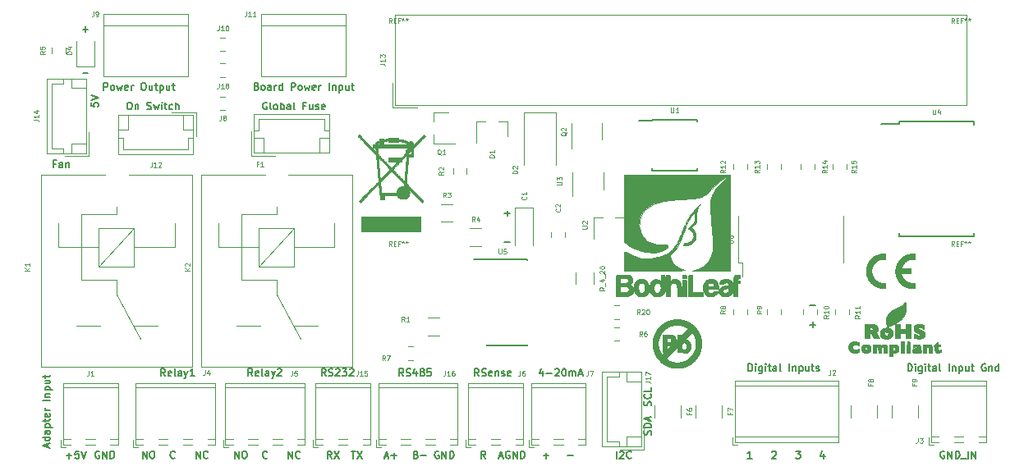
<source format=gbr>
G04 #@! TF.GenerationSoftware,KiCad,Pcbnew,5.0.0-fee4fd1~66~ubuntu16.04.1*
G04 #@! TF.CreationDate,2018-10-18T17:18:02+05:30*
G04 #@! TF.ProjectId,sanjaya,73616E6A6179612E6B696361645F7063,rev?*
G04 #@! TF.SameCoordinates,Original*
G04 #@! TF.FileFunction,Legend,Top*
G04 #@! TF.FilePolarity,Positive*
%FSLAX46Y46*%
G04 Gerber Fmt 4.6, Leading zero omitted, Abs format (unit mm)*
G04 Created by KiCad (PCBNEW 5.0.0-fee4fd1~66~ubuntu16.04.1) date Thu Oct 18 17:18:02 2018*
%MOMM*%
%LPD*%
G01*
G04 APERTURE LIST*
%ADD10C,0.150000*%
%ADD11C,0.002540*%
%ADD12C,0.120000*%
%ADD13C,0.010000*%
%ADD14C,0.125000*%
G04 APERTURE END LIST*
D10*
X80089285Y-92642857D02*
X80089285Y-93000000D01*
X80446428Y-93035714D01*
X80410714Y-93000000D01*
X80375000Y-92928571D01*
X80375000Y-92750000D01*
X80410714Y-92678571D01*
X80446428Y-92642857D01*
X80517857Y-92607142D01*
X80696428Y-92607142D01*
X80767857Y-92642857D01*
X80803571Y-92678571D01*
X80839285Y-92750000D01*
X80839285Y-92928571D01*
X80803571Y-93000000D01*
X80767857Y-93035714D01*
X80089285Y-92392857D02*
X80839285Y-92142857D01*
X80089285Y-91892857D01*
X79214285Y-89553571D02*
X79785714Y-89553571D01*
X79214285Y-85053571D02*
X79785714Y-85053571D01*
X79500000Y-85339285D02*
X79500000Y-84767857D01*
X154214285Y-113553571D02*
X154785714Y-113553571D01*
X154214285Y-115553571D02*
X154785714Y-115553571D01*
X154500000Y-115839285D02*
X154500000Y-115267857D01*
X122714285Y-107053571D02*
X123285714Y-107053571D01*
X122714285Y-104053571D02*
X123285714Y-104053571D01*
X123000000Y-104339285D02*
X123000000Y-103767857D01*
X134267857Y-129339285D02*
X134267857Y-128589285D01*
X134589285Y-128660714D02*
X134625000Y-128625000D01*
X134696428Y-128589285D01*
X134875000Y-128589285D01*
X134946428Y-128625000D01*
X134982142Y-128660714D01*
X135017857Y-128732142D01*
X135017857Y-128803571D01*
X134982142Y-128910714D01*
X134553571Y-129339285D01*
X135017857Y-129339285D01*
X135767857Y-129267857D02*
X135732142Y-129303571D01*
X135625000Y-129339285D01*
X135553571Y-129339285D01*
X135446428Y-129303571D01*
X135375000Y-129232142D01*
X135339285Y-129160714D01*
X135303571Y-129017857D01*
X135303571Y-128910714D01*
X135339285Y-128767857D01*
X135375000Y-128696428D01*
X135446428Y-128625000D01*
X135553571Y-128589285D01*
X135625000Y-128589285D01*
X135732142Y-128625000D01*
X135767857Y-128660714D01*
X168071428Y-128625000D02*
X168000000Y-128589285D01*
X167892857Y-128589285D01*
X167785714Y-128625000D01*
X167714285Y-128696428D01*
X167678571Y-128767857D01*
X167642857Y-128910714D01*
X167642857Y-129017857D01*
X167678571Y-129160714D01*
X167714285Y-129232142D01*
X167785714Y-129303571D01*
X167892857Y-129339285D01*
X167964285Y-129339285D01*
X168071428Y-129303571D01*
X168107142Y-129267857D01*
X168107142Y-129017857D01*
X167964285Y-129017857D01*
X168428571Y-129339285D02*
X168428571Y-128589285D01*
X168857142Y-129339285D01*
X168857142Y-128589285D01*
X169214285Y-129339285D02*
X169214285Y-128589285D01*
X169392857Y-128589285D01*
X169500000Y-128625000D01*
X169571428Y-128696428D01*
X169607142Y-128767857D01*
X169642857Y-128910714D01*
X169642857Y-129017857D01*
X169607142Y-129160714D01*
X169571428Y-129232142D01*
X169500000Y-129303571D01*
X169392857Y-129339285D01*
X169214285Y-129339285D01*
X169785714Y-129410714D02*
X170357142Y-129410714D01*
X170535714Y-129339285D02*
X170535714Y-128589285D01*
X170892857Y-129339285D02*
X170892857Y-128589285D01*
X171321428Y-129339285D01*
X171321428Y-128589285D01*
X98214285Y-92625000D02*
X98142857Y-92589285D01*
X98035714Y-92589285D01*
X97928571Y-92625000D01*
X97857142Y-92696428D01*
X97821428Y-92767857D01*
X97785714Y-92910714D01*
X97785714Y-93017857D01*
X97821428Y-93160714D01*
X97857142Y-93232142D01*
X97928571Y-93303571D01*
X98035714Y-93339285D01*
X98107142Y-93339285D01*
X98214285Y-93303571D01*
X98250000Y-93267857D01*
X98250000Y-93017857D01*
X98107142Y-93017857D01*
X98678571Y-93339285D02*
X98607142Y-93303571D01*
X98571428Y-93232142D01*
X98571428Y-92589285D01*
X99071428Y-93339285D02*
X99000000Y-93303571D01*
X98964285Y-93267857D01*
X98928571Y-93196428D01*
X98928571Y-92982142D01*
X98964285Y-92910714D01*
X99000000Y-92875000D01*
X99071428Y-92839285D01*
X99178571Y-92839285D01*
X99250000Y-92875000D01*
X99285714Y-92910714D01*
X99321428Y-92982142D01*
X99321428Y-93196428D01*
X99285714Y-93267857D01*
X99250000Y-93303571D01*
X99178571Y-93339285D01*
X99071428Y-93339285D01*
X99642857Y-93339285D02*
X99642857Y-92589285D01*
X99642857Y-92875000D02*
X99714285Y-92839285D01*
X99857142Y-92839285D01*
X99928571Y-92875000D01*
X99964285Y-92910714D01*
X100000000Y-92982142D01*
X100000000Y-93196428D01*
X99964285Y-93267857D01*
X99928571Y-93303571D01*
X99857142Y-93339285D01*
X99714285Y-93339285D01*
X99642857Y-93303571D01*
X100642857Y-93339285D02*
X100642857Y-92946428D01*
X100607142Y-92875000D01*
X100535714Y-92839285D01*
X100392857Y-92839285D01*
X100321428Y-92875000D01*
X100642857Y-93303571D02*
X100571428Y-93339285D01*
X100392857Y-93339285D01*
X100321428Y-93303571D01*
X100285714Y-93232142D01*
X100285714Y-93160714D01*
X100321428Y-93089285D01*
X100392857Y-93053571D01*
X100571428Y-93053571D01*
X100642857Y-93017857D01*
X101107142Y-93339285D02*
X101035714Y-93303571D01*
X101000000Y-93232142D01*
X101000000Y-92589285D01*
X102214285Y-92946428D02*
X101964285Y-92946428D01*
X101964285Y-93339285D02*
X101964285Y-92589285D01*
X102321428Y-92589285D01*
X102928571Y-92839285D02*
X102928571Y-93339285D01*
X102607142Y-92839285D02*
X102607142Y-93232142D01*
X102642857Y-93303571D01*
X102714285Y-93339285D01*
X102821428Y-93339285D01*
X102892857Y-93303571D01*
X102928571Y-93267857D01*
X103250000Y-93303571D02*
X103321428Y-93339285D01*
X103464285Y-93339285D01*
X103535714Y-93303571D01*
X103571428Y-93232142D01*
X103571428Y-93196428D01*
X103535714Y-93125000D01*
X103464285Y-93089285D01*
X103357142Y-93089285D01*
X103285714Y-93053571D01*
X103250000Y-92982142D01*
X103250000Y-92946428D01*
X103285714Y-92875000D01*
X103357142Y-92839285D01*
X103464285Y-92839285D01*
X103535714Y-92875000D01*
X104178571Y-93303571D02*
X104107142Y-93339285D01*
X103964285Y-93339285D01*
X103892857Y-93303571D01*
X103857142Y-93232142D01*
X103857142Y-92946428D01*
X103892857Y-92875000D01*
X103964285Y-92839285D01*
X104107142Y-92839285D01*
X104178571Y-92875000D01*
X104214285Y-92946428D01*
X104214285Y-93017857D01*
X103857142Y-93089285D01*
X84000000Y-92589285D02*
X84142857Y-92589285D01*
X84214285Y-92625000D01*
X84285714Y-92696428D01*
X84321428Y-92839285D01*
X84321428Y-93089285D01*
X84285714Y-93232142D01*
X84214285Y-93303571D01*
X84142857Y-93339285D01*
X84000000Y-93339285D01*
X83928571Y-93303571D01*
X83857142Y-93232142D01*
X83821428Y-93089285D01*
X83821428Y-92839285D01*
X83857142Y-92696428D01*
X83928571Y-92625000D01*
X84000000Y-92589285D01*
X84642857Y-92839285D02*
X84642857Y-93339285D01*
X84642857Y-92910714D02*
X84678571Y-92875000D01*
X84750000Y-92839285D01*
X84857142Y-92839285D01*
X84928571Y-92875000D01*
X84964285Y-92946428D01*
X84964285Y-93339285D01*
X85857142Y-93303571D02*
X85964285Y-93339285D01*
X86142857Y-93339285D01*
X86214285Y-93303571D01*
X86250000Y-93267857D01*
X86285714Y-93196428D01*
X86285714Y-93125000D01*
X86250000Y-93053571D01*
X86214285Y-93017857D01*
X86142857Y-92982142D01*
X86000000Y-92946428D01*
X85928571Y-92910714D01*
X85892857Y-92875000D01*
X85857142Y-92803571D01*
X85857142Y-92732142D01*
X85892857Y-92660714D01*
X85928571Y-92625000D01*
X86000000Y-92589285D01*
X86178571Y-92589285D01*
X86285714Y-92625000D01*
X86535714Y-92839285D02*
X86678571Y-93339285D01*
X86821428Y-92982142D01*
X86964285Y-93339285D01*
X87107142Y-92839285D01*
X87392857Y-93339285D02*
X87392857Y-92839285D01*
X87392857Y-92589285D02*
X87357142Y-92625000D01*
X87392857Y-92660714D01*
X87428571Y-92625000D01*
X87392857Y-92589285D01*
X87392857Y-92660714D01*
X87642857Y-92839285D02*
X87928571Y-92839285D01*
X87750000Y-92589285D02*
X87750000Y-93232142D01*
X87785714Y-93303571D01*
X87857142Y-93339285D01*
X87928571Y-93339285D01*
X88500000Y-93303571D02*
X88428571Y-93339285D01*
X88285714Y-93339285D01*
X88214285Y-93303571D01*
X88178571Y-93267857D01*
X88142857Y-93196428D01*
X88142857Y-92982142D01*
X88178571Y-92910714D01*
X88214285Y-92875000D01*
X88285714Y-92839285D01*
X88428571Y-92839285D01*
X88500000Y-92875000D01*
X88821428Y-93339285D02*
X88821428Y-92589285D01*
X89142857Y-93339285D02*
X89142857Y-92946428D01*
X89107142Y-92875000D01*
X89035714Y-92839285D01*
X88928571Y-92839285D01*
X88857142Y-92875000D01*
X88821428Y-92910714D01*
X76428571Y-98946428D02*
X76178571Y-98946428D01*
X76178571Y-99339285D02*
X76178571Y-98589285D01*
X76535714Y-98589285D01*
X77142857Y-99339285D02*
X77142857Y-98946428D01*
X77107142Y-98875000D01*
X77035714Y-98839285D01*
X76892857Y-98839285D01*
X76821428Y-98875000D01*
X77142857Y-99303571D02*
X77071428Y-99339285D01*
X76892857Y-99339285D01*
X76821428Y-99303571D01*
X76785714Y-99232142D01*
X76785714Y-99160714D01*
X76821428Y-99089285D01*
X76892857Y-99053571D01*
X77071428Y-99053571D01*
X77142857Y-99017857D01*
X77500000Y-98839285D02*
X77500000Y-99339285D01*
X77500000Y-98910714D02*
X77535714Y-98875000D01*
X77607142Y-98839285D01*
X77714285Y-98839285D01*
X77785714Y-98875000D01*
X77821428Y-98946428D01*
X77821428Y-99339285D01*
X75625000Y-128160714D02*
X75625000Y-127803571D01*
X75839285Y-128232142D02*
X75089285Y-127982142D01*
X75839285Y-127732142D01*
X75839285Y-127160714D02*
X75089285Y-127160714D01*
X75803571Y-127160714D02*
X75839285Y-127232142D01*
X75839285Y-127375000D01*
X75803571Y-127446428D01*
X75767857Y-127482142D01*
X75696428Y-127517857D01*
X75482142Y-127517857D01*
X75410714Y-127482142D01*
X75375000Y-127446428D01*
X75339285Y-127375000D01*
X75339285Y-127232142D01*
X75375000Y-127160714D01*
X75839285Y-126482142D02*
X75446428Y-126482142D01*
X75375000Y-126517857D01*
X75339285Y-126589285D01*
X75339285Y-126732142D01*
X75375000Y-126803571D01*
X75803571Y-126482142D02*
X75839285Y-126553571D01*
X75839285Y-126732142D01*
X75803571Y-126803571D01*
X75732142Y-126839285D01*
X75660714Y-126839285D01*
X75589285Y-126803571D01*
X75553571Y-126732142D01*
X75553571Y-126553571D01*
X75517857Y-126482142D01*
X75339285Y-126125000D02*
X76089285Y-126125000D01*
X75375000Y-126125000D02*
X75339285Y-126053571D01*
X75339285Y-125910714D01*
X75375000Y-125839285D01*
X75410714Y-125803571D01*
X75482142Y-125767857D01*
X75696428Y-125767857D01*
X75767857Y-125803571D01*
X75803571Y-125839285D01*
X75839285Y-125910714D01*
X75839285Y-126053571D01*
X75803571Y-126125000D01*
X75339285Y-125553571D02*
X75339285Y-125267857D01*
X75089285Y-125446428D02*
X75732142Y-125446428D01*
X75803571Y-125410714D01*
X75839285Y-125339285D01*
X75839285Y-125267857D01*
X75803571Y-124732142D02*
X75839285Y-124803571D01*
X75839285Y-124946428D01*
X75803571Y-125017857D01*
X75732142Y-125053571D01*
X75446428Y-125053571D01*
X75375000Y-125017857D01*
X75339285Y-124946428D01*
X75339285Y-124803571D01*
X75375000Y-124732142D01*
X75446428Y-124696428D01*
X75517857Y-124696428D01*
X75589285Y-125053571D01*
X75839285Y-124375000D02*
X75339285Y-124375000D01*
X75482142Y-124375000D02*
X75410714Y-124339285D01*
X75375000Y-124303571D01*
X75339285Y-124232142D01*
X75339285Y-124160714D01*
X75839285Y-123339285D02*
X75089285Y-123339285D01*
X75339285Y-122982142D02*
X75839285Y-122982142D01*
X75410714Y-122982142D02*
X75375000Y-122946428D01*
X75339285Y-122875000D01*
X75339285Y-122767857D01*
X75375000Y-122696428D01*
X75446428Y-122660714D01*
X75839285Y-122660714D01*
X75339285Y-122303571D02*
X76089285Y-122303571D01*
X75375000Y-122303571D02*
X75339285Y-122232142D01*
X75339285Y-122089285D01*
X75375000Y-122017857D01*
X75410714Y-121982142D01*
X75482142Y-121946428D01*
X75696428Y-121946428D01*
X75767857Y-121982142D01*
X75803571Y-122017857D01*
X75839285Y-122089285D01*
X75839285Y-122232142D01*
X75803571Y-122303571D01*
X75339285Y-121303571D02*
X75839285Y-121303571D01*
X75339285Y-121625000D02*
X75732142Y-121625000D01*
X75803571Y-121589285D01*
X75839285Y-121517857D01*
X75839285Y-121410714D01*
X75803571Y-121339285D01*
X75767857Y-121303571D01*
X75339285Y-121053571D02*
X75339285Y-120767857D01*
X75089285Y-120946428D02*
X75732142Y-120946428D01*
X75803571Y-120910714D01*
X75839285Y-120839285D01*
X75839285Y-120767857D01*
X97160714Y-90946428D02*
X97267857Y-90982142D01*
X97303571Y-91017857D01*
X97339285Y-91089285D01*
X97339285Y-91196428D01*
X97303571Y-91267857D01*
X97267857Y-91303571D01*
X97196428Y-91339285D01*
X96910714Y-91339285D01*
X96910714Y-90589285D01*
X97160714Y-90589285D01*
X97232142Y-90625000D01*
X97267857Y-90660714D01*
X97303571Y-90732142D01*
X97303571Y-90803571D01*
X97267857Y-90875000D01*
X97232142Y-90910714D01*
X97160714Y-90946428D01*
X96910714Y-90946428D01*
X97767857Y-91339285D02*
X97696428Y-91303571D01*
X97660714Y-91267857D01*
X97625000Y-91196428D01*
X97625000Y-90982142D01*
X97660714Y-90910714D01*
X97696428Y-90875000D01*
X97767857Y-90839285D01*
X97875000Y-90839285D01*
X97946428Y-90875000D01*
X97982142Y-90910714D01*
X98017857Y-90982142D01*
X98017857Y-91196428D01*
X97982142Y-91267857D01*
X97946428Y-91303571D01*
X97875000Y-91339285D01*
X97767857Y-91339285D01*
X98660714Y-91339285D02*
X98660714Y-90946428D01*
X98625000Y-90875000D01*
X98553571Y-90839285D01*
X98410714Y-90839285D01*
X98339285Y-90875000D01*
X98660714Y-91303571D02*
X98589285Y-91339285D01*
X98410714Y-91339285D01*
X98339285Y-91303571D01*
X98303571Y-91232142D01*
X98303571Y-91160714D01*
X98339285Y-91089285D01*
X98410714Y-91053571D01*
X98589285Y-91053571D01*
X98660714Y-91017857D01*
X99017857Y-91339285D02*
X99017857Y-90839285D01*
X99017857Y-90982142D02*
X99053571Y-90910714D01*
X99089285Y-90875000D01*
X99160714Y-90839285D01*
X99232142Y-90839285D01*
X99803571Y-91339285D02*
X99803571Y-90589285D01*
X99803571Y-91303571D02*
X99732142Y-91339285D01*
X99589285Y-91339285D01*
X99517857Y-91303571D01*
X99482142Y-91267857D01*
X99446428Y-91196428D01*
X99446428Y-90982142D01*
X99482142Y-90910714D01*
X99517857Y-90875000D01*
X99589285Y-90839285D01*
X99732142Y-90839285D01*
X99803571Y-90875000D01*
X100732142Y-91339285D02*
X100732142Y-90589285D01*
X101017857Y-90589285D01*
X101089285Y-90625000D01*
X101125000Y-90660714D01*
X101160714Y-90732142D01*
X101160714Y-90839285D01*
X101125000Y-90910714D01*
X101089285Y-90946428D01*
X101017857Y-90982142D01*
X100732142Y-90982142D01*
X101589285Y-91339285D02*
X101517857Y-91303571D01*
X101482142Y-91267857D01*
X101446428Y-91196428D01*
X101446428Y-90982142D01*
X101482142Y-90910714D01*
X101517857Y-90875000D01*
X101589285Y-90839285D01*
X101696428Y-90839285D01*
X101767857Y-90875000D01*
X101803571Y-90910714D01*
X101839285Y-90982142D01*
X101839285Y-91196428D01*
X101803571Y-91267857D01*
X101767857Y-91303571D01*
X101696428Y-91339285D01*
X101589285Y-91339285D01*
X102089285Y-90839285D02*
X102232142Y-91339285D01*
X102375000Y-90982142D01*
X102517857Y-91339285D01*
X102660714Y-90839285D01*
X103232142Y-91303571D02*
X103160714Y-91339285D01*
X103017857Y-91339285D01*
X102946428Y-91303571D01*
X102910714Y-91232142D01*
X102910714Y-90946428D01*
X102946428Y-90875000D01*
X103017857Y-90839285D01*
X103160714Y-90839285D01*
X103232142Y-90875000D01*
X103267857Y-90946428D01*
X103267857Y-91017857D01*
X102910714Y-91089285D01*
X103589285Y-91339285D02*
X103589285Y-90839285D01*
X103589285Y-90982142D02*
X103625000Y-90910714D01*
X103660714Y-90875000D01*
X103732142Y-90839285D01*
X103803571Y-90839285D01*
X104624999Y-91339285D02*
X104624999Y-90589285D01*
X104982142Y-90839285D02*
X104982142Y-91339285D01*
X104982142Y-90910714D02*
X105017857Y-90875000D01*
X105089285Y-90839285D01*
X105196428Y-90839285D01*
X105267857Y-90875000D01*
X105303571Y-90946428D01*
X105303571Y-91339285D01*
X105660714Y-90839285D02*
X105660714Y-91589285D01*
X105660714Y-90875000D02*
X105732142Y-90839285D01*
X105875000Y-90839285D01*
X105946428Y-90875000D01*
X105982142Y-90910714D01*
X106017857Y-90982142D01*
X106017857Y-91196428D01*
X105982142Y-91267857D01*
X105946428Y-91303571D01*
X105875000Y-91339285D01*
X105732142Y-91339285D01*
X105660714Y-91303571D01*
X106660714Y-90839285D02*
X106660714Y-91339285D01*
X106339285Y-90839285D02*
X106339285Y-91232142D01*
X106375000Y-91303571D01*
X106446428Y-91339285D01*
X106553571Y-91339285D01*
X106625000Y-91303571D01*
X106660714Y-91267857D01*
X106910714Y-90839285D02*
X107196428Y-90839285D01*
X107017857Y-90589285D02*
X107017857Y-91232142D01*
X107053571Y-91303571D01*
X107125000Y-91339285D01*
X107196428Y-91339285D01*
X81392857Y-91339285D02*
X81392857Y-90589285D01*
X81678571Y-90589285D01*
X81750000Y-90625000D01*
X81785714Y-90660714D01*
X81821428Y-90732142D01*
X81821428Y-90839285D01*
X81785714Y-90910714D01*
X81750000Y-90946428D01*
X81678571Y-90982142D01*
X81392857Y-90982142D01*
X82250000Y-91339285D02*
X82178571Y-91303571D01*
X82142857Y-91267857D01*
X82107142Y-91196428D01*
X82107142Y-90982142D01*
X82142857Y-90910714D01*
X82178571Y-90875000D01*
X82250000Y-90839285D01*
X82357142Y-90839285D01*
X82428571Y-90875000D01*
X82464285Y-90910714D01*
X82500000Y-90982142D01*
X82500000Y-91196428D01*
X82464285Y-91267857D01*
X82428571Y-91303571D01*
X82357142Y-91339285D01*
X82250000Y-91339285D01*
X82750000Y-90839285D02*
X82892857Y-91339285D01*
X83035714Y-90982142D01*
X83178571Y-91339285D01*
X83321428Y-90839285D01*
X83892857Y-91303571D02*
X83821428Y-91339285D01*
X83678571Y-91339285D01*
X83607142Y-91303571D01*
X83571428Y-91232142D01*
X83571428Y-90946428D01*
X83607142Y-90875000D01*
X83678571Y-90839285D01*
X83821428Y-90839285D01*
X83892857Y-90875000D01*
X83928571Y-90946428D01*
X83928571Y-91017857D01*
X83571428Y-91089285D01*
X84250000Y-91339285D02*
X84250000Y-90839285D01*
X84250000Y-90982142D02*
X84285714Y-90910714D01*
X84321428Y-90875000D01*
X84392857Y-90839285D01*
X84464285Y-90839285D01*
X85428571Y-90589285D02*
X85571428Y-90589285D01*
X85642857Y-90625000D01*
X85714285Y-90696428D01*
X85750000Y-90839285D01*
X85750000Y-91089285D01*
X85714285Y-91232142D01*
X85642857Y-91303571D01*
X85571428Y-91339285D01*
X85428571Y-91339285D01*
X85357142Y-91303571D01*
X85285714Y-91232142D01*
X85250000Y-91089285D01*
X85250000Y-90839285D01*
X85285714Y-90696428D01*
X85357142Y-90625000D01*
X85428571Y-90589285D01*
X86392857Y-90839285D02*
X86392857Y-91339285D01*
X86071428Y-90839285D02*
X86071428Y-91232142D01*
X86107142Y-91303571D01*
X86178571Y-91339285D01*
X86285714Y-91339285D01*
X86357142Y-91303571D01*
X86392857Y-91267857D01*
X86642857Y-90839285D02*
X86928571Y-90839285D01*
X86750000Y-90589285D02*
X86750000Y-91232142D01*
X86785714Y-91303571D01*
X86857142Y-91339285D01*
X86928571Y-91339285D01*
X87178571Y-90839285D02*
X87178571Y-91589285D01*
X87178571Y-90875000D02*
X87250000Y-90839285D01*
X87392857Y-90839285D01*
X87464285Y-90875000D01*
X87500000Y-90910714D01*
X87535714Y-90982142D01*
X87535714Y-91196428D01*
X87500000Y-91267857D01*
X87464285Y-91303571D01*
X87392857Y-91339285D01*
X87250000Y-91339285D01*
X87178571Y-91303571D01*
X88178571Y-90839285D02*
X88178571Y-91339285D01*
X87857142Y-90839285D02*
X87857142Y-91232142D01*
X87892857Y-91303571D01*
X87964285Y-91339285D01*
X88071428Y-91339285D01*
X88142857Y-91303571D01*
X88178571Y-91267857D01*
X88428571Y-90839285D02*
X88714285Y-90839285D01*
X88535714Y-90589285D02*
X88535714Y-91232142D01*
X88571428Y-91303571D01*
X88642857Y-91339285D01*
X88714285Y-91339285D01*
X164321428Y-120339285D02*
X164321428Y-119589285D01*
X164500000Y-119589285D01*
X164607142Y-119625000D01*
X164678571Y-119696428D01*
X164714285Y-119767857D01*
X164750000Y-119910714D01*
X164750000Y-120017857D01*
X164714285Y-120160714D01*
X164678571Y-120232142D01*
X164607142Y-120303571D01*
X164500000Y-120339285D01*
X164321428Y-120339285D01*
X165071428Y-120339285D02*
X165071428Y-119839285D01*
X165071428Y-119589285D02*
X165035714Y-119625000D01*
X165071428Y-119660714D01*
X165107142Y-119625000D01*
X165071428Y-119589285D01*
X165071428Y-119660714D01*
X165750000Y-119839285D02*
X165750000Y-120446428D01*
X165714285Y-120517857D01*
X165678571Y-120553571D01*
X165607142Y-120589285D01*
X165500000Y-120589285D01*
X165428571Y-120553571D01*
X165750000Y-120303571D02*
X165678571Y-120339285D01*
X165535714Y-120339285D01*
X165464285Y-120303571D01*
X165428571Y-120267857D01*
X165392857Y-120196428D01*
X165392857Y-119982142D01*
X165428571Y-119910714D01*
X165464285Y-119875000D01*
X165535714Y-119839285D01*
X165678571Y-119839285D01*
X165750000Y-119875000D01*
X166107142Y-120339285D02*
X166107142Y-119839285D01*
X166107142Y-119589285D02*
X166071428Y-119625000D01*
X166107142Y-119660714D01*
X166142857Y-119625000D01*
X166107142Y-119589285D01*
X166107142Y-119660714D01*
X166357142Y-119839285D02*
X166642857Y-119839285D01*
X166464285Y-119589285D02*
X166464285Y-120232142D01*
X166500000Y-120303571D01*
X166571428Y-120339285D01*
X166642857Y-120339285D01*
X167214285Y-120339285D02*
X167214285Y-119946428D01*
X167178571Y-119875000D01*
X167107142Y-119839285D01*
X166964285Y-119839285D01*
X166892857Y-119875000D01*
X167214285Y-120303571D02*
X167142857Y-120339285D01*
X166964285Y-120339285D01*
X166892857Y-120303571D01*
X166857142Y-120232142D01*
X166857142Y-120160714D01*
X166892857Y-120089285D01*
X166964285Y-120053571D01*
X167142857Y-120053571D01*
X167214285Y-120017857D01*
X167678571Y-120339285D02*
X167607142Y-120303571D01*
X167571428Y-120232142D01*
X167571428Y-119589285D01*
X168535714Y-120339285D02*
X168535714Y-119589285D01*
X168892857Y-119839285D02*
X168892857Y-120339285D01*
X168892857Y-119910714D02*
X168928571Y-119875000D01*
X169000000Y-119839285D01*
X169107142Y-119839285D01*
X169178571Y-119875000D01*
X169214285Y-119946428D01*
X169214285Y-120339285D01*
X169571428Y-119839285D02*
X169571428Y-120589285D01*
X169571428Y-119875000D02*
X169642857Y-119839285D01*
X169785714Y-119839285D01*
X169857142Y-119875000D01*
X169892857Y-119910714D01*
X169928571Y-119982142D01*
X169928571Y-120196428D01*
X169892857Y-120267857D01*
X169857142Y-120303571D01*
X169785714Y-120339285D01*
X169642857Y-120339285D01*
X169571428Y-120303571D01*
X170571428Y-119839285D02*
X170571428Y-120339285D01*
X170250000Y-119839285D02*
X170250000Y-120232142D01*
X170285714Y-120303571D01*
X170357142Y-120339285D01*
X170464285Y-120339285D01*
X170535714Y-120303571D01*
X170571428Y-120267857D01*
X170821428Y-119839285D02*
X171107142Y-119839285D01*
X170928571Y-119589285D02*
X170928571Y-120232142D01*
X170964285Y-120303571D01*
X171035714Y-120339285D01*
X171107142Y-120339285D01*
X172321428Y-119625000D02*
X172250000Y-119589285D01*
X172142857Y-119589285D01*
X172035714Y-119625000D01*
X171964285Y-119696428D01*
X171928571Y-119767857D01*
X171892857Y-119910714D01*
X171892857Y-120017857D01*
X171928571Y-120160714D01*
X171964285Y-120232142D01*
X172035714Y-120303571D01*
X172142857Y-120339285D01*
X172214285Y-120339285D01*
X172321428Y-120303571D01*
X172357142Y-120267857D01*
X172357142Y-120017857D01*
X172214285Y-120017857D01*
X172678571Y-119839285D02*
X172678571Y-120339285D01*
X172678571Y-119910714D02*
X172714285Y-119875000D01*
X172785714Y-119839285D01*
X172892857Y-119839285D01*
X172964285Y-119875000D01*
X173000000Y-119946428D01*
X173000000Y-120339285D01*
X173678571Y-120339285D02*
X173678571Y-119589285D01*
X173678571Y-120303571D02*
X173607142Y-120339285D01*
X173464285Y-120339285D01*
X173392857Y-120303571D01*
X173357142Y-120267857D01*
X173321428Y-120196428D01*
X173321428Y-119982142D01*
X173357142Y-119910714D01*
X173392857Y-119875000D01*
X173464285Y-119839285D01*
X173607142Y-119839285D01*
X173678571Y-119875000D01*
X155642857Y-128839285D02*
X155642857Y-129339285D01*
X155464285Y-128553571D02*
X155285714Y-129089285D01*
X155750000Y-129089285D01*
X152750000Y-128589285D02*
X153214285Y-128589285D01*
X152964285Y-128875000D01*
X153071428Y-128875000D01*
X153142857Y-128910714D01*
X153178571Y-128946428D01*
X153214285Y-129017857D01*
X153214285Y-129196428D01*
X153178571Y-129267857D01*
X153142857Y-129303571D01*
X153071428Y-129339285D01*
X152857142Y-129339285D01*
X152785714Y-129303571D01*
X152750000Y-129267857D01*
X148214285Y-129339285D02*
X147785714Y-129339285D01*
X148000000Y-129339285D02*
X148000000Y-128589285D01*
X147928571Y-128696428D01*
X147857142Y-128767857D01*
X147785714Y-128803571D01*
X150285714Y-128660714D02*
X150321428Y-128625000D01*
X150392857Y-128589285D01*
X150571428Y-128589285D01*
X150642857Y-128625000D01*
X150678571Y-128660714D01*
X150714285Y-128732142D01*
X150714285Y-128803571D01*
X150678571Y-128910714D01*
X150250000Y-129339285D01*
X150714285Y-129339285D01*
X147857142Y-120339285D02*
X147857142Y-119589285D01*
X148035714Y-119589285D01*
X148142857Y-119625000D01*
X148214285Y-119696428D01*
X148250000Y-119767857D01*
X148285714Y-119910714D01*
X148285714Y-120017857D01*
X148250000Y-120160714D01*
X148214285Y-120232142D01*
X148142857Y-120303571D01*
X148035714Y-120339285D01*
X147857142Y-120339285D01*
X148607142Y-120339285D02*
X148607142Y-119839285D01*
X148607142Y-119589285D02*
X148571428Y-119625000D01*
X148607142Y-119660714D01*
X148642857Y-119625000D01*
X148607142Y-119589285D01*
X148607142Y-119660714D01*
X149285714Y-119839285D02*
X149285714Y-120446428D01*
X149250000Y-120517857D01*
X149214285Y-120553571D01*
X149142857Y-120589285D01*
X149035714Y-120589285D01*
X148964285Y-120553571D01*
X149285714Y-120303571D02*
X149214285Y-120339285D01*
X149071428Y-120339285D01*
X149000000Y-120303571D01*
X148964285Y-120267857D01*
X148928571Y-120196428D01*
X148928571Y-119982142D01*
X148964285Y-119910714D01*
X149000000Y-119875000D01*
X149071428Y-119839285D01*
X149214285Y-119839285D01*
X149285714Y-119875000D01*
X149642857Y-120339285D02*
X149642857Y-119839285D01*
X149642857Y-119589285D02*
X149607142Y-119625000D01*
X149642857Y-119660714D01*
X149678571Y-119625000D01*
X149642857Y-119589285D01*
X149642857Y-119660714D01*
X149892857Y-119839285D02*
X150178571Y-119839285D01*
X150000000Y-119589285D02*
X150000000Y-120232142D01*
X150035714Y-120303571D01*
X150107142Y-120339285D01*
X150178571Y-120339285D01*
X150750000Y-120339285D02*
X150750000Y-119946428D01*
X150714285Y-119875000D01*
X150642857Y-119839285D01*
X150500000Y-119839285D01*
X150428571Y-119875000D01*
X150750000Y-120303571D02*
X150678571Y-120339285D01*
X150500000Y-120339285D01*
X150428571Y-120303571D01*
X150392857Y-120232142D01*
X150392857Y-120160714D01*
X150428571Y-120089285D01*
X150500000Y-120053571D01*
X150678571Y-120053571D01*
X150750000Y-120017857D01*
X151214285Y-120339285D02*
X151142857Y-120303571D01*
X151107142Y-120232142D01*
X151107142Y-119589285D01*
X152071428Y-120339285D02*
X152071428Y-119589285D01*
X152428571Y-119839285D02*
X152428571Y-120339285D01*
X152428571Y-119910714D02*
X152464285Y-119875000D01*
X152535714Y-119839285D01*
X152642857Y-119839285D01*
X152714285Y-119875000D01*
X152750000Y-119946428D01*
X152750000Y-120339285D01*
X153107142Y-119839285D02*
X153107142Y-120589285D01*
X153107142Y-119875000D02*
X153178571Y-119839285D01*
X153321428Y-119839285D01*
X153392857Y-119875000D01*
X153428571Y-119910714D01*
X153464285Y-119982142D01*
X153464285Y-120196428D01*
X153428571Y-120267857D01*
X153392857Y-120303571D01*
X153321428Y-120339285D01*
X153178571Y-120339285D01*
X153107142Y-120303571D01*
X154107142Y-119839285D02*
X154107142Y-120339285D01*
X153785714Y-119839285D02*
X153785714Y-120232142D01*
X153821428Y-120303571D01*
X153892857Y-120339285D01*
X154000000Y-120339285D01*
X154071428Y-120303571D01*
X154107142Y-120267857D01*
X154357142Y-119839285D02*
X154642857Y-119839285D01*
X154464285Y-119589285D02*
X154464285Y-120232142D01*
X154500000Y-120303571D01*
X154571428Y-120339285D01*
X154642857Y-120339285D01*
X154857142Y-120303571D02*
X154928571Y-120339285D01*
X155071428Y-120339285D01*
X155142857Y-120303571D01*
X155178571Y-120232142D01*
X155178571Y-120196428D01*
X155142857Y-120125000D01*
X155071428Y-120089285D01*
X154964285Y-120089285D01*
X154892857Y-120053571D01*
X154857142Y-119982142D01*
X154857142Y-119946428D01*
X154892857Y-119875000D01*
X154964285Y-119839285D01*
X155071428Y-119839285D01*
X155142857Y-119875000D01*
X137803571Y-123892857D02*
X137839285Y-123785714D01*
X137839285Y-123607142D01*
X137803571Y-123535714D01*
X137767857Y-123500000D01*
X137696428Y-123464285D01*
X137625000Y-123464285D01*
X137553571Y-123500000D01*
X137517857Y-123535714D01*
X137482142Y-123607142D01*
X137446428Y-123750000D01*
X137410714Y-123821428D01*
X137375000Y-123857142D01*
X137303571Y-123892857D01*
X137232142Y-123892857D01*
X137160714Y-123857142D01*
X137125000Y-123821428D01*
X137089285Y-123750000D01*
X137089285Y-123571428D01*
X137125000Y-123464285D01*
X137767857Y-122714285D02*
X137803571Y-122750000D01*
X137839285Y-122857142D01*
X137839285Y-122928571D01*
X137803571Y-123035714D01*
X137732142Y-123107142D01*
X137660714Y-123142857D01*
X137517857Y-123178571D01*
X137410714Y-123178571D01*
X137267857Y-123142857D01*
X137196428Y-123107142D01*
X137125000Y-123035714D01*
X137089285Y-122928571D01*
X137089285Y-122857142D01*
X137125000Y-122750000D01*
X137160714Y-122714285D01*
X137839285Y-122035714D02*
X137839285Y-122392857D01*
X137089285Y-122392857D01*
X137803571Y-126910714D02*
X137839285Y-126803571D01*
X137839285Y-126625000D01*
X137803571Y-126553571D01*
X137767857Y-126517857D01*
X137696428Y-126482142D01*
X137625000Y-126482142D01*
X137553571Y-126517857D01*
X137517857Y-126553571D01*
X137482142Y-126625000D01*
X137446428Y-126767857D01*
X137410714Y-126839285D01*
X137375000Y-126875000D01*
X137303571Y-126910714D01*
X137232142Y-126910714D01*
X137160714Y-126875000D01*
X137125000Y-126839285D01*
X137089285Y-126767857D01*
X137089285Y-126589285D01*
X137125000Y-126482142D01*
X137839285Y-126160714D02*
X137089285Y-126160714D01*
X137089285Y-125982142D01*
X137125000Y-125875000D01*
X137196428Y-125803571D01*
X137267857Y-125767857D01*
X137410714Y-125732142D01*
X137517857Y-125732142D01*
X137660714Y-125767857D01*
X137732142Y-125803571D01*
X137803571Y-125875000D01*
X137839285Y-125982142D01*
X137839285Y-126160714D01*
X137625000Y-125446428D02*
X137625000Y-125089285D01*
X137839285Y-125517857D02*
X137089285Y-125267857D01*
X137839285Y-125017857D01*
X129214285Y-129053571D02*
X129785714Y-129053571D01*
X126714285Y-129053571D02*
X127285714Y-129053571D01*
X127000000Y-129339285D02*
X127000000Y-128767857D01*
X126642857Y-120339285D02*
X126642857Y-120839285D01*
X126464285Y-120053571D02*
X126285714Y-120589285D01*
X126750000Y-120589285D01*
X127035714Y-120553571D02*
X127607142Y-120553571D01*
X127928571Y-120160714D02*
X127964285Y-120125000D01*
X128035714Y-120089285D01*
X128214285Y-120089285D01*
X128285714Y-120125000D01*
X128321428Y-120160714D01*
X128357142Y-120232142D01*
X128357142Y-120303571D01*
X128321428Y-120410714D01*
X127892857Y-120839285D01*
X128357142Y-120839285D01*
X128821428Y-120089285D02*
X128892857Y-120089285D01*
X128964285Y-120125000D01*
X129000000Y-120160714D01*
X129035714Y-120232142D01*
X129071428Y-120375000D01*
X129071428Y-120553571D01*
X129035714Y-120696428D01*
X129000000Y-120767857D01*
X128964285Y-120803571D01*
X128892857Y-120839285D01*
X128821428Y-120839285D01*
X128750000Y-120803571D01*
X128714285Y-120767857D01*
X128678571Y-120696428D01*
X128642857Y-120553571D01*
X128642857Y-120375000D01*
X128678571Y-120232142D01*
X128714285Y-120160714D01*
X128750000Y-120125000D01*
X128821428Y-120089285D01*
X129392857Y-120839285D02*
X129392857Y-120339285D01*
X129392857Y-120410714D02*
X129428571Y-120375000D01*
X129500000Y-120339285D01*
X129607142Y-120339285D01*
X129678571Y-120375000D01*
X129714285Y-120446428D01*
X129714285Y-120839285D01*
X129714285Y-120446428D02*
X129750000Y-120375000D01*
X129821428Y-120339285D01*
X129928571Y-120339285D01*
X130000000Y-120375000D01*
X130035714Y-120446428D01*
X130035714Y-120839285D01*
X130357142Y-120625000D02*
X130714285Y-120625000D01*
X130285714Y-120839285D02*
X130535714Y-120089285D01*
X130785714Y-120839285D01*
X120732142Y-129339285D02*
X120482142Y-128982142D01*
X120303571Y-129339285D02*
X120303571Y-128589285D01*
X120589285Y-128589285D01*
X120660714Y-128625000D01*
X120696428Y-128660714D01*
X120732142Y-128732142D01*
X120732142Y-128839285D01*
X120696428Y-128910714D01*
X120660714Y-128946428D01*
X120589285Y-128982142D01*
X120303571Y-128982142D01*
X122178571Y-129125000D02*
X122535714Y-129125000D01*
X122107142Y-129339285D02*
X122357142Y-128589285D01*
X122607142Y-129339285D01*
X123250000Y-128625000D02*
X123178571Y-128589285D01*
X123071428Y-128589285D01*
X122964285Y-128625000D01*
X122892857Y-128696428D01*
X122857142Y-128767857D01*
X122821428Y-128910714D01*
X122821428Y-129017857D01*
X122857142Y-129160714D01*
X122892857Y-129232142D01*
X122964285Y-129303571D01*
X123071428Y-129339285D01*
X123142857Y-129339285D01*
X123250000Y-129303571D01*
X123285714Y-129267857D01*
X123285714Y-129017857D01*
X123142857Y-129017857D01*
X123607142Y-129339285D02*
X123607142Y-128589285D01*
X124035714Y-129339285D01*
X124035714Y-128589285D01*
X124392857Y-129339285D02*
X124392857Y-128589285D01*
X124571428Y-128589285D01*
X124678571Y-128625000D01*
X124750000Y-128696428D01*
X124785714Y-128767857D01*
X124821428Y-128910714D01*
X124821428Y-129017857D01*
X124785714Y-129160714D01*
X124750000Y-129232142D01*
X124678571Y-129303571D01*
X124571428Y-129339285D01*
X124392857Y-129339285D01*
X120089285Y-120839285D02*
X119839285Y-120482142D01*
X119660714Y-120839285D02*
X119660714Y-120089285D01*
X119946428Y-120089285D01*
X120017857Y-120125000D01*
X120053571Y-120160714D01*
X120089285Y-120232142D01*
X120089285Y-120339285D01*
X120053571Y-120410714D01*
X120017857Y-120446428D01*
X119946428Y-120482142D01*
X119660714Y-120482142D01*
X120375000Y-120803571D02*
X120482142Y-120839285D01*
X120660714Y-120839285D01*
X120732142Y-120803571D01*
X120767857Y-120767857D01*
X120803571Y-120696428D01*
X120803571Y-120625000D01*
X120767857Y-120553571D01*
X120732142Y-120517857D01*
X120660714Y-120482142D01*
X120517857Y-120446428D01*
X120446428Y-120410714D01*
X120410714Y-120375000D01*
X120375000Y-120303571D01*
X120375000Y-120232142D01*
X120410714Y-120160714D01*
X120446428Y-120125000D01*
X120517857Y-120089285D01*
X120696428Y-120089285D01*
X120803571Y-120125000D01*
X121410714Y-120803571D02*
X121339285Y-120839285D01*
X121196428Y-120839285D01*
X121125000Y-120803571D01*
X121089285Y-120732142D01*
X121089285Y-120446428D01*
X121125000Y-120375000D01*
X121196428Y-120339285D01*
X121339285Y-120339285D01*
X121410714Y-120375000D01*
X121446428Y-120446428D01*
X121446428Y-120517857D01*
X121089285Y-120589285D01*
X121767857Y-120339285D02*
X121767857Y-120839285D01*
X121767857Y-120410714D02*
X121803571Y-120375000D01*
X121875000Y-120339285D01*
X121982142Y-120339285D01*
X122053571Y-120375000D01*
X122089285Y-120446428D01*
X122089285Y-120839285D01*
X122410714Y-120803571D02*
X122482142Y-120839285D01*
X122625000Y-120839285D01*
X122696428Y-120803571D01*
X122732142Y-120732142D01*
X122732142Y-120696428D01*
X122696428Y-120625000D01*
X122625000Y-120589285D01*
X122517857Y-120589285D01*
X122446428Y-120553571D01*
X122410714Y-120482142D01*
X122410714Y-120446428D01*
X122446428Y-120375000D01*
X122517857Y-120339285D01*
X122625000Y-120339285D01*
X122696428Y-120375000D01*
X123339285Y-120803571D02*
X123267857Y-120839285D01*
X123125000Y-120839285D01*
X123053571Y-120803571D01*
X123017857Y-120732142D01*
X123017857Y-120446428D01*
X123053571Y-120375000D01*
X123125000Y-120339285D01*
X123267857Y-120339285D01*
X123339285Y-120375000D01*
X123375000Y-120446428D01*
X123375000Y-120517857D01*
X123017857Y-120589285D01*
X115928571Y-128625000D02*
X115857142Y-128589285D01*
X115750000Y-128589285D01*
X115642857Y-128625000D01*
X115571428Y-128696428D01*
X115535714Y-128767857D01*
X115500000Y-128910714D01*
X115500000Y-129017857D01*
X115535714Y-129160714D01*
X115571428Y-129232142D01*
X115642857Y-129303571D01*
X115750000Y-129339285D01*
X115821428Y-129339285D01*
X115928571Y-129303571D01*
X115964285Y-129267857D01*
X115964285Y-129017857D01*
X115821428Y-129017857D01*
X116285714Y-129339285D02*
X116285714Y-128589285D01*
X116714285Y-129339285D01*
X116714285Y-128589285D01*
X117071428Y-129339285D02*
X117071428Y-128589285D01*
X117250000Y-128589285D01*
X117357142Y-128625000D01*
X117428571Y-128696428D01*
X117464285Y-128767857D01*
X117500000Y-128910714D01*
X117500000Y-129017857D01*
X117464285Y-129160714D01*
X117428571Y-129232142D01*
X117357142Y-129303571D01*
X117250000Y-129339285D01*
X117071428Y-129339285D01*
X113589285Y-128946428D02*
X113696428Y-128982142D01*
X113732142Y-129017857D01*
X113767857Y-129089285D01*
X113767857Y-129196428D01*
X113732142Y-129267857D01*
X113696428Y-129303571D01*
X113625000Y-129339285D01*
X113339285Y-129339285D01*
X113339285Y-128589285D01*
X113589285Y-128589285D01*
X113660714Y-128625000D01*
X113696428Y-128660714D01*
X113732142Y-128732142D01*
X113732142Y-128803571D01*
X113696428Y-128875000D01*
X113660714Y-128910714D01*
X113589285Y-128946428D01*
X113339285Y-128946428D01*
X114089285Y-129053571D02*
X114660714Y-129053571D01*
X110357142Y-129125000D02*
X110714285Y-129125000D01*
X110285714Y-129339285D02*
X110535714Y-128589285D01*
X110785714Y-129339285D01*
X111035714Y-129053571D02*
X111607142Y-129053571D01*
X111321428Y-129339285D02*
X111321428Y-128767857D01*
X112303571Y-120839285D02*
X112053571Y-120482142D01*
X111875000Y-120839285D02*
X111875000Y-120089285D01*
X112160714Y-120089285D01*
X112232142Y-120125000D01*
X112267857Y-120160714D01*
X112303571Y-120232142D01*
X112303571Y-120339285D01*
X112267857Y-120410714D01*
X112232142Y-120446428D01*
X112160714Y-120482142D01*
X111875000Y-120482142D01*
X112589285Y-120803571D02*
X112696428Y-120839285D01*
X112875000Y-120839285D01*
X112946428Y-120803571D01*
X112982142Y-120767857D01*
X113017857Y-120696428D01*
X113017857Y-120625000D01*
X112982142Y-120553571D01*
X112946428Y-120517857D01*
X112875000Y-120482142D01*
X112732142Y-120446428D01*
X112660714Y-120410714D01*
X112625000Y-120375000D01*
X112589285Y-120303571D01*
X112589285Y-120232142D01*
X112625000Y-120160714D01*
X112660714Y-120125000D01*
X112732142Y-120089285D01*
X112910714Y-120089285D01*
X113017857Y-120125000D01*
X113660714Y-120339285D02*
X113660714Y-120839285D01*
X113482142Y-120053571D02*
X113303571Y-120589285D01*
X113767857Y-120589285D01*
X114160714Y-120410714D02*
X114089285Y-120375000D01*
X114053571Y-120339285D01*
X114017857Y-120267857D01*
X114017857Y-120232142D01*
X114053571Y-120160714D01*
X114089285Y-120125000D01*
X114160714Y-120089285D01*
X114303571Y-120089285D01*
X114375000Y-120125000D01*
X114410714Y-120160714D01*
X114446428Y-120232142D01*
X114446428Y-120267857D01*
X114410714Y-120339285D01*
X114375000Y-120375000D01*
X114303571Y-120410714D01*
X114160714Y-120410714D01*
X114089285Y-120446428D01*
X114053571Y-120482142D01*
X114017857Y-120553571D01*
X114017857Y-120696428D01*
X114053571Y-120767857D01*
X114089285Y-120803571D01*
X114160714Y-120839285D01*
X114303571Y-120839285D01*
X114375000Y-120803571D01*
X114410714Y-120767857D01*
X114446428Y-120696428D01*
X114446428Y-120553571D01*
X114410714Y-120482142D01*
X114375000Y-120446428D01*
X114303571Y-120410714D01*
X115125000Y-120089285D02*
X114767857Y-120089285D01*
X114732142Y-120446428D01*
X114767857Y-120410714D01*
X114839285Y-120375000D01*
X115017857Y-120375000D01*
X115089285Y-120410714D01*
X115125000Y-120446428D01*
X115160714Y-120517857D01*
X115160714Y-120696428D01*
X115125000Y-120767857D01*
X115089285Y-120803571D01*
X115017857Y-120839285D01*
X114839285Y-120839285D01*
X114767857Y-120803571D01*
X114732142Y-120767857D01*
X106928571Y-128589285D02*
X107357142Y-128589285D01*
X107142857Y-129339285D02*
X107142857Y-128589285D01*
X107535714Y-128589285D02*
X108035714Y-129339285D01*
X108035714Y-128589285D02*
X107535714Y-129339285D01*
X104875000Y-129339285D02*
X104625000Y-128982142D01*
X104446428Y-129339285D02*
X104446428Y-128589285D01*
X104732142Y-128589285D01*
X104803571Y-128625000D01*
X104839285Y-128660714D01*
X104875000Y-128732142D01*
X104875000Y-128839285D01*
X104839285Y-128910714D01*
X104803571Y-128946428D01*
X104732142Y-128982142D01*
X104446428Y-128982142D01*
X105125000Y-128589285D02*
X105625000Y-129339285D01*
X105625000Y-128589285D02*
X105125000Y-129339285D01*
X104303571Y-120839285D02*
X104053571Y-120482142D01*
X103875000Y-120839285D02*
X103875000Y-120089285D01*
X104160714Y-120089285D01*
X104232142Y-120125000D01*
X104267857Y-120160714D01*
X104303571Y-120232142D01*
X104303571Y-120339285D01*
X104267857Y-120410714D01*
X104232142Y-120446428D01*
X104160714Y-120482142D01*
X103875000Y-120482142D01*
X104589285Y-120803571D02*
X104696428Y-120839285D01*
X104875000Y-120839285D01*
X104946428Y-120803571D01*
X104982142Y-120767857D01*
X105017857Y-120696428D01*
X105017857Y-120625000D01*
X104982142Y-120553571D01*
X104946428Y-120517857D01*
X104875000Y-120482142D01*
X104732142Y-120446428D01*
X104660714Y-120410714D01*
X104625000Y-120375000D01*
X104589285Y-120303571D01*
X104589285Y-120232142D01*
X104625000Y-120160714D01*
X104660714Y-120125000D01*
X104732142Y-120089285D01*
X104910714Y-120089285D01*
X105017857Y-120125000D01*
X105303571Y-120160714D02*
X105339285Y-120125000D01*
X105410714Y-120089285D01*
X105589285Y-120089285D01*
X105660714Y-120125000D01*
X105696428Y-120160714D01*
X105732142Y-120232142D01*
X105732142Y-120303571D01*
X105696428Y-120410714D01*
X105267857Y-120839285D01*
X105732142Y-120839285D01*
X105982142Y-120089285D02*
X106446428Y-120089285D01*
X106196428Y-120375000D01*
X106303571Y-120375000D01*
X106375000Y-120410714D01*
X106410714Y-120446428D01*
X106446428Y-120517857D01*
X106446428Y-120696428D01*
X106410714Y-120767857D01*
X106375000Y-120803571D01*
X106303571Y-120839285D01*
X106089285Y-120839285D01*
X106017857Y-120803571D01*
X105982142Y-120767857D01*
X106732142Y-120160714D02*
X106767857Y-120125000D01*
X106839285Y-120089285D01*
X107017857Y-120089285D01*
X107089285Y-120125000D01*
X107125000Y-120160714D01*
X107160714Y-120232142D01*
X107160714Y-120303571D01*
X107125000Y-120410714D01*
X106696428Y-120839285D01*
X107160714Y-120839285D01*
X100410714Y-129339285D02*
X100410714Y-128589285D01*
X100839285Y-129339285D01*
X100839285Y-128589285D01*
X101625000Y-129267857D02*
X101589285Y-129303571D01*
X101482142Y-129339285D01*
X101410714Y-129339285D01*
X101303571Y-129303571D01*
X101232142Y-129232142D01*
X101196428Y-129160714D01*
X101160714Y-129017857D01*
X101160714Y-128910714D01*
X101196428Y-128767857D01*
X101232142Y-128696428D01*
X101303571Y-128625000D01*
X101410714Y-128589285D01*
X101482142Y-128589285D01*
X101589285Y-128625000D01*
X101625000Y-128660714D01*
X94892857Y-129339285D02*
X94892857Y-128589285D01*
X95321428Y-129339285D01*
X95321428Y-128589285D01*
X95821428Y-128589285D02*
X95964285Y-128589285D01*
X96035714Y-128625000D01*
X96107142Y-128696428D01*
X96142857Y-128839285D01*
X96142857Y-129089285D01*
X96107142Y-129232142D01*
X96035714Y-129303571D01*
X95964285Y-129339285D01*
X95821428Y-129339285D01*
X95750000Y-129303571D01*
X95678571Y-129232142D01*
X95642857Y-129089285D01*
X95642857Y-128839285D01*
X95678571Y-128696428D01*
X95750000Y-128625000D01*
X95821428Y-128589285D01*
X98232142Y-129267857D02*
X98196428Y-129303571D01*
X98089285Y-129339285D01*
X98017857Y-129339285D01*
X97910714Y-129303571D01*
X97839285Y-129232142D01*
X97803571Y-129160714D01*
X97767857Y-129017857D01*
X97767857Y-128910714D01*
X97803571Y-128767857D01*
X97839285Y-128696428D01*
X97910714Y-128625000D01*
X98017857Y-128589285D01*
X98089285Y-128589285D01*
X98196428Y-128625000D01*
X98232142Y-128660714D01*
X80928571Y-128625000D02*
X80857142Y-128589285D01*
X80750000Y-128589285D01*
X80642857Y-128625000D01*
X80571428Y-128696428D01*
X80535714Y-128767857D01*
X80500000Y-128910714D01*
X80500000Y-129017857D01*
X80535714Y-129160714D01*
X80571428Y-129232142D01*
X80642857Y-129303571D01*
X80750000Y-129339285D01*
X80821428Y-129339285D01*
X80928571Y-129303571D01*
X80964285Y-129267857D01*
X80964285Y-129017857D01*
X80821428Y-129017857D01*
X81285714Y-129339285D02*
X81285714Y-128589285D01*
X81714285Y-129339285D01*
X81714285Y-128589285D01*
X82071428Y-129339285D02*
X82071428Y-128589285D01*
X82250000Y-128589285D01*
X82357142Y-128625000D01*
X82428571Y-128696428D01*
X82464285Y-128767857D01*
X82500000Y-128910714D01*
X82500000Y-129017857D01*
X82464285Y-129160714D01*
X82428571Y-129232142D01*
X82357142Y-129303571D01*
X82250000Y-129339285D01*
X82071428Y-129339285D01*
X77535714Y-129053571D02*
X78107142Y-129053571D01*
X77821428Y-129339285D02*
X77821428Y-128767857D01*
X78821428Y-128589285D02*
X78464285Y-128589285D01*
X78428571Y-128946428D01*
X78464285Y-128910714D01*
X78535714Y-128875000D01*
X78714285Y-128875000D01*
X78785714Y-128910714D01*
X78821428Y-128946428D01*
X78857142Y-129017857D01*
X78857142Y-129196428D01*
X78821428Y-129267857D01*
X78785714Y-129303571D01*
X78714285Y-129339285D01*
X78535714Y-129339285D01*
X78464285Y-129303571D01*
X78428571Y-129267857D01*
X79071428Y-128589285D02*
X79321428Y-129339285D01*
X79571428Y-128589285D01*
X90910714Y-129339285D02*
X90910714Y-128589285D01*
X91339285Y-129339285D01*
X91339285Y-128589285D01*
X92125000Y-129267857D02*
X92089285Y-129303571D01*
X91982142Y-129339285D01*
X91910714Y-129339285D01*
X91803571Y-129303571D01*
X91732142Y-129232142D01*
X91696428Y-129160714D01*
X91660714Y-129017857D01*
X91660714Y-128910714D01*
X91696428Y-128767857D01*
X91732142Y-128696428D01*
X91803571Y-128625000D01*
X91910714Y-128589285D01*
X91982142Y-128589285D01*
X92089285Y-128625000D01*
X92125000Y-128660714D01*
X85392857Y-129339285D02*
X85392857Y-128589285D01*
X85821428Y-129339285D01*
X85821428Y-128589285D01*
X86321428Y-128589285D02*
X86464285Y-128589285D01*
X86535714Y-128625000D01*
X86607142Y-128696428D01*
X86642857Y-128839285D01*
X86642857Y-129089285D01*
X86607142Y-129232142D01*
X86535714Y-129303571D01*
X86464285Y-129339285D01*
X86321428Y-129339285D01*
X86250000Y-129303571D01*
X86178571Y-129232142D01*
X86142857Y-129089285D01*
X86142857Y-128839285D01*
X86178571Y-128696428D01*
X86250000Y-128625000D01*
X86321428Y-128589285D01*
X88732142Y-129267857D02*
X88696428Y-129303571D01*
X88589285Y-129339285D01*
X88517857Y-129339285D01*
X88410714Y-129303571D01*
X88339285Y-129232142D01*
X88303571Y-129160714D01*
X88267857Y-129017857D01*
X88267857Y-128910714D01*
X88303571Y-128767857D01*
X88339285Y-128696428D01*
X88410714Y-128625000D01*
X88517857Y-128589285D01*
X88589285Y-128589285D01*
X88696428Y-128625000D01*
X88732142Y-128660714D01*
X96732142Y-120839285D02*
X96482142Y-120482142D01*
X96303571Y-120839285D02*
X96303571Y-120089285D01*
X96589285Y-120089285D01*
X96660714Y-120125000D01*
X96696428Y-120160714D01*
X96732142Y-120232142D01*
X96732142Y-120339285D01*
X96696428Y-120410714D01*
X96660714Y-120446428D01*
X96589285Y-120482142D01*
X96303571Y-120482142D01*
X97339285Y-120803571D02*
X97267857Y-120839285D01*
X97125000Y-120839285D01*
X97053571Y-120803571D01*
X97017857Y-120732142D01*
X97017857Y-120446428D01*
X97053571Y-120375000D01*
X97125000Y-120339285D01*
X97267857Y-120339285D01*
X97339285Y-120375000D01*
X97375000Y-120446428D01*
X97375000Y-120517857D01*
X97017857Y-120589285D01*
X97803571Y-120839285D02*
X97732142Y-120803571D01*
X97696428Y-120732142D01*
X97696428Y-120089285D01*
X98410714Y-120839285D02*
X98410714Y-120446428D01*
X98375000Y-120375000D01*
X98303571Y-120339285D01*
X98160714Y-120339285D01*
X98089285Y-120375000D01*
X98410714Y-120803571D02*
X98339285Y-120839285D01*
X98160714Y-120839285D01*
X98089285Y-120803571D01*
X98053571Y-120732142D01*
X98053571Y-120660714D01*
X98089285Y-120589285D01*
X98160714Y-120553571D01*
X98339285Y-120553571D01*
X98410714Y-120517857D01*
X98696428Y-120339285D02*
X98875000Y-120839285D01*
X99053571Y-120339285D02*
X98875000Y-120839285D01*
X98803571Y-121017857D01*
X98767857Y-121053571D01*
X98696428Y-121089285D01*
X99303571Y-120160714D02*
X99339285Y-120125000D01*
X99410714Y-120089285D01*
X99589285Y-120089285D01*
X99660714Y-120125000D01*
X99696428Y-120160714D01*
X99732142Y-120232142D01*
X99732142Y-120303571D01*
X99696428Y-120410714D01*
X99267857Y-120839285D01*
X99732142Y-120839285D01*
X87732142Y-120839285D02*
X87482142Y-120482142D01*
X87303571Y-120839285D02*
X87303571Y-120089285D01*
X87589285Y-120089285D01*
X87660714Y-120125000D01*
X87696428Y-120160714D01*
X87732142Y-120232142D01*
X87732142Y-120339285D01*
X87696428Y-120410714D01*
X87660714Y-120446428D01*
X87589285Y-120482142D01*
X87303571Y-120482142D01*
X88339285Y-120803571D02*
X88267857Y-120839285D01*
X88125000Y-120839285D01*
X88053571Y-120803571D01*
X88017857Y-120732142D01*
X88017857Y-120446428D01*
X88053571Y-120375000D01*
X88125000Y-120339285D01*
X88267857Y-120339285D01*
X88339285Y-120375000D01*
X88375000Y-120446428D01*
X88375000Y-120517857D01*
X88017857Y-120589285D01*
X88803571Y-120839285D02*
X88732142Y-120803571D01*
X88696428Y-120732142D01*
X88696428Y-120089285D01*
X89410714Y-120839285D02*
X89410714Y-120446428D01*
X89375000Y-120375000D01*
X89303571Y-120339285D01*
X89160714Y-120339285D01*
X89089285Y-120375000D01*
X89410714Y-120803571D02*
X89339285Y-120839285D01*
X89160714Y-120839285D01*
X89089285Y-120803571D01*
X89053571Y-120732142D01*
X89053571Y-120660714D01*
X89089285Y-120589285D01*
X89160714Y-120553571D01*
X89339285Y-120553571D01*
X89410714Y-120517857D01*
X89696428Y-120339285D02*
X89875000Y-120839285D01*
X90053571Y-120339285D02*
X89875000Y-120839285D01*
X89803571Y-121017857D01*
X89767857Y-121053571D01*
X89696428Y-121089285D01*
X90732142Y-120839285D02*
X90303571Y-120839285D01*
X90517857Y-120839285D02*
X90517857Y-120089285D01*
X90446428Y-120196428D01*
X90375000Y-120267857D01*
X90303571Y-120303571D01*
D11*
G04 #@! TO.C,G\002A\002A\002A*
G36*
X112463040Y-101914400D02*
X112460500Y-101952500D01*
X112455420Y-101980440D01*
X112442720Y-102008380D01*
X112422400Y-102043940D01*
X112391920Y-102087120D01*
X112363980Y-102109980D01*
X112348740Y-102120140D01*
X112318260Y-102125220D01*
X112277620Y-102127760D01*
X112262380Y-102127760D01*
X112262380Y-101916940D01*
X112252220Y-101906780D01*
X112236980Y-101906780D01*
X112231900Y-101909320D01*
X112226820Y-101927100D01*
X112234440Y-101939800D01*
X112244600Y-101944880D01*
X112257300Y-101937260D01*
X112259840Y-101932180D01*
X112262380Y-101916940D01*
X112262380Y-102127760D01*
X112229360Y-102130300D01*
X112186180Y-102127760D01*
X112155700Y-102122680D01*
X112109980Y-102102360D01*
X112074420Y-102064260D01*
X112051560Y-102010920D01*
X112038860Y-101944880D01*
X112036320Y-101914400D01*
X112038860Y-101873760D01*
X112041400Y-101845820D01*
X112054100Y-101820420D01*
X112071880Y-101792480D01*
X112112520Y-101744220D01*
X112160780Y-101716280D01*
X112221740Y-101701040D01*
X112249680Y-101701040D01*
X112305560Y-101706120D01*
X112351280Y-101723900D01*
X112391920Y-101754380D01*
X112422400Y-101792480D01*
X112445260Y-101822960D01*
X112457960Y-101848360D01*
X112460500Y-101876300D01*
X112463040Y-101914400D01*
X112463040Y-101914400D01*
G37*
X112463040Y-101914400D02*
X112460500Y-101952500D01*
X112455420Y-101980440D01*
X112442720Y-102008380D01*
X112422400Y-102043940D01*
X112391920Y-102087120D01*
X112363980Y-102109980D01*
X112348740Y-102120140D01*
X112318260Y-102125220D01*
X112277620Y-102127760D01*
X112262380Y-102127760D01*
X112262380Y-101916940D01*
X112252220Y-101906780D01*
X112236980Y-101906780D01*
X112231900Y-101909320D01*
X112226820Y-101927100D01*
X112234440Y-101939800D01*
X112244600Y-101944880D01*
X112257300Y-101937260D01*
X112259840Y-101932180D01*
X112262380Y-101916940D01*
X112262380Y-102127760D01*
X112229360Y-102130300D01*
X112186180Y-102127760D01*
X112155700Y-102122680D01*
X112109980Y-102102360D01*
X112074420Y-102064260D01*
X112051560Y-102010920D01*
X112038860Y-101944880D01*
X112036320Y-101914400D01*
X112038860Y-101873760D01*
X112041400Y-101845820D01*
X112054100Y-101820420D01*
X112071880Y-101792480D01*
X112112520Y-101744220D01*
X112160780Y-101716280D01*
X112221740Y-101701040D01*
X112249680Y-101701040D01*
X112305560Y-101706120D01*
X112351280Y-101723900D01*
X112391920Y-101754380D01*
X112422400Y-101792480D01*
X112445260Y-101822960D01*
X112457960Y-101848360D01*
X112460500Y-101876300D01*
X112463040Y-101914400D01*
G36*
X114517900Y-96087640D02*
X114510280Y-96097800D01*
X114489960Y-96120660D01*
X114456940Y-96153680D01*
X114416300Y-96196860D01*
X114368040Y-96247660D01*
X114314700Y-96301000D01*
X114296920Y-96318780D01*
X114235960Y-96382280D01*
X114172460Y-96448320D01*
X114108960Y-96511820D01*
X114050540Y-96572780D01*
X114002280Y-96623580D01*
X113964180Y-96661680D01*
X113931160Y-96697240D01*
X113885440Y-96742960D01*
X113829560Y-96801380D01*
X113766060Y-96864880D01*
X113697480Y-96933460D01*
X113628900Y-97004580D01*
X113560320Y-97075700D01*
X113479040Y-97159520D01*
X113410460Y-97228100D01*
X113357120Y-97283980D01*
X113311400Y-97329700D01*
X113278380Y-97365260D01*
X113250440Y-97393200D01*
X113232660Y-97413520D01*
X113219960Y-97426220D01*
X113214880Y-97433840D01*
X113209800Y-97441460D01*
X113212340Y-97444000D01*
X113225040Y-97449080D01*
X113252980Y-97451620D01*
X113263140Y-97454160D01*
X113308860Y-97456700D01*
X113311400Y-97827540D01*
X113313940Y-98198380D01*
X113095500Y-98198380D01*
X113095500Y-98000260D01*
X113092960Y-97827540D01*
X113090420Y-97652280D01*
X113044700Y-97649740D01*
X113029460Y-97647200D01*
X113029460Y-97309380D01*
X113029460Y-97306840D01*
X113016760Y-97299220D01*
X112988820Y-97296680D01*
X112955800Y-97294140D01*
X112920240Y-97294140D01*
X112892300Y-97299220D01*
X112882140Y-97301760D01*
X112877060Y-97314460D01*
X112871980Y-97342400D01*
X112866900Y-97375420D01*
X112864360Y-97408440D01*
X112866900Y-97436380D01*
X112866900Y-97441460D01*
X112874520Y-97451620D01*
X112894840Y-97444000D01*
X112925320Y-97423680D01*
X112963420Y-97390660D01*
X112971040Y-97383040D01*
X112998980Y-97352560D01*
X113019300Y-97327160D01*
X113029460Y-97309380D01*
X113029460Y-97647200D01*
X112996440Y-97647200D01*
X112879600Y-97766580D01*
X112762760Y-97885960D01*
X112762760Y-97944380D01*
X112762760Y-98000260D01*
X112930400Y-98000260D01*
X113095500Y-98000260D01*
X113095500Y-98198380D01*
X113057400Y-98200920D01*
X112800860Y-98203460D01*
X112793240Y-98272040D01*
X112790700Y-98307600D01*
X112785620Y-98360940D01*
X112780540Y-98419360D01*
X112775460Y-98477780D01*
X112775460Y-98485400D01*
X112770380Y-98541280D01*
X112765300Y-98597160D01*
X112762760Y-98645420D01*
X112760220Y-98675900D01*
X112757680Y-98680980D01*
X112755140Y-98714000D01*
X112752600Y-98764800D01*
X112747520Y-98825760D01*
X112742440Y-98889260D01*
X112737360Y-98955300D01*
X112732280Y-99013720D01*
X112727200Y-99061980D01*
X112727200Y-99064520D01*
X112724660Y-99097540D01*
X112722120Y-99145800D01*
X112717040Y-99204220D01*
X112714500Y-99265180D01*
X112711960Y-99280420D01*
X112706880Y-99336300D01*
X112704340Y-99382020D01*
X112701800Y-99417580D01*
X112699260Y-99427740D01*
X112699260Y-96920760D01*
X112696720Y-96900440D01*
X112684020Y-96880120D01*
X112656080Y-96854720D01*
X112651000Y-96849640D01*
X112617980Y-96824240D01*
X112582420Y-96801380D01*
X112559560Y-96788680D01*
X112521460Y-96773440D01*
X112483360Y-96755660D01*
X112478280Y-96753120D01*
X112384300Y-96715020D01*
X112280160Y-96682000D01*
X112158240Y-96651520D01*
X112021080Y-96623580D01*
X111942340Y-96608340D01*
X111896620Y-96600720D01*
X111855980Y-96595640D01*
X111828040Y-96588020D01*
X111817880Y-96588020D01*
X111810260Y-96588020D01*
X111805180Y-96603260D01*
X111800100Y-96633740D01*
X111800100Y-96643900D01*
X111797560Y-96702320D01*
X111601980Y-96702320D01*
X111601980Y-96443240D01*
X111284480Y-96443240D01*
X110969520Y-96443240D01*
X110969520Y-96478800D01*
X110969520Y-96514360D01*
X111281940Y-96511820D01*
X111594360Y-96509280D01*
X111599440Y-96476260D01*
X111601980Y-96443240D01*
X111601980Y-96702320D01*
X111271780Y-96699780D01*
X110748540Y-96697240D01*
X110748540Y-96628660D01*
X110746000Y-96562620D01*
X110705360Y-96562620D01*
X110662180Y-96565160D01*
X110613920Y-96567700D01*
X110563120Y-96572780D01*
X110517400Y-96577860D01*
X110479300Y-96580400D01*
X110453900Y-96585480D01*
X110446280Y-96588020D01*
X110431040Y-96593100D01*
X110400560Y-96598180D01*
X110372620Y-96603260D01*
X110331980Y-96608340D01*
X110293880Y-96613420D01*
X110276100Y-96615960D01*
X110243080Y-96621040D01*
X110243080Y-96786140D01*
X110243080Y-96951240D01*
X111467360Y-96948700D01*
X112696720Y-96946160D01*
X112699260Y-96920760D01*
X112699260Y-99427740D01*
X112696720Y-99440440D01*
X112696720Y-99442980D01*
X112694180Y-99455680D01*
X112691640Y-99483620D01*
X112691640Y-99521720D01*
X112689100Y-99534420D01*
X112689100Y-99582680D01*
X112686560Y-99600460D01*
X112686560Y-97337320D01*
X112684020Y-97311920D01*
X112678940Y-97301760D01*
X112666240Y-97301760D01*
X112635760Y-97299220D01*
X112584960Y-97299220D01*
X112518920Y-97299220D01*
X112437640Y-97296680D01*
X112343660Y-97296680D01*
X112236980Y-97296680D01*
X112120140Y-97296680D01*
X111993140Y-97294140D01*
X111855980Y-97294140D01*
X111713740Y-97294140D01*
X111566420Y-97294140D01*
X111416560Y-97294140D01*
X111261620Y-97294140D01*
X111106680Y-97294140D01*
X110954280Y-97294140D01*
X110801880Y-97294140D01*
X110652020Y-97294140D01*
X110507240Y-97294140D01*
X110367540Y-97296680D01*
X110235460Y-97296680D01*
X110113540Y-97296680D01*
X110024640Y-97296680D01*
X110024640Y-96648980D01*
X110024640Y-96598180D01*
X110022100Y-96565160D01*
X110019560Y-96544840D01*
X110014480Y-96537220D01*
X110009400Y-96537220D01*
X110001780Y-96539760D01*
X109996700Y-96552460D01*
X109994160Y-96575320D01*
X109994160Y-96615960D01*
X109994160Y-96648980D01*
X109994160Y-96694700D01*
X109996700Y-96732800D01*
X109999240Y-96758200D01*
X109999240Y-96768360D01*
X110009400Y-96770900D01*
X110017020Y-96760740D01*
X110022100Y-96732800D01*
X110024640Y-96684540D01*
X110024640Y-96648980D01*
X110024640Y-97296680D01*
X109999240Y-97296680D01*
X109897640Y-97299220D01*
X109808740Y-97299220D01*
X109775720Y-97299220D01*
X109775720Y-96951240D01*
X109775720Y-96857260D01*
X109775720Y-96816620D01*
X109773180Y-96786140D01*
X109770640Y-96765820D01*
X109768100Y-96763280D01*
X109747780Y-96770900D01*
X109717300Y-96786140D01*
X109679200Y-96809000D01*
X109641100Y-96834400D01*
X109608080Y-96859800D01*
X109600460Y-96867420D01*
X109567440Y-96900440D01*
X109549660Y-96923300D01*
X109549660Y-96938540D01*
X109564900Y-96946160D01*
X109597920Y-96951240D01*
X109651260Y-96951240D01*
X109661420Y-96951240D01*
X109775720Y-96951240D01*
X109775720Y-97299220D01*
X109732540Y-97299220D01*
X109674120Y-97301760D01*
X109633480Y-97301760D01*
X109608080Y-97304300D01*
X109605540Y-97304300D01*
X109603000Y-97317000D01*
X109603000Y-97347480D01*
X109605540Y-97393200D01*
X109610620Y-97446540D01*
X109613160Y-97494800D01*
X109618240Y-97558300D01*
X109625860Y-97619260D01*
X109628400Y-97672600D01*
X109633480Y-97713240D01*
X109633480Y-97731020D01*
X109641100Y-97799600D01*
X109646180Y-97852940D01*
X109651260Y-97891040D01*
X109656340Y-97918980D01*
X109663960Y-97939300D01*
X109671580Y-97954540D01*
X109681740Y-97967240D01*
X109696980Y-97982480D01*
X109722380Y-98010420D01*
X109760480Y-98051060D01*
X109808740Y-98101860D01*
X109864620Y-98160280D01*
X109928120Y-98223780D01*
X109994160Y-98294900D01*
X110062740Y-98366020D01*
X110133860Y-98439680D01*
X110204980Y-98513340D01*
X110273560Y-98584460D01*
X110306580Y-98617480D01*
X110354840Y-98668280D01*
X110405640Y-98719080D01*
X110451360Y-98767340D01*
X110489460Y-98807980D01*
X110514860Y-98833380D01*
X110563120Y-98881640D01*
X110616460Y-98937520D01*
X110672340Y-98995940D01*
X110728220Y-99054360D01*
X110786640Y-99115320D01*
X110842520Y-99173740D01*
X110893320Y-99224540D01*
X110939040Y-99272800D01*
X110974600Y-99310900D01*
X111000000Y-99338840D01*
X111015240Y-99354080D01*
X111017780Y-99356620D01*
X111030480Y-99369320D01*
X111033020Y-99371860D01*
X111043180Y-99364240D01*
X111060960Y-99343920D01*
X111091440Y-99315980D01*
X111127000Y-99280420D01*
X111144780Y-99260100D01*
X111185420Y-99219460D01*
X111233680Y-99168660D01*
X111292100Y-99110240D01*
X111350520Y-99049280D01*
X111411480Y-98985780D01*
X111452120Y-98947680D01*
X111502920Y-98894340D01*
X111551180Y-98846080D01*
X111591820Y-98802900D01*
X111622300Y-98769880D01*
X111642620Y-98747020D01*
X111650240Y-98736860D01*
X111642620Y-98734320D01*
X111612140Y-98731780D01*
X111563880Y-98731780D01*
X111500380Y-98729240D01*
X111419100Y-98726700D01*
X111322580Y-98726700D01*
X111210820Y-98724160D01*
X111187960Y-98724160D01*
X110725680Y-98721620D01*
X110725680Y-98508260D01*
X110725680Y-98297440D01*
X111406400Y-98292360D01*
X112087120Y-98289820D01*
X112163320Y-98216160D01*
X112193800Y-98185680D01*
X112236980Y-98142500D01*
X112285240Y-98091700D01*
X112338580Y-98038360D01*
X112391920Y-97985020D01*
X112402080Y-97972320D01*
X112567180Y-97807220D01*
X112567180Y-97634500D01*
X112567180Y-97571000D01*
X112567180Y-97525280D01*
X112569720Y-97492260D01*
X112572260Y-97474480D01*
X112574800Y-97461780D01*
X112582420Y-97456700D01*
X112590040Y-97454160D01*
X112612900Y-97451620D01*
X112623060Y-97451620D01*
X112651000Y-97454160D01*
X112668780Y-97446540D01*
X112676400Y-97426220D01*
X112684020Y-97390660D01*
X112684020Y-97380500D01*
X112686560Y-97337320D01*
X112686560Y-99600460D01*
X112684020Y-99633480D01*
X112681480Y-99671580D01*
X112681480Y-99674120D01*
X112676400Y-99712220D01*
X112671320Y-99760480D01*
X112666240Y-99811280D01*
X112661160Y-99857000D01*
X112658620Y-99895100D01*
X112656080Y-99923040D01*
X112656080Y-99925580D01*
X112653540Y-99950980D01*
X112648460Y-99989080D01*
X112645920Y-100034800D01*
X112643380Y-100067820D01*
X112640840Y-100116080D01*
X112638300Y-100159260D01*
X112635760Y-100194820D01*
X112633220Y-100207520D01*
X112630680Y-100232920D01*
X112628140Y-100273560D01*
X112625600Y-100306580D01*
X112623060Y-100334520D01*
X112617980Y-100380240D01*
X112615440Y-100438660D01*
X112607820Y-100507240D01*
X112607820Y-100535180D01*
X112607820Y-98226320D01*
X112605280Y-98211080D01*
X112600200Y-98203460D01*
X112595120Y-98198380D01*
X112587500Y-98198380D01*
X112574800Y-98195840D01*
X112569720Y-98183140D01*
X112567180Y-98157740D01*
X112567180Y-98150120D01*
X112564640Y-98122180D01*
X112559560Y-98106940D01*
X112557020Y-98104400D01*
X112546860Y-98112020D01*
X112524000Y-98132340D01*
X112493520Y-98162820D01*
X112452880Y-98203460D01*
X112407160Y-98249180D01*
X112358900Y-98299980D01*
X112308100Y-98350780D01*
X112257300Y-98404120D01*
X112211580Y-98454920D01*
X112168400Y-98500640D01*
X112132840Y-98541280D01*
X112104900Y-98571760D01*
X112089660Y-98589540D01*
X112084580Y-98594620D01*
X112082040Y-98620020D01*
X112082040Y-98653040D01*
X112082040Y-98660660D01*
X112084580Y-98688600D01*
X112082040Y-98711460D01*
X112079500Y-98714000D01*
X112066800Y-98721620D01*
X112038860Y-98726700D01*
X112005840Y-98729240D01*
X111937260Y-98731780D01*
X111858520Y-98815600D01*
X111858520Y-98515880D01*
X111853440Y-98513340D01*
X111838200Y-98510800D01*
X111810260Y-98508260D01*
X111772160Y-98505720D01*
X111718820Y-98505720D01*
X111647700Y-98503180D01*
X111561340Y-98503180D01*
X111457200Y-98500640D01*
X111396240Y-98500640D01*
X111302260Y-98500640D01*
X111213360Y-98500640D01*
X111132080Y-98500640D01*
X111060960Y-98500640D01*
X111002540Y-98500640D01*
X110961900Y-98503180D01*
X110936500Y-98503180D01*
X110931420Y-98503180D01*
X110921260Y-98513340D01*
X110923800Y-98518420D01*
X110933960Y-98520960D01*
X110964440Y-98523500D01*
X111007620Y-98526040D01*
X111066040Y-98528580D01*
X111132080Y-98528580D01*
X111208280Y-98531120D01*
X111292100Y-98531120D01*
X111375920Y-98531120D01*
X111459740Y-98531120D01*
X111543560Y-98528580D01*
X111622300Y-98528580D01*
X111693420Y-98526040D01*
X111754380Y-98526040D01*
X111802640Y-98523500D01*
X111838200Y-98520960D01*
X111855980Y-98518420D01*
X111858520Y-98515880D01*
X111858520Y-98815600D01*
X111563880Y-99115320D01*
X111492760Y-99188980D01*
X111424180Y-99260100D01*
X111363220Y-99323600D01*
X111307340Y-99382020D01*
X111261620Y-99430280D01*
X111226060Y-99470920D01*
X111200660Y-99498860D01*
X111187960Y-99514100D01*
X111193040Y-99529340D01*
X111213360Y-99554740D01*
X111241300Y-99587760D01*
X111276860Y-99628400D01*
X111287020Y-99636020D01*
X111322580Y-99674120D01*
X111368300Y-99719840D01*
X111421640Y-99778260D01*
X111480060Y-99839220D01*
X111541020Y-99902720D01*
X111601980Y-99963680D01*
X111657860Y-100024640D01*
X111713740Y-100080520D01*
X111764540Y-100133860D01*
X111810260Y-100179580D01*
X111845820Y-100217680D01*
X111868680Y-100240540D01*
X111871220Y-100243080D01*
X111894080Y-100265940D01*
X111927100Y-100301500D01*
X111970280Y-100344680D01*
X112021080Y-100398020D01*
X112076960Y-100453900D01*
X112135380Y-100514860D01*
X112150620Y-100532640D01*
X112206500Y-100588520D01*
X112257300Y-100641860D01*
X112300480Y-100685040D01*
X112338580Y-100723140D01*
X112363980Y-100748540D01*
X112379220Y-100761240D01*
X112379220Y-100763780D01*
X112384300Y-100753620D01*
X112389380Y-100728220D01*
X112394460Y-100702820D01*
X112399540Y-100646940D01*
X112407160Y-100578360D01*
X112414780Y-100504700D01*
X112422400Y-100433580D01*
X112424940Y-100372620D01*
X112430020Y-100329440D01*
X112435100Y-100273560D01*
X112440180Y-100217680D01*
X112442720Y-100192280D01*
X112447800Y-100136400D01*
X112452880Y-100080520D01*
X112455420Y-100032260D01*
X112457960Y-100014480D01*
X112460500Y-99981460D01*
X112465580Y-99933200D01*
X112470660Y-99872240D01*
X112475740Y-99808740D01*
X112478280Y-99770640D01*
X112483360Y-99707140D01*
X112488440Y-99643640D01*
X112493520Y-99587760D01*
X112498600Y-99544580D01*
X112498600Y-99526800D01*
X112503680Y-99481080D01*
X112506220Y-99437900D01*
X112508760Y-99412500D01*
X112513840Y-99384560D01*
X112516380Y-99341380D01*
X112521460Y-99288040D01*
X112526540Y-99232160D01*
X112526540Y-99229620D01*
X112534160Y-99130560D01*
X112541780Y-99016260D01*
X112551940Y-98896880D01*
X112562100Y-98777500D01*
X112572260Y-98663200D01*
X112582420Y-98559060D01*
X112587500Y-98498100D01*
X112595120Y-98411740D01*
X112600200Y-98343160D01*
X112605280Y-98292360D01*
X112605280Y-98254260D01*
X112607820Y-98226320D01*
X112607820Y-100535180D01*
X112602740Y-100585980D01*
X112597660Y-100664720D01*
X112597660Y-100667260D01*
X112574800Y-100959360D01*
X112607820Y-100997460D01*
X112623060Y-101012700D01*
X112653540Y-101043180D01*
X112691640Y-101083820D01*
X112737360Y-101132080D01*
X112788160Y-101185420D01*
X112844040Y-101241300D01*
X112846580Y-101243840D01*
X112902460Y-101302260D01*
X112960880Y-101363220D01*
X113014220Y-101419100D01*
X113062480Y-101467360D01*
X113103120Y-101508000D01*
X113125980Y-101535940D01*
X113156460Y-101566420D01*
X113197100Y-101607060D01*
X113245360Y-101657860D01*
X113301240Y-101713740D01*
X113357120Y-101772160D01*
X113392680Y-101807720D01*
X113448560Y-101866140D01*
X113504440Y-101924560D01*
X113560320Y-101980440D01*
X113606040Y-102031240D01*
X113644140Y-102071880D01*
X113661920Y-102089660D01*
X113692400Y-102120140D01*
X113733040Y-102165860D01*
X113783840Y-102216660D01*
X113839720Y-102275080D01*
X113895600Y-102336040D01*
X113941320Y-102381760D01*
X114037840Y-102480820D01*
X114119120Y-102564640D01*
X114185160Y-102635760D01*
X114238500Y-102691640D01*
X114279140Y-102734820D01*
X114304540Y-102762760D01*
X114317240Y-102778000D01*
X114319780Y-102780540D01*
X114312160Y-102793240D01*
X114296920Y-102813560D01*
X114271520Y-102838960D01*
X114243580Y-102866900D01*
X114215640Y-102892300D01*
X114192780Y-102910080D01*
X114177540Y-102920240D01*
X114167380Y-102912620D01*
X114147060Y-102894840D01*
X114119120Y-102866900D01*
X114103880Y-102849120D01*
X114075940Y-102821180D01*
X114040380Y-102783080D01*
X113992120Y-102734820D01*
X113941320Y-102681480D01*
X113885440Y-102625600D01*
X113849880Y-102587500D01*
X113791460Y-102529080D01*
X113733040Y-102468120D01*
X113679700Y-102409700D01*
X113628900Y-102358900D01*
X113588260Y-102315720D01*
X113570480Y-102297940D01*
X113537460Y-102262380D01*
X113489200Y-102214120D01*
X113433320Y-102155700D01*
X113369820Y-102087120D01*
X113298700Y-102013460D01*
X113222500Y-101934720D01*
X113143760Y-101853440D01*
X113065020Y-101772160D01*
X112986280Y-101690880D01*
X112912620Y-101614680D01*
X112844040Y-101543560D01*
X112818640Y-101518160D01*
X112770380Y-101467360D01*
X112724660Y-101419100D01*
X112681480Y-101375920D01*
X112645920Y-101337820D01*
X112623060Y-101312420D01*
X112590040Y-101279400D01*
X112564640Y-101261620D01*
X112551940Y-101261620D01*
X112546860Y-101279400D01*
X112546860Y-101292100D01*
X112551940Y-101314960D01*
X112567180Y-101332740D01*
X112592580Y-101350520D01*
X112602740Y-101358140D01*
X112648460Y-101388620D01*
X112696720Y-101431800D01*
X112744980Y-101480060D01*
X112788160Y-101530860D01*
X112821180Y-101576580D01*
X112828800Y-101591820D01*
X112859280Y-101652780D01*
X112882140Y-101701040D01*
X112894840Y-101744220D01*
X112905000Y-101789940D01*
X112907540Y-101840740D01*
X112910080Y-101904240D01*
X112910080Y-101911860D01*
X112905000Y-102005840D01*
X112894840Y-102084580D01*
X112877060Y-102150620D01*
X112851660Y-102206500D01*
X112846580Y-102214120D01*
X112828800Y-102244600D01*
X112818640Y-102267460D01*
X112798320Y-102300480D01*
X112765300Y-102338580D01*
X112722120Y-102381760D01*
X112676400Y-102424940D01*
X112625600Y-102465580D01*
X112579880Y-102498600D01*
X112567180Y-102506220D01*
X112567180Y-101927100D01*
X112564640Y-101889000D01*
X112562100Y-101855980D01*
X112557020Y-101838200D01*
X112546860Y-101807720D01*
X112541780Y-101787400D01*
X112531620Y-101767080D01*
X112508760Y-101736600D01*
X112478280Y-101703580D01*
X112445260Y-101673100D01*
X112414780Y-101647700D01*
X112394460Y-101635000D01*
X112371600Y-101627380D01*
X112369060Y-101624840D01*
X112369060Y-101066040D01*
X112369060Y-101060960D01*
X112366520Y-101053340D01*
X112358900Y-101045720D01*
X112348740Y-101033020D01*
X112336040Y-101015240D01*
X112315720Y-100994920D01*
X112287780Y-100964440D01*
X112254760Y-100928880D01*
X112211580Y-100883160D01*
X112160780Y-100829820D01*
X112099820Y-100766320D01*
X112026160Y-100690120D01*
X111942340Y-100603760D01*
X111845820Y-100502160D01*
X111736600Y-100387860D01*
X111662940Y-100314200D01*
X111584200Y-100230380D01*
X111500380Y-100144020D01*
X111419100Y-100060200D01*
X111342900Y-99981460D01*
X111276860Y-99912880D01*
X111264160Y-99897640D01*
X111208280Y-99841760D01*
X111157480Y-99790960D01*
X111114300Y-99745240D01*
X111076200Y-99709680D01*
X111050800Y-99684280D01*
X111035560Y-99674120D01*
X111033020Y-99671580D01*
X111025400Y-99679200D01*
X111002540Y-99699520D01*
X110972060Y-99732540D01*
X110928880Y-99775720D01*
X110880620Y-99821440D01*
X110880620Y-99516640D01*
X110875540Y-99506480D01*
X110855220Y-99481080D01*
X110822200Y-99442980D01*
X110779020Y-99397260D01*
X110728220Y-99341380D01*
X110669800Y-99280420D01*
X110621540Y-99229620D01*
X110497080Y-99100080D01*
X110385320Y-98983240D01*
X110286260Y-98881640D01*
X110197360Y-98787660D01*
X110116080Y-98706380D01*
X110044960Y-98632720D01*
X109981460Y-98564140D01*
X109940820Y-98526040D01*
X109874780Y-98454920D01*
X109821440Y-98399040D01*
X109778260Y-98355860D01*
X109745240Y-98322840D01*
X109722380Y-98299980D01*
X109707140Y-98284740D01*
X109696980Y-98274580D01*
X109691900Y-98272040D01*
X109689360Y-98272040D01*
X109686820Y-98282200D01*
X109689360Y-98310140D01*
X109691900Y-98350780D01*
X109694440Y-98399040D01*
X109702060Y-98500640D01*
X109707140Y-98581920D01*
X109712220Y-98647960D01*
X109717300Y-98701300D01*
X109719840Y-98739400D01*
X109722380Y-98769880D01*
X109724920Y-98795280D01*
X109727460Y-98813060D01*
X109727460Y-98820680D01*
X109730000Y-98848620D01*
X109735080Y-98891800D01*
X109740160Y-98945140D01*
X109742700Y-99001020D01*
X109745240Y-99008640D01*
X109747780Y-99067060D01*
X109752860Y-99122940D01*
X109757940Y-99173740D01*
X109760480Y-99209300D01*
X109765560Y-99285500D01*
X109773180Y-99356620D01*
X109778260Y-99422660D01*
X109783340Y-99481080D01*
X109788420Y-99524260D01*
X109790960Y-99552200D01*
X109790960Y-99554740D01*
X109793500Y-99577600D01*
X109798580Y-99620780D01*
X109803660Y-99676660D01*
X109808740Y-99740160D01*
X109813820Y-99813820D01*
X109821440Y-99887480D01*
X109823980Y-99925580D01*
X109826520Y-99968760D01*
X109829060Y-100006860D01*
X109834140Y-100029720D01*
X109836680Y-100055120D01*
X109839220Y-100093220D01*
X109844300Y-100138940D01*
X109844300Y-100154180D01*
X109846840Y-100207520D01*
X109851920Y-100263400D01*
X109859540Y-100311660D01*
X109859540Y-100319280D01*
X109864620Y-100367540D01*
X109867160Y-100423420D01*
X109869700Y-100458980D01*
X109869700Y-100502160D01*
X109874780Y-100530100D01*
X109882400Y-100542800D01*
X109890020Y-100545340D01*
X109897640Y-100537720D01*
X109920500Y-100517400D01*
X109953520Y-100484380D01*
X109996700Y-100441200D01*
X110047500Y-100390400D01*
X110103380Y-100331980D01*
X110166880Y-100268480D01*
X110197360Y-100235460D01*
X110271020Y-100159260D01*
X110349760Y-100077980D01*
X110428500Y-99996700D01*
X110507240Y-99917960D01*
X110578360Y-99844300D01*
X110641860Y-99780800D01*
X110690120Y-99732540D01*
X110743460Y-99676660D01*
X110791720Y-99625860D01*
X110829820Y-99582680D01*
X110860300Y-99549660D01*
X110878080Y-99526800D01*
X110880620Y-99516640D01*
X110880620Y-99821440D01*
X110875540Y-99826520D01*
X110817120Y-99887480D01*
X110753620Y-99953520D01*
X110700280Y-100006860D01*
X110624080Y-100085600D01*
X110542800Y-100166880D01*
X110464060Y-100248160D01*
X110385320Y-100326900D01*
X110314200Y-100403100D01*
X110250700Y-100466600D01*
X110197360Y-100519940D01*
X110184660Y-100535180D01*
X110113540Y-100606300D01*
X110055120Y-100667260D01*
X110009400Y-100715520D01*
X109973840Y-100753620D01*
X109945900Y-100781560D01*
X109925580Y-100804420D01*
X109915420Y-100822200D01*
X109907800Y-100837440D01*
X109905260Y-100847600D01*
X109905260Y-100860300D01*
X109905260Y-100873000D01*
X109905260Y-100875540D01*
X109907800Y-100903480D01*
X109912880Y-100949200D01*
X109915420Y-101000000D01*
X109920500Y-101055880D01*
X109920500Y-101060960D01*
X109930660Y-101187960D01*
X109943360Y-101320040D01*
X109956060Y-101464820D01*
X109963680Y-101538480D01*
X109966220Y-101591820D01*
X109971300Y-101645160D01*
X109976380Y-101693420D01*
X109976380Y-101711200D01*
X109981460Y-101754380D01*
X109986540Y-101807720D01*
X109989080Y-101850900D01*
X109991620Y-101891540D01*
X109996700Y-101924560D01*
X109999240Y-101944880D01*
X109999240Y-101947420D01*
X110001780Y-101949960D01*
X110006860Y-101952500D01*
X110014480Y-101955040D01*
X110029720Y-101957580D01*
X110050040Y-101960120D01*
X110077980Y-101960120D01*
X110116080Y-101962660D01*
X110166880Y-101962660D01*
X110227840Y-101962660D01*
X110304040Y-101962660D01*
X110392940Y-101965200D01*
X110499620Y-101965200D01*
X110624080Y-101965200D01*
X110766320Y-101965200D01*
X110794260Y-101965200D01*
X111579120Y-101965200D01*
X111579120Y-101868680D01*
X111581660Y-101825500D01*
X111584200Y-101789940D01*
X111586740Y-101767080D01*
X111589280Y-101762000D01*
X111596900Y-101746760D01*
X111609600Y-101718820D01*
X111622300Y-101685800D01*
X111642620Y-101635000D01*
X111675640Y-101579120D01*
X111711200Y-101523240D01*
X111746760Y-101477520D01*
X111769620Y-101452120D01*
X111805180Y-101424180D01*
X111843280Y-101393700D01*
X111878840Y-101365760D01*
X111906780Y-101345440D01*
X111927100Y-101332740D01*
X111932180Y-101330200D01*
X111949960Y-101327660D01*
X111962660Y-101322580D01*
X111995680Y-101307340D01*
X112038860Y-101289560D01*
X112051560Y-101284480D01*
X112069340Y-101279400D01*
X112104900Y-101276860D01*
X112150620Y-101271780D01*
X112201420Y-101269240D01*
X112206500Y-101269240D01*
X112341120Y-101264160D01*
X112356360Y-101175260D01*
X112361440Y-101132080D01*
X112366520Y-101093980D01*
X112369060Y-101068580D01*
X112369060Y-101066040D01*
X112369060Y-101624840D01*
X112333500Y-101617220D01*
X112290320Y-101612140D01*
X112287780Y-101612140D01*
X112242060Y-101609600D01*
X112203960Y-101612140D01*
X112168400Y-101619760D01*
X112145540Y-101627380D01*
X112107440Y-101642620D01*
X112069340Y-101662940D01*
X112033780Y-101685800D01*
X112008380Y-101708660D01*
X111995680Y-101726440D01*
X111995680Y-101728980D01*
X111988060Y-101744220D01*
X111972820Y-101764540D01*
X111967740Y-101772160D01*
X111947420Y-101800100D01*
X111932180Y-101838200D01*
X111919480Y-101878840D01*
X111911860Y-101916940D01*
X111911860Y-101949960D01*
X111922020Y-101967740D01*
X111922020Y-101970280D01*
X111932180Y-101985520D01*
X111932180Y-101995680D01*
X111939800Y-102013460D01*
X111952500Y-102041400D01*
X111972820Y-102076960D01*
X111975360Y-102084580D01*
X112008380Y-102127760D01*
X112038860Y-102158240D01*
X112074420Y-102183640D01*
X112140460Y-102214120D01*
X112201420Y-102229360D01*
X112262380Y-102229360D01*
X112333500Y-102216660D01*
X112407160Y-102186180D01*
X112470660Y-102143000D01*
X112518920Y-102087120D01*
X112551940Y-102021080D01*
X112567180Y-101944880D01*
X112567180Y-101927100D01*
X112567180Y-102506220D01*
X112544320Y-102516380D01*
X112498600Y-102539240D01*
X112460500Y-102554480D01*
X112427480Y-102567180D01*
X112391920Y-102572260D01*
X112348740Y-102574800D01*
X112292860Y-102577340D01*
X112252220Y-102577340D01*
X112188720Y-102577340D01*
X112143000Y-102574800D01*
X112104900Y-102572260D01*
X112071880Y-102567180D01*
X112036320Y-102554480D01*
X111993140Y-102539240D01*
X111942340Y-102518920D01*
X111906780Y-102501140D01*
X111871220Y-102475740D01*
X111855980Y-102460500D01*
X111830580Y-102440180D01*
X111810260Y-102424940D01*
X111800100Y-102422400D01*
X111787400Y-102414780D01*
X111769620Y-102394460D01*
X111764540Y-102389380D01*
X111744220Y-102361440D01*
X111716280Y-102328420D01*
X111708660Y-102320800D01*
X111683260Y-102285240D01*
X111657860Y-102247140D01*
X111652780Y-102236980D01*
X111635000Y-102206500D01*
X111612140Y-102188720D01*
X111609600Y-102188720D01*
X111594360Y-102186180D01*
X111561340Y-102186180D01*
X111510540Y-102186180D01*
X111444500Y-102183640D01*
X111365760Y-102183640D01*
X111276860Y-102183640D01*
X111177800Y-102183640D01*
X111071120Y-102183640D01*
X110959360Y-102186180D01*
X110331980Y-102188720D01*
X110326900Y-102407160D01*
X110321820Y-102623060D01*
X110128780Y-102623060D01*
X110128780Y-102297940D01*
X110128780Y-102249680D01*
X110123700Y-102214120D01*
X110121160Y-102196340D01*
X110118620Y-102193800D01*
X110113540Y-102203960D01*
X110111000Y-102229360D01*
X110108460Y-102272540D01*
X110108460Y-102297940D01*
X110108460Y-102346200D01*
X110111000Y-102379220D01*
X110116080Y-102399540D01*
X110118620Y-102399540D01*
X110123700Y-102389380D01*
X110126240Y-102363980D01*
X110128780Y-102320800D01*
X110128780Y-102297940D01*
X110128780Y-102623060D01*
X110118620Y-102623060D01*
X109915420Y-102623060D01*
X109910340Y-102404620D01*
X109905260Y-102186180D01*
X109864620Y-102150620D01*
X109841760Y-102127760D01*
X109831600Y-102109980D01*
X109829060Y-102087120D01*
X109831600Y-102084580D01*
X109831600Y-102064260D01*
X109829060Y-102028700D01*
X109826520Y-101977900D01*
X109823980Y-101914400D01*
X109816360Y-101843280D01*
X109811280Y-101769620D01*
X109803660Y-101690880D01*
X109798580Y-101614680D01*
X109790960Y-101546100D01*
X109785880Y-101508000D01*
X109780800Y-101457200D01*
X109775720Y-101393700D01*
X109770640Y-101325120D01*
X109765560Y-101274320D01*
X109757940Y-101182880D01*
X109752860Y-101111760D01*
X109745240Y-101058420D01*
X109742700Y-101025400D01*
X109737620Y-101010160D01*
X109732540Y-101012700D01*
X109717300Y-101025400D01*
X109694440Y-101048260D01*
X109658880Y-101081280D01*
X109613160Y-101127000D01*
X109557280Y-101182880D01*
X109488700Y-101254000D01*
X109407420Y-101335280D01*
X109313440Y-101431800D01*
X109219460Y-101528320D01*
X109034040Y-101718820D01*
X108861320Y-101896620D01*
X108701300Y-102061720D01*
X108556520Y-102211580D01*
X108421900Y-102346200D01*
X108305060Y-102468120D01*
X108198380Y-102574800D01*
X108106940Y-102668780D01*
X108030740Y-102747520D01*
X107967240Y-102811020D01*
X107918980Y-102859280D01*
X107883420Y-102894840D01*
X107863100Y-102915160D01*
X107855480Y-102920240D01*
X107845320Y-102912620D01*
X107825000Y-102894840D01*
X107794520Y-102869440D01*
X107784360Y-102859280D01*
X107753880Y-102831340D01*
X107731020Y-102803400D01*
X107720860Y-102785620D01*
X107718320Y-102783080D01*
X107725940Y-102770380D01*
X107748800Y-102744980D01*
X107784360Y-102704340D01*
X107832620Y-102653540D01*
X107896120Y-102587500D01*
X107972320Y-102508760D01*
X108058680Y-102419860D01*
X108157740Y-102318260D01*
X108269500Y-102206500D01*
X108294900Y-102178560D01*
X108333000Y-102143000D01*
X108376180Y-102094740D01*
X108426980Y-102041400D01*
X108480320Y-101988060D01*
X108513340Y-101952500D01*
X108556520Y-101909320D01*
X108612400Y-101850900D01*
X108678440Y-101782320D01*
X108754640Y-101703580D01*
X108835920Y-101619760D01*
X108924820Y-101530860D01*
X109013720Y-101436880D01*
X109105160Y-101345440D01*
X109194060Y-101251460D01*
X109280420Y-101162560D01*
X109364240Y-101078740D01*
X109440440Y-101002540D01*
X109506480Y-100936500D01*
X109529340Y-100913640D01*
X109714760Y-100725680D01*
X109709680Y-100616460D01*
X109704600Y-100558040D01*
X109699520Y-100492000D01*
X109694440Y-100433580D01*
X109691900Y-100415800D01*
X109689360Y-100382780D01*
X109684280Y-100331980D01*
X109676660Y-100268480D01*
X109671580Y-100192280D01*
X109663960Y-100108460D01*
X109656340Y-100019560D01*
X109648720Y-99928120D01*
X109641100Y-99836680D01*
X109633480Y-99750320D01*
X109625860Y-99669040D01*
X109620780Y-99600460D01*
X109615700Y-99544580D01*
X109613160Y-99506480D01*
X109610620Y-99463300D01*
X109608080Y-99425200D01*
X109603000Y-99397260D01*
X109600460Y-99371860D01*
X109595380Y-99328680D01*
X109590300Y-99272800D01*
X109585220Y-99209300D01*
X109577600Y-99143260D01*
X109572520Y-99072140D01*
X109572520Y-99069600D01*
X109569980Y-99023880D01*
X109564900Y-98980700D01*
X109562360Y-98950220D01*
X109557280Y-98917200D01*
X109554740Y-98874020D01*
X109552200Y-98835920D01*
X109549660Y-98800360D01*
X109547120Y-98754640D01*
X109542040Y-98698760D01*
X109534420Y-98632720D01*
X109526800Y-98548900D01*
X109516640Y-98449840D01*
X109516640Y-98432060D01*
X109511560Y-98376180D01*
X109503940Y-98310140D01*
X109498860Y-98241560D01*
X109493780Y-98198380D01*
X109488700Y-98147580D01*
X109483620Y-98104400D01*
X109481080Y-98071380D01*
X109476000Y-98056140D01*
X109465840Y-98043440D01*
X109445520Y-98020580D01*
X109409960Y-97982480D01*
X109366780Y-97936760D01*
X109313440Y-97880880D01*
X109252480Y-97817380D01*
X109186440Y-97748800D01*
X109117860Y-97675140D01*
X109046740Y-97601480D01*
X108973080Y-97525280D01*
X108909580Y-97459240D01*
X108851160Y-97400820D01*
X108795280Y-97342400D01*
X108744480Y-97291600D01*
X108698760Y-97243340D01*
X108665740Y-97207780D01*
X108640340Y-97182380D01*
X108637800Y-97179840D01*
X108617480Y-97156980D01*
X108584460Y-97123960D01*
X108541280Y-97078240D01*
X108490480Y-97027440D01*
X108437140Y-96969020D01*
X108378720Y-96910600D01*
X108373640Y-96905520D01*
X108307600Y-96836940D01*
X108236480Y-96763280D01*
X108165360Y-96689620D01*
X108096780Y-96618500D01*
X108035820Y-96555000D01*
X107997720Y-96514360D01*
X107944380Y-96458480D01*
X107888500Y-96402600D01*
X107837700Y-96346720D01*
X107789440Y-96298460D01*
X107751340Y-96262900D01*
X107746260Y-96255280D01*
X107705620Y-96217180D01*
X107670060Y-96176540D01*
X107637040Y-96143520D01*
X107619260Y-96123200D01*
X107581160Y-96077480D01*
X107649740Y-96011440D01*
X107680220Y-95980960D01*
X107705620Y-95958100D01*
X107723400Y-95945400D01*
X107728480Y-95945400D01*
X107738640Y-95950480D01*
X107758960Y-95970800D01*
X107791980Y-96003820D01*
X107832620Y-96044460D01*
X107878340Y-96090180D01*
X107918980Y-96133360D01*
X107979940Y-96196860D01*
X108048520Y-96267980D01*
X108124720Y-96346720D01*
X108198380Y-96422920D01*
X108269500Y-96496580D01*
X108302520Y-96529600D01*
X108358400Y-96588020D01*
X108416820Y-96646440D01*
X108467620Y-96702320D01*
X108515880Y-96750580D01*
X108553980Y-96791220D01*
X108576840Y-96816620D01*
X108604780Y-96844560D01*
X108642880Y-96885200D01*
X108691140Y-96933460D01*
X108744480Y-96989340D01*
X108800360Y-97047760D01*
X108851160Y-97101100D01*
X108909580Y-97159520D01*
X108965460Y-97217940D01*
X109016260Y-97271280D01*
X109064520Y-97319540D01*
X109100080Y-97357640D01*
X109122940Y-97383040D01*
X109188980Y-97451620D01*
X109247400Y-97515120D01*
X109303280Y-97571000D01*
X109351540Y-97621800D01*
X109392180Y-97662440D01*
X109422660Y-97690380D01*
X109440440Y-97705620D01*
X109445520Y-97710700D01*
X109450600Y-97700540D01*
X109450600Y-97677680D01*
X109450600Y-97670060D01*
X109448060Y-97644660D01*
X109442980Y-97604020D01*
X109440440Y-97553220D01*
X109437900Y-97512580D01*
X109432820Y-97464320D01*
X109430280Y-97423680D01*
X109425200Y-97393200D01*
X109420120Y-97380500D01*
X109415040Y-97362720D01*
X109417580Y-97352560D01*
X109417580Y-97332240D01*
X109412500Y-97314460D01*
X109407420Y-97306840D01*
X109397260Y-97301760D01*
X109382020Y-97296680D01*
X109356620Y-97294140D01*
X109318520Y-97294140D01*
X109262640Y-97294140D01*
X109249940Y-97294140D01*
X109100080Y-97294140D01*
X109100080Y-97123960D01*
X109100080Y-96951240D01*
X109222000Y-96948700D01*
X109343920Y-96946160D01*
X109351540Y-96900440D01*
X109356620Y-96864880D01*
X109366780Y-96834400D01*
X109369320Y-96826780D01*
X109389640Y-96801380D01*
X109417580Y-96768360D01*
X109455680Y-96732800D01*
X109493780Y-96699780D01*
X109531880Y-96669300D01*
X109567440Y-96643900D01*
X109592840Y-96631200D01*
X109600460Y-96628660D01*
X109620780Y-96623580D01*
X109636020Y-96608340D01*
X109656340Y-96593100D01*
X109674120Y-96588020D01*
X109694440Y-96582940D01*
X109724920Y-96572780D01*
X109735080Y-96567700D01*
X109775720Y-96547380D01*
X109775720Y-96443240D01*
X109775720Y-96339100D01*
X110009400Y-96339100D01*
X110243080Y-96339100D01*
X110243080Y-96382280D01*
X110243080Y-96425460D01*
X110309120Y-96417840D01*
X110347220Y-96412760D01*
X110385320Y-96405140D01*
X110403100Y-96402600D01*
X110425960Y-96397520D01*
X110464060Y-96392440D01*
X110512320Y-96387360D01*
X110565660Y-96382280D01*
X110580900Y-96379740D01*
X110634240Y-96374660D01*
X110679960Y-96369580D01*
X110715520Y-96361960D01*
X110735840Y-96356880D01*
X110738380Y-96356880D01*
X110748540Y-96336560D01*
X110751080Y-96298460D01*
X110751080Y-96288300D01*
X110746000Y-96229880D01*
X111269240Y-96229880D01*
X111792480Y-96229880D01*
X111797560Y-96306080D01*
X111802640Y-96382280D01*
X111848360Y-96397520D01*
X111878840Y-96405140D01*
X111924560Y-96412760D01*
X111972820Y-96420380D01*
X111982980Y-96420380D01*
X112036320Y-96430540D01*
X112097280Y-96440700D01*
X112165860Y-96455940D01*
X112234440Y-96471180D01*
X112300480Y-96488960D01*
X112361440Y-96504200D01*
X112409700Y-96519440D01*
X112445260Y-96532140D01*
X112455420Y-96537220D01*
X112478280Y-96544840D01*
X112488440Y-96547380D01*
X112508760Y-96549920D01*
X112536700Y-96562620D01*
X112549400Y-96567700D01*
X112577340Y-96580400D01*
X112602740Y-96588020D01*
X112607820Y-96588020D01*
X112628140Y-96595640D01*
X112643380Y-96608340D01*
X112661160Y-96623580D01*
X112673860Y-96628660D01*
X112686560Y-96633740D01*
X112709420Y-96648980D01*
X112727200Y-96661680D01*
X112775460Y-96692160D01*
X112844040Y-96659140D01*
X112922780Y-96628660D01*
X112993900Y-96618500D01*
X113062480Y-96628660D01*
X113098040Y-96641360D01*
X113159000Y-96676920D01*
X113204720Y-96715020D01*
X113242820Y-96768360D01*
X113250440Y-96783600D01*
X113273300Y-96831860D01*
X113283460Y-96877580D01*
X113278380Y-96928380D01*
X113260600Y-96986800D01*
X113250440Y-97012200D01*
X113232660Y-97055380D01*
X113217420Y-97083320D01*
X113197100Y-97103640D01*
X113171700Y-97121420D01*
X113171700Y-97123960D01*
X113136140Y-97149360D01*
X113118360Y-97174760D01*
X113118360Y-97202700D01*
X113120900Y-97207780D01*
X113128520Y-97210320D01*
X113141220Y-97200160D01*
X113166620Y-97179840D01*
X113202180Y-97146820D01*
X113247900Y-97096020D01*
X113250440Y-97096020D01*
X113283460Y-97057920D01*
X113331720Y-97009660D01*
X113390140Y-96948700D01*
X113453640Y-96885200D01*
X113522220Y-96814080D01*
X113593340Y-96742960D01*
X113661920Y-96671840D01*
X113733040Y-96600720D01*
X113804160Y-96527060D01*
X113872740Y-96458480D01*
X113936240Y-96392440D01*
X113994660Y-96331480D01*
X114042920Y-96283220D01*
X114078480Y-96245120D01*
X114152140Y-96166380D01*
X114218180Y-96100340D01*
X114274060Y-96041920D01*
X114319780Y-95998740D01*
X114352800Y-95965720D01*
X114375660Y-95947940D01*
X114380740Y-95945400D01*
X114393440Y-95950480D01*
X114413760Y-95970800D01*
X114441700Y-95996200D01*
X114467100Y-96024140D01*
X114492500Y-96052080D01*
X114510280Y-96074940D01*
X114517900Y-96087640D01*
X114517900Y-96087640D01*
G37*
X114517900Y-96087640D02*
X114510280Y-96097800D01*
X114489960Y-96120660D01*
X114456940Y-96153680D01*
X114416300Y-96196860D01*
X114368040Y-96247660D01*
X114314700Y-96301000D01*
X114296920Y-96318780D01*
X114235960Y-96382280D01*
X114172460Y-96448320D01*
X114108960Y-96511820D01*
X114050540Y-96572780D01*
X114002280Y-96623580D01*
X113964180Y-96661680D01*
X113931160Y-96697240D01*
X113885440Y-96742960D01*
X113829560Y-96801380D01*
X113766060Y-96864880D01*
X113697480Y-96933460D01*
X113628900Y-97004580D01*
X113560320Y-97075700D01*
X113479040Y-97159520D01*
X113410460Y-97228100D01*
X113357120Y-97283980D01*
X113311400Y-97329700D01*
X113278380Y-97365260D01*
X113250440Y-97393200D01*
X113232660Y-97413520D01*
X113219960Y-97426220D01*
X113214880Y-97433840D01*
X113209800Y-97441460D01*
X113212340Y-97444000D01*
X113225040Y-97449080D01*
X113252980Y-97451620D01*
X113263140Y-97454160D01*
X113308860Y-97456700D01*
X113311400Y-97827540D01*
X113313940Y-98198380D01*
X113095500Y-98198380D01*
X113095500Y-98000260D01*
X113092960Y-97827540D01*
X113090420Y-97652280D01*
X113044700Y-97649740D01*
X113029460Y-97647200D01*
X113029460Y-97309380D01*
X113029460Y-97306840D01*
X113016760Y-97299220D01*
X112988820Y-97296680D01*
X112955800Y-97294140D01*
X112920240Y-97294140D01*
X112892300Y-97299220D01*
X112882140Y-97301760D01*
X112877060Y-97314460D01*
X112871980Y-97342400D01*
X112866900Y-97375420D01*
X112864360Y-97408440D01*
X112866900Y-97436380D01*
X112866900Y-97441460D01*
X112874520Y-97451620D01*
X112894840Y-97444000D01*
X112925320Y-97423680D01*
X112963420Y-97390660D01*
X112971040Y-97383040D01*
X112998980Y-97352560D01*
X113019300Y-97327160D01*
X113029460Y-97309380D01*
X113029460Y-97647200D01*
X112996440Y-97647200D01*
X112879600Y-97766580D01*
X112762760Y-97885960D01*
X112762760Y-97944380D01*
X112762760Y-98000260D01*
X112930400Y-98000260D01*
X113095500Y-98000260D01*
X113095500Y-98198380D01*
X113057400Y-98200920D01*
X112800860Y-98203460D01*
X112793240Y-98272040D01*
X112790700Y-98307600D01*
X112785620Y-98360940D01*
X112780540Y-98419360D01*
X112775460Y-98477780D01*
X112775460Y-98485400D01*
X112770380Y-98541280D01*
X112765300Y-98597160D01*
X112762760Y-98645420D01*
X112760220Y-98675900D01*
X112757680Y-98680980D01*
X112755140Y-98714000D01*
X112752600Y-98764800D01*
X112747520Y-98825760D01*
X112742440Y-98889260D01*
X112737360Y-98955300D01*
X112732280Y-99013720D01*
X112727200Y-99061980D01*
X112727200Y-99064520D01*
X112724660Y-99097540D01*
X112722120Y-99145800D01*
X112717040Y-99204220D01*
X112714500Y-99265180D01*
X112711960Y-99280420D01*
X112706880Y-99336300D01*
X112704340Y-99382020D01*
X112701800Y-99417580D01*
X112699260Y-99427740D01*
X112699260Y-96920760D01*
X112696720Y-96900440D01*
X112684020Y-96880120D01*
X112656080Y-96854720D01*
X112651000Y-96849640D01*
X112617980Y-96824240D01*
X112582420Y-96801380D01*
X112559560Y-96788680D01*
X112521460Y-96773440D01*
X112483360Y-96755660D01*
X112478280Y-96753120D01*
X112384300Y-96715020D01*
X112280160Y-96682000D01*
X112158240Y-96651520D01*
X112021080Y-96623580D01*
X111942340Y-96608340D01*
X111896620Y-96600720D01*
X111855980Y-96595640D01*
X111828040Y-96588020D01*
X111817880Y-96588020D01*
X111810260Y-96588020D01*
X111805180Y-96603260D01*
X111800100Y-96633740D01*
X111800100Y-96643900D01*
X111797560Y-96702320D01*
X111601980Y-96702320D01*
X111601980Y-96443240D01*
X111284480Y-96443240D01*
X110969520Y-96443240D01*
X110969520Y-96478800D01*
X110969520Y-96514360D01*
X111281940Y-96511820D01*
X111594360Y-96509280D01*
X111599440Y-96476260D01*
X111601980Y-96443240D01*
X111601980Y-96702320D01*
X111271780Y-96699780D01*
X110748540Y-96697240D01*
X110748540Y-96628660D01*
X110746000Y-96562620D01*
X110705360Y-96562620D01*
X110662180Y-96565160D01*
X110613920Y-96567700D01*
X110563120Y-96572780D01*
X110517400Y-96577860D01*
X110479300Y-96580400D01*
X110453900Y-96585480D01*
X110446280Y-96588020D01*
X110431040Y-96593100D01*
X110400560Y-96598180D01*
X110372620Y-96603260D01*
X110331980Y-96608340D01*
X110293880Y-96613420D01*
X110276100Y-96615960D01*
X110243080Y-96621040D01*
X110243080Y-96786140D01*
X110243080Y-96951240D01*
X111467360Y-96948700D01*
X112696720Y-96946160D01*
X112699260Y-96920760D01*
X112699260Y-99427740D01*
X112696720Y-99440440D01*
X112696720Y-99442980D01*
X112694180Y-99455680D01*
X112691640Y-99483620D01*
X112691640Y-99521720D01*
X112689100Y-99534420D01*
X112689100Y-99582680D01*
X112686560Y-99600460D01*
X112686560Y-97337320D01*
X112684020Y-97311920D01*
X112678940Y-97301760D01*
X112666240Y-97301760D01*
X112635760Y-97299220D01*
X112584960Y-97299220D01*
X112518920Y-97299220D01*
X112437640Y-97296680D01*
X112343660Y-97296680D01*
X112236980Y-97296680D01*
X112120140Y-97296680D01*
X111993140Y-97294140D01*
X111855980Y-97294140D01*
X111713740Y-97294140D01*
X111566420Y-97294140D01*
X111416560Y-97294140D01*
X111261620Y-97294140D01*
X111106680Y-97294140D01*
X110954280Y-97294140D01*
X110801880Y-97294140D01*
X110652020Y-97294140D01*
X110507240Y-97294140D01*
X110367540Y-97296680D01*
X110235460Y-97296680D01*
X110113540Y-97296680D01*
X110024640Y-97296680D01*
X110024640Y-96648980D01*
X110024640Y-96598180D01*
X110022100Y-96565160D01*
X110019560Y-96544840D01*
X110014480Y-96537220D01*
X110009400Y-96537220D01*
X110001780Y-96539760D01*
X109996700Y-96552460D01*
X109994160Y-96575320D01*
X109994160Y-96615960D01*
X109994160Y-96648980D01*
X109994160Y-96694700D01*
X109996700Y-96732800D01*
X109999240Y-96758200D01*
X109999240Y-96768360D01*
X110009400Y-96770900D01*
X110017020Y-96760740D01*
X110022100Y-96732800D01*
X110024640Y-96684540D01*
X110024640Y-96648980D01*
X110024640Y-97296680D01*
X109999240Y-97296680D01*
X109897640Y-97299220D01*
X109808740Y-97299220D01*
X109775720Y-97299220D01*
X109775720Y-96951240D01*
X109775720Y-96857260D01*
X109775720Y-96816620D01*
X109773180Y-96786140D01*
X109770640Y-96765820D01*
X109768100Y-96763280D01*
X109747780Y-96770900D01*
X109717300Y-96786140D01*
X109679200Y-96809000D01*
X109641100Y-96834400D01*
X109608080Y-96859800D01*
X109600460Y-96867420D01*
X109567440Y-96900440D01*
X109549660Y-96923300D01*
X109549660Y-96938540D01*
X109564900Y-96946160D01*
X109597920Y-96951240D01*
X109651260Y-96951240D01*
X109661420Y-96951240D01*
X109775720Y-96951240D01*
X109775720Y-97299220D01*
X109732540Y-97299220D01*
X109674120Y-97301760D01*
X109633480Y-97301760D01*
X109608080Y-97304300D01*
X109605540Y-97304300D01*
X109603000Y-97317000D01*
X109603000Y-97347480D01*
X109605540Y-97393200D01*
X109610620Y-97446540D01*
X109613160Y-97494800D01*
X109618240Y-97558300D01*
X109625860Y-97619260D01*
X109628400Y-97672600D01*
X109633480Y-97713240D01*
X109633480Y-97731020D01*
X109641100Y-97799600D01*
X109646180Y-97852940D01*
X109651260Y-97891040D01*
X109656340Y-97918980D01*
X109663960Y-97939300D01*
X109671580Y-97954540D01*
X109681740Y-97967240D01*
X109696980Y-97982480D01*
X109722380Y-98010420D01*
X109760480Y-98051060D01*
X109808740Y-98101860D01*
X109864620Y-98160280D01*
X109928120Y-98223780D01*
X109994160Y-98294900D01*
X110062740Y-98366020D01*
X110133860Y-98439680D01*
X110204980Y-98513340D01*
X110273560Y-98584460D01*
X110306580Y-98617480D01*
X110354840Y-98668280D01*
X110405640Y-98719080D01*
X110451360Y-98767340D01*
X110489460Y-98807980D01*
X110514860Y-98833380D01*
X110563120Y-98881640D01*
X110616460Y-98937520D01*
X110672340Y-98995940D01*
X110728220Y-99054360D01*
X110786640Y-99115320D01*
X110842520Y-99173740D01*
X110893320Y-99224540D01*
X110939040Y-99272800D01*
X110974600Y-99310900D01*
X111000000Y-99338840D01*
X111015240Y-99354080D01*
X111017780Y-99356620D01*
X111030480Y-99369320D01*
X111033020Y-99371860D01*
X111043180Y-99364240D01*
X111060960Y-99343920D01*
X111091440Y-99315980D01*
X111127000Y-99280420D01*
X111144780Y-99260100D01*
X111185420Y-99219460D01*
X111233680Y-99168660D01*
X111292100Y-99110240D01*
X111350520Y-99049280D01*
X111411480Y-98985780D01*
X111452120Y-98947680D01*
X111502920Y-98894340D01*
X111551180Y-98846080D01*
X111591820Y-98802900D01*
X111622300Y-98769880D01*
X111642620Y-98747020D01*
X111650240Y-98736860D01*
X111642620Y-98734320D01*
X111612140Y-98731780D01*
X111563880Y-98731780D01*
X111500380Y-98729240D01*
X111419100Y-98726700D01*
X111322580Y-98726700D01*
X111210820Y-98724160D01*
X111187960Y-98724160D01*
X110725680Y-98721620D01*
X110725680Y-98508260D01*
X110725680Y-98297440D01*
X111406400Y-98292360D01*
X112087120Y-98289820D01*
X112163320Y-98216160D01*
X112193800Y-98185680D01*
X112236980Y-98142500D01*
X112285240Y-98091700D01*
X112338580Y-98038360D01*
X112391920Y-97985020D01*
X112402080Y-97972320D01*
X112567180Y-97807220D01*
X112567180Y-97634500D01*
X112567180Y-97571000D01*
X112567180Y-97525280D01*
X112569720Y-97492260D01*
X112572260Y-97474480D01*
X112574800Y-97461780D01*
X112582420Y-97456700D01*
X112590040Y-97454160D01*
X112612900Y-97451620D01*
X112623060Y-97451620D01*
X112651000Y-97454160D01*
X112668780Y-97446540D01*
X112676400Y-97426220D01*
X112684020Y-97390660D01*
X112684020Y-97380500D01*
X112686560Y-97337320D01*
X112686560Y-99600460D01*
X112684020Y-99633480D01*
X112681480Y-99671580D01*
X112681480Y-99674120D01*
X112676400Y-99712220D01*
X112671320Y-99760480D01*
X112666240Y-99811280D01*
X112661160Y-99857000D01*
X112658620Y-99895100D01*
X112656080Y-99923040D01*
X112656080Y-99925580D01*
X112653540Y-99950980D01*
X112648460Y-99989080D01*
X112645920Y-100034800D01*
X112643380Y-100067820D01*
X112640840Y-100116080D01*
X112638300Y-100159260D01*
X112635760Y-100194820D01*
X112633220Y-100207520D01*
X112630680Y-100232920D01*
X112628140Y-100273560D01*
X112625600Y-100306580D01*
X112623060Y-100334520D01*
X112617980Y-100380240D01*
X112615440Y-100438660D01*
X112607820Y-100507240D01*
X112607820Y-100535180D01*
X112607820Y-98226320D01*
X112605280Y-98211080D01*
X112600200Y-98203460D01*
X112595120Y-98198380D01*
X112587500Y-98198380D01*
X112574800Y-98195840D01*
X112569720Y-98183140D01*
X112567180Y-98157740D01*
X112567180Y-98150120D01*
X112564640Y-98122180D01*
X112559560Y-98106940D01*
X112557020Y-98104400D01*
X112546860Y-98112020D01*
X112524000Y-98132340D01*
X112493520Y-98162820D01*
X112452880Y-98203460D01*
X112407160Y-98249180D01*
X112358900Y-98299980D01*
X112308100Y-98350780D01*
X112257300Y-98404120D01*
X112211580Y-98454920D01*
X112168400Y-98500640D01*
X112132840Y-98541280D01*
X112104900Y-98571760D01*
X112089660Y-98589540D01*
X112084580Y-98594620D01*
X112082040Y-98620020D01*
X112082040Y-98653040D01*
X112082040Y-98660660D01*
X112084580Y-98688600D01*
X112082040Y-98711460D01*
X112079500Y-98714000D01*
X112066800Y-98721620D01*
X112038860Y-98726700D01*
X112005840Y-98729240D01*
X111937260Y-98731780D01*
X111858520Y-98815600D01*
X111858520Y-98515880D01*
X111853440Y-98513340D01*
X111838200Y-98510800D01*
X111810260Y-98508260D01*
X111772160Y-98505720D01*
X111718820Y-98505720D01*
X111647700Y-98503180D01*
X111561340Y-98503180D01*
X111457200Y-98500640D01*
X111396240Y-98500640D01*
X111302260Y-98500640D01*
X111213360Y-98500640D01*
X111132080Y-98500640D01*
X111060960Y-98500640D01*
X111002540Y-98500640D01*
X110961900Y-98503180D01*
X110936500Y-98503180D01*
X110931420Y-98503180D01*
X110921260Y-98513340D01*
X110923800Y-98518420D01*
X110933960Y-98520960D01*
X110964440Y-98523500D01*
X111007620Y-98526040D01*
X111066040Y-98528580D01*
X111132080Y-98528580D01*
X111208280Y-98531120D01*
X111292100Y-98531120D01*
X111375920Y-98531120D01*
X111459740Y-98531120D01*
X111543560Y-98528580D01*
X111622300Y-98528580D01*
X111693420Y-98526040D01*
X111754380Y-98526040D01*
X111802640Y-98523500D01*
X111838200Y-98520960D01*
X111855980Y-98518420D01*
X111858520Y-98515880D01*
X111858520Y-98815600D01*
X111563880Y-99115320D01*
X111492760Y-99188980D01*
X111424180Y-99260100D01*
X111363220Y-99323600D01*
X111307340Y-99382020D01*
X111261620Y-99430280D01*
X111226060Y-99470920D01*
X111200660Y-99498860D01*
X111187960Y-99514100D01*
X111193040Y-99529340D01*
X111213360Y-99554740D01*
X111241300Y-99587760D01*
X111276860Y-99628400D01*
X111287020Y-99636020D01*
X111322580Y-99674120D01*
X111368300Y-99719840D01*
X111421640Y-99778260D01*
X111480060Y-99839220D01*
X111541020Y-99902720D01*
X111601980Y-99963680D01*
X111657860Y-100024640D01*
X111713740Y-100080520D01*
X111764540Y-100133860D01*
X111810260Y-100179580D01*
X111845820Y-100217680D01*
X111868680Y-100240540D01*
X111871220Y-100243080D01*
X111894080Y-100265940D01*
X111927100Y-100301500D01*
X111970280Y-100344680D01*
X112021080Y-100398020D01*
X112076960Y-100453900D01*
X112135380Y-100514860D01*
X112150620Y-100532640D01*
X112206500Y-100588520D01*
X112257300Y-100641860D01*
X112300480Y-100685040D01*
X112338580Y-100723140D01*
X112363980Y-100748540D01*
X112379220Y-100761240D01*
X112379220Y-100763780D01*
X112384300Y-100753620D01*
X112389380Y-100728220D01*
X112394460Y-100702820D01*
X112399540Y-100646940D01*
X112407160Y-100578360D01*
X112414780Y-100504700D01*
X112422400Y-100433580D01*
X112424940Y-100372620D01*
X112430020Y-100329440D01*
X112435100Y-100273560D01*
X112440180Y-100217680D01*
X112442720Y-100192280D01*
X112447800Y-100136400D01*
X112452880Y-100080520D01*
X112455420Y-100032260D01*
X112457960Y-100014480D01*
X112460500Y-99981460D01*
X112465580Y-99933200D01*
X112470660Y-99872240D01*
X112475740Y-99808740D01*
X112478280Y-99770640D01*
X112483360Y-99707140D01*
X112488440Y-99643640D01*
X112493520Y-99587760D01*
X112498600Y-99544580D01*
X112498600Y-99526800D01*
X112503680Y-99481080D01*
X112506220Y-99437900D01*
X112508760Y-99412500D01*
X112513840Y-99384560D01*
X112516380Y-99341380D01*
X112521460Y-99288040D01*
X112526540Y-99232160D01*
X112526540Y-99229620D01*
X112534160Y-99130560D01*
X112541780Y-99016260D01*
X112551940Y-98896880D01*
X112562100Y-98777500D01*
X112572260Y-98663200D01*
X112582420Y-98559060D01*
X112587500Y-98498100D01*
X112595120Y-98411740D01*
X112600200Y-98343160D01*
X112605280Y-98292360D01*
X112605280Y-98254260D01*
X112607820Y-98226320D01*
X112607820Y-100535180D01*
X112602740Y-100585980D01*
X112597660Y-100664720D01*
X112597660Y-100667260D01*
X112574800Y-100959360D01*
X112607820Y-100997460D01*
X112623060Y-101012700D01*
X112653540Y-101043180D01*
X112691640Y-101083820D01*
X112737360Y-101132080D01*
X112788160Y-101185420D01*
X112844040Y-101241300D01*
X112846580Y-101243840D01*
X112902460Y-101302260D01*
X112960880Y-101363220D01*
X113014220Y-101419100D01*
X113062480Y-101467360D01*
X113103120Y-101508000D01*
X113125980Y-101535940D01*
X113156460Y-101566420D01*
X113197100Y-101607060D01*
X113245360Y-101657860D01*
X113301240Y-101713740D01*
X113357120Y-101772160D01*
X113392680Y-101807720D01*
X113448560Y-101866140D01*
X113504440Y-101924560D01*
X113560320Y-101980440D01*
X113606040Y-102031240D01*
X113644140Y-102071880D01*
X113661920Y-102089660D01*
X113692400Y-102120140D01*
X113733040Y-102165860D01*
X113783840Y-102216660D01*
X113839720Y-102275080D01*
X113895600Y-102336040D01*
X113941320Y-102381760D01*
X114037840Y-102480820D01*
X114119120Y-102564640D01*
X114185160Y-102635760D01*
X114238500Y-102691640D01*
X114279140Y-102734820D01*
X114304540Y-102762760D01*
X114317240Y-102778000D01*
X114319780Y-102780540D01*
X114312160Y-102793240D01*
X114296920Y-102813560D01*
X114271520Y-102838960D01*
X114243580Y-102866900D01*
X114215640Y-102892300D01*
X114192780Y-102910080D01*
X114177540Y-102920240D01*
X114167380Y-102912620D01*
X114147060Y-102894840D01*
X114119120Y-102866900D01*
X114103880Y-102849120D01*
X114075940Y-102821180D01*
X114040380Y-102783080D01*
X113992120Y-102734820D01*
X113941320Y-102681480D01*
X113885440Y-102625600D01*
X113849880Y-102587500D01*
X113791460Y-102529080D01*
X113733040Y-102468120D01*
X113679700Y-102409700D01*
X113628900Y-102358900D01*
X113588260Y-102315720D01*
X113570480Y-102297940D01*
X113537460Y-102262380D01*
X113489200Y-102214120D01*
X113433320Y-102155700D01*
X113369820Y-102087120D01*
X113298700Y-102013460D01*
X113222500Y-101934720D01*
X113143760Y-101853440D01*
X113065020Y-101772160D01*
X112986280Y-101690880D01*
X112912620Y-101614680D01*
X112844040Y-101543560D01*
X112818640Y-101518160D01*
X112770380Y-101467360D01*
X112724660Y-101419100D01*
X112681480Y-101375920D01*
X112645920Y-101337820D01*
X112623060Y-101312420D01*
X112590040Y-101279400D01*
X112564640Y-101261620D01*
X112551940Y-101261620D01*
X112546860Y-101279400D01*
X112546860Y-101292100D01*
X112551940Y-101314960D01*
X112567180Y-101332740D01*
X112592580Y-101350520D01*
X112602740Y-101358140D01*
X112648460Y-101388620D01*
X112696720Y-101431800D01*
X112744980Y-101480060D01*
X112788160Y-101530860D01*
X112821180Y-101576580D01*
X112828800Y-101591820D01*
X112859280Y-101652780D01*
X112882140Y-101701040D01*
X112894840Y-101744220D01*
X112905000Y-101789940D01*
X112907540Y-101840740D01*
X112910080Y-101904240D01*
X112910080Y-101911860D01*
X112905000Y-102005840D01*
X112894840Y-102084580D01*
X112877060Y-102150620D01*
X112851660Y-102206500D01*
X112846580Y-102214120D01*
X112828800Y-102244600D01*
X112818640Y-102267460D01*
X112798320Y-102300480D01*
X112765300Y-102338580D01*
X112722120Y-102381760D01*
X112676400Y-102424940D01*
X112625600Y-102465580D01*
X112579880Y-102498600D01*
X112567180Y-102506220D01*
X112567180Y-101927100D01*
X112564640Y-101889000D01*
X112562100Y-101855980D01*
X112557020Y-101838200D01*
X112546860Y-101807720D01*
X112541780Y-101787400D01*
X112531620Y-101767080D01*
X112508760Y-101736600D01*
X112478280Y-101703580D01*
X112445260Y-101673100D01*
X112414780Y-101647700D01*
X112394460Y-101635000D01*
X112371600Y-101627380D01*
X112369060Y-101624840D01*
X112369060Y-101066040D01*
X112369060Y-101060960D01*
X112366520Y-101053340D01*
X112358900Y-101045720D01*
X112348740Y-101033020D01*
X112336040Y-101015240D01*
X112315720Y-100994920D01*
X112287780Y-100964440D01*
X112254760Y-100928880D01*
X112211580Y-100883160D01*
X112160780Y-100829820D01*
X112099820Y-100766320D01*
X112026160Y-100690120D01*
X111942340Y-100603760D01*
X111845820Y-100502160D01*
X111736600Y-100387860D01*
X111662940Y-100314200D01*
X111584200Y-100230380D01*
X111500380Y-100144020D01*
X111419100Y-100060200D01*
X111342900Y-99981460D01*
X111276860Y-99912880D01*
X111264160Y-99897640D01*
X111208280Y-99841760D01*
X111157480Y-99790960D01*
X111114300Y-99745240D01*
X111076200Y-99709680D01*
X111050800Y-99684280D01*
X111035560Y-99674120D01*
X111033020Y-99671580D01*
X111025400Y-99679200D01*
X111002540Y-99699520D01*
X110972060Y-99732540D01*
X110928880Y-99775720D01*
X110880620Y-99821440D01*
X110880620Y-99516640D01*
X110875540Y-99506480D01*
X110855220Y-99481080D01*
X110822200Y-99442980D01*
X110779020Y-99397260D01*
X110728220Y-99341380D01*
X110669800Y-99280420D01*
X110621540Y-99229620D01*
X110497080Y-99100080D01*
X110385320Y-98983240D01*
X110286260Y-98881640D01*
X110197360Y-98787660D01*
X110116080Y-98706380D01*
X110044960Y-98632720D01*
X109981460Y-98564140D01*
X109940820Y-98526040D01*
X109874780Y-98454920D01*
X109821440Y-98399040D01*
X109778260Y-98355860D01*
X109745240Y-98322840D01*
X109722380Y-98299980D01*
X109707140Y-98284740D01*
X109696980Y-98274580D01*
X109691900Y-98272040D01*
X109689360Y-98272040D01*
X109686820Y-98282200D01*
X109689360Y-98310140D01*
X109691900Y-98350780D01*
X109694440Y-98399040D01*
X109702060Y-98500640D01*
X109707140Y-98581920D01*
X109712220Y-98647960D01*
X109717300Y-98701300D01*
X109719840Y-98739400D01*
X109722380Y-98769880D01*
X109724920Y-98795280D01*
X109727460Y-98813060D01*
X109727460Y-98820680D01*
X109730000Y-98848620D01*
X109735080Y-98891800D01*
X109740160Y-98945140D01*
X109742700Y-99001020D01*
X109745240Y-99008640D01*
X109747780Y-99067060D01*
X109752860Y-99122940D01*
X109757940Y-99173740D01*
X109760480Y-99209300D01*
X109765560Y-99285500D01*
X109773180Y-99356620D01*
X109778260Y-99422660D01*
X109783340Y-99481080D01*
X109788420Y-99524260D01*
X109790960Y-99552200D01*
X109790960Y-99554740D01*
X109793500Y-99577600D01*
X109798580Y-99620780D01*
X109803660Y-99676660D01*
X109808740Y-99740160D01*
X109813820Y-99813820D01*
X109821440Y-99887480D01*
X109823980Y-99925580D01*
X109826520Y-99968760D01*
X109829060Y-100006860D01*
X109834140Y-100029720D01*
X109836680Y-100055120D01*
X109839220Y-100093220D01*
X109844300Y-100138940D01*
X109844300Y-100154180D01*
X109846840Y-100207520D01*
X109851920Y-100263400D01*
X109859540Y-100311660D01*
X109859540Y-100319280D01*
X109864620Y-100367540D01*
X109867160Y-100423420D01*
X109869700Y-100458980D01*
X109869700Y-100502160D01*
X109874780Y-100530100D01*
X109882400Y-100542800D01*
X109890020Y-100545340D01*
X109897640Y-100537720D01*
X109920500Y-100517400D01*
X109953520Y-100484380D01*
X109996700Y-100441200D01*
X110047500Y-100390400D01*
X110103380Y-100331980D01*
X110166880Y-100268480D01*
X110197360Y-100235460D01*
X110271020Y-100159260D01*
X110349760Y-100077980D01*
X110428500Y-99996700D01*
X110507240Y-99917960D01*
X110578360Y-99844300D01*
X110641860Y-99780800D01*
X110690120Y-99732540D01*
X110743460Y-99676660D01*
X110791720Y-99625860D01*
X110829820Y-99582680D01*
X110860300Y-99549660D01*
X110878080Y-99526800D01*
X110880620Y-99516640D01*
X110880620Y-99821440D01*
X110875540Y-99826520D01*
X110817120Y-99887480D01*
X110753620Y-99953520D01*
X110700280Y-100006860D01*
X110624080Y-100085600D01*
X110542800Y-100166880D01*
X110464060Y-100248160D01*
X110385320Y-100326900D01*
X110314200Y-100403100D01*
X110250700Y-100466600D01*
X110197360Y-100519940D01*
X110184660Y-100535180D01*
X110113540Y-100606300D01*
X110055120Y-100667260D01*
X110009400Y-100715520D01*
X109973840Y-100753620D01*
X109945900Y-100781560D01*
X109925580Y-100804420D01*
X109915420Y-100822200D01*
X109907800Y-100837440D01*
X109905260Y-100847600D01*
X109905260Y-100860300D01*
X109905260Y-100873000D01*
X109905260Y-100875540D01*
X109907800Y-100903480D01*
X109912880Y-100949200D01*
X109915420Y-101000000D01*
X109920500Y-101055880D01*
X109920500Y-101060960D01*
X109930660Y-101187960D01*
X109943360Y-101320040D01*
X109956060Y-101464820D01*
X109963680Y-101538480D01*
X109966220Y-101591820D01*
X109971300Y-101645160D01*
X109976380Y-101693420D01*
X109976380Y-101711200D01*
X109981460Y-101754380D01*
X109986540Y-101807720D01*
X109989080Y-101850900D01*
X109991620Y-101891540D01*
X109996700Y-101924560D01*
X109999240Y-101944880D01*
X109999240Y-101947420D01*
X110001780Y-101949960D01*
X110006860Y-101952500D01*
X110014480Y-101955040D01*
X110029720Y-101957580D01*
X110050040Y-101960120D01*
X110077980Y-101960120D01*
X110116080Y-101962660D01*
X110166880Y-101962660D01*
X110227840Y-101962660D01*
X110304040Y-101962660D01*
X110392940Y-101965200D01*
X110499620Y-101965200D01*
X110624080Y-101965200D01*
X110766320Y-101965200D01*
X110794260Y-101965200D01*
X111579120Y-101965200D01*
X111579120Y-101868680D01*
X111581660Y-101825500D01*
X111584200Y-101789940D01*
X111586740Y-101767080D01*
X111589280Y-101762000D01*
X111596900Y-101746760D01*
X111609600Y-101718820D01*
X111622300Y-101685800D01*
X111642620Y-101635000D01*
X111675640Y-101579120D01*
X111711200Y-101523240D01*
X111746760Y-101477520D01*
X111769620Y-101452120D01*
X111805180Y-101424180D01*
X111843280Y-101393700D01*
X111878840Y-101365760D01*
X111906780Y-101345440D01*
X111927100Y-101332740D01*
X111932180Y-101330200D01*
X111949960Y-101327660D01*
X111962660Y-101322580D01*
X111995680Y-101307340D01*
X112038860Y-101289560D01*
X112051560Y-101284480D01*
X112069340Y-101279400D01*
X112104900Y-101276860D01*
X112150620Y-101271780D01*
X112201420Y-101269240D01*
X112206500Y-101269240D01*
X112341120Y-101264160D01*
X112356360Y-101175260D01*
X112361440Y-101132080D01*
X112366520Y-101093980D01*
X112369060Y-101068580D01*
X112369060Y-101066040D01*
X112369060Y-101624840D01*
X112333500Y-101617220D01*
X112290320Y-101612140D01*
X112287780Y-101612140D01*
X112242060Y-101609600D01*
X112203960Y-101612140D01*
X112168400Y-101619760D01*
X112145540Y-101627380D01*
X112107440Y-101642620D01*
X112069340Y-101662940D01*
X112033780Y-101685800D01*
X112008380Y-101708660D01*
X111995680Y-101726440D01*
X111995680Y-101728980D01*
X111988060Y-101744220D01*
X111972820Y-101764540D01*
X111967740Y-101772160D01*
X111947420Y-101800100D01*
X111932180Y-101838200D01*
X111919480Y-101878840D01*
X111911860Y-101916940D01*
X111911860Y-101949960D01*
X111922020Y-101967740D01*
X111922020Y-101970280D01*
X111932180Y-101985520D01*
X111932180Y-101995680D01*
X111939800Y-102013460D01*
X111952500Y-102041400D01*
X111972820Y-102076960D01*
X111975360Y-102084580D01*
X112008380Y-102127760D01*
X112038860Y-102158240D01*
X112074420Y-102183640D01*
X112140460Y-102214120D01*
X112201420Y-102229360D01*
X112262380Y-102229360D01*
X112333500Y-102216660D01*
X112407160Y-102186180D01*
X112470660Y-102143000D01*
X112518920Y-102087120D01*
X112551940Y-102021080D01*
X112567180Y-101944880D01*
X112567180Y-101927100D01*
X112567180Y-102506220D01*
X112544320Y-102516380D01*
X112498600Y-102539240D01*
X112460500Y-102554480D01*
X112427480Y-102567180D01*
X112391920Y-102572260D01*
X112348740Y-102574800D01*
X112292860Y-102577340D01*
X112252220Y-102577340D01*
X112188720Y-102577340D01*
X112143000Y-102574800D01*
X112104900Y-102572260D01*
X112071880Y-102567180D01*
X112036320Y-102554480D01*
X111993140Y-102539240D01*
X111942340Y-102518920D01*
X111906780Y-102501140D01*
X111871220Y-102475740D01*
X111855980Y-102460500D01*
X111830580Y-102440180D01*
X111810260Y-102424940D01*
X111800100Y-102422400D01*
X111787400Y-102414780D01*
X111769620Y-102394460D01*
X111764540Y-102389380D01*
X111744220Y-102361440D01*
X111716280Y-102328420D01*
X111708660Y-102320800D01*
X111683260Y-102285240D01*
X111657860Y-102247140D01*
X111652780Y-102236980D01*
X111635000Y-102206500D01*
X111612140Y-102188720D01*
X111609600Y-102188720D01*
X111594360Y-102186180D01*
X111561340Y-102186180D01*
X111510540Y-102186180D01*
X111444500Y-102183640D01*
X111365760Y-102183640D01*
X111276860Y-102183640D01*
X111177800Y-102183640D01*
X111071120Y-102183640D01*
X110959360Y-102186180D01*
X110331980Y-102188720D01*
X110326900Y-102407160D01*
X110321820Y-102623060D01*
X110128780Y-102623060D01*
X110128780Y-102297940D01*
X110128780Y-102249680D01*
X110123700Y-102214120D01*
X110121160Y-102196340D01*
X110118620Y-102193800D01*
X110113540Y-102203960D01*
X110111000Y-102229360D01*
X110108460Y-102272540D01*
X110108460Y-102297940D01*
X110108460Y-102346200D01*
X110111000Y-102379220D01*
X110116080Y-102399540D01*
X110118620Y-102399540D01*
X110123700Y-102389380D01*
X110126240Y-102363980D01*
X110128780Y-102320800D01*
X110128780Y-102297940D01*
X110128780Y-102623060D01*
X110118620Y-102623060D01*
X109915420Y-102623060D01*
X109910340Y-102404620D01*
X109905260Y-102186180D01*
X109864620Y-102150620D01*
X109841760Y-102127760D01*
X109831600Y-102109980D01*
X109829060Y-102087120D01*
X109831600Y-102084580D01*
X109831600Y-102064260D01*
X109829060Y-102028700D01*
X109826520Y-101977900D01*
X109823980Y-101914400D01*
X109816360Y-101843280D01*
X109811280Y-101769620D01*
X109803660Y-101690880D01*
X109798580Y-101614680D01*
X109790960Y-101546100D01*
X109785880Y-101508000D01*
X109780800Y-101457200D01*
X109775720Y-101393700D01*
X109770640Y-101325120D01*
X109765560Y-101274320D01*
X109757940Y-101182880D01*
X109752860Y-101111760D01*
X109745240Y-101058420D01*
X109742700Y-101025400D01*
X109737620Y-101010160D01*
X109732540Y-101012700D01*
X109717300Y-101025400D01*
X109694440Y-101048260D01*
X109658880Y-101081280D01*
X109613160Y-101127000D01*
X109557280Y-101182880D01*
X109488700Y-101254000D01*
X109407420Y-101335280D01*
X109313440Y-101431800D01*
X109219460Y-101528320D01*
X109034040Y-101718820D01*
X108861320Y-101896620D01*
X108701300Y-102061720D01*
X108556520Y-102211580D01*
X108421900Y-102346200D01*
X108305060Y-102468120D01*
X108198380Y-102574800D01*
X108106940Y-102668780D01*
X108030740Y-102747520D01*
X107967240Y-102811020D01*
X107918980Y-102859280D01*
X107883420Y-102894840D01*
X107863100Y-102915160D01*
X107855480Y-102920240D01*
X107845320Y-102912620D01*
X107825000Y-102894840D01*
X107794520Y-102869440D01*
X107784360Y-102859280D01*
X107753880Y-102831340D01*
X107731020Y-102803400D01*
X107720860Y-102785620D01*
X107718320Y-102783080D01*
X107725940Y-102770380D01*
X107748800Y-102744980D01*
X107784360Y-102704340D01*
X107832620Y-102653540D01*
X107896120Y-102587500D01*
X107972320Y-102508760D01*
X108058680Y-102419860D01*
X108157740Y-102318260D01*
X108269500Y-102206500D01*
X108294900Y-102178560D01*
X108333000Y-102143000D01*
X108376180Y-102094740D01*
X108426980Y-102041400D01*
X108480320Y-101988060D01*
X108513340Y-101952500D01*
X108556520Y-101909320D01*
X108612400Y-101850900D01*
X108678440Y-101782320D01*
X108754640Y-101703580D01*
X108835920Y-101619760D01*
X108924820Y-101530860D01*
X109013720Y-101436880D01*
X109105160Y-101345440D01*
X109194060Y-101251460D01*
X109280420Y-101162560D01*
X109364240Y-101078740D01*
X109440440Y-101002540D01*
X109506480Y-100936500D01*
X109529340Y-100913640D01*
X109714760Y-100725680D01*
X109709680Y-100616460D01*
X109704600Y-100558040D01*
X109699520Y-100492000D01*
X109694440Y-100433580D01*
X109691900Y-100415800D01*
X109689360Y-100382780D01*
X109684280Y-100331980D01*
X109676660Y-100268480D01*
X109671580Y-100192280D01*
X109663960Y-100108460D01*
X109656340Y-100019560D01*
X109648720Y-99928120D01*
X109641100Y-99836680D01*
X109633480Y-99750320D01*
X109625860Y-99669040D01*
X109620780Y-99600460D01*
X109615700Y-99544580D01*
X109613160Y-99506480D01*
X109610620Y-99463300D01*
X109608080Y-99425200D01*
X109603000Y-99397260D01*
X109600460Y-99371860D01*
X109595380Y-99328680D01*
X109590300Y-99272800D01*
X109585220Y-99209300D01*
X109577600Y-99143260D01*
X109572520Y-99072140D01*
X109572520Y-99069600D01*
X109569980Y-99023880D01*
X109564900Y-98980700D01*
X109562360Y-98950220D01*
X109557280Y-98917200D01*
X109554740Y-98874020D01*
X109552200Y-98835920D01*
X109549660Y-98800360D01*
X109547120Y-98754640D01*
X109542040Y-98698760D01*
X109534420Y-98632720D01*
X109526800Y-98548900D01*
X109516640Y-98449840D01*
X109516640Y-98432060D01*
X109511560Y-98376180D01*
X109503940Y-98310140D01*
X109498860Y-98241560D01*
X109493780Y-98198380D01*
X109488700Y-98147580D01*
X109483620Y-98104400D01*
X109481080Y-98071380D01*
X109476000Y-98056140D01*
X109465840Y-98043440D01*
X109445520Y-98020580D01*
X109409960Y-97982480D01*
X109366780Y-97936760D01*
X109313440Y-97880880D01*
X109252480Y-97817380D01*
X109186440Y-97748800D01*
X109117860Y-97675140D01*
X109046740Y-97601480D01*
X108973080Y-97525280D01*
X108909580Y-97459240D01*
X108851160Y-97400820D01*
X108795280Y-97342400D01*
X108744480Y-97291600D01*
X108698760Y-97243340D01*
X108665740Y-97207780D01*
X108640340Y-97182380D01*
X108637800Y-97179840D01*
X108617480Y-97156980D01*
X108584460Y-97123960D01*
X108541280Y-97078240D01*
X108490480Y-97027440D01*
X108437140Y-96969020D01*
X108378720Y-96910600D01*
X108373640Y-96905520D01*
X108307600Y-96836940D01*
X108236480Y-96763280D01*
X108165360Y-96689620D01*
X108096780Y-96618500D01*
X108035820Y-96555000D01*
X107997720Y-96514360D01*
X107944380Y-96458480D01*
X107888500Y-96402600D01*
X107837700Y-96346720D01*
X107789440Y-96298460D01*
X107751340Y-96262900D01*
X107746260Y-96255280D01*
X107705620Y-96217180D01*
X107670060Y-96176540D01*
X107637040Y-96143520D01*
X107619260Y-96123200D01*
X107581160Y-96077480D01*
X107649740Y-96011440D01*
X107680220Y-95980960D01*
X107705620Y-95958100D01*
X107723400Y-95945400D01*
X107728480Y-95945400D01*
X107738640Y-95950480D01*
X107758960Y-95970800D01*
X107791980Y-96003820D01*
X107832620Y-96044460D01*
X107878340Y-96090180D01*
X107918980Y-96133360D01*
X107979940Y-96196860D01*
X108048520Y-96267980D01*
X108124720Y-96346720D01*
X108198380Y-96422920D01*
X108269500Y-96496580D01*
X108302520Y-96529600D01*
X108358400Y-96588020D01*
X108416820Y-96646440D01*
X108467620Y-96702320D01*
X108515880Y-96750580D01*
X108553980Y-96791220D01*
X108576840Y-96816620D01*
X108604780Y-96844560D01*
X108642880Y-96885200D01*
X108691140Y-96933460D01*
X108744480Y-96989340D01*
X108800360Y-97047760D01*
X108851160Y-97101100D01*
X108909580Y-97159520D01*
X108965460Y-97217940D01*
X109016260Y-97271280D01*
X109064520Y-97319540D01*
X109100080Y-97357640D01*
X109122940Y-97383040D01*
X109188980Y-97451620D01*
X109247400Y-97515120D01*
X109303280Y-97571000D01*
X109351540Y-97621800D01*
X109392180Y-97662440D01*
X109422660Y-97690380D01*
X109440440Y-97705620D01*
X109445520Y-97710700D01*
X109450600Y-97700540D01*
X109450600Y-97677680D01*
X109450600Y-97670060D01*
X109448060Y-97644660D01*
X109442980Y-97604020D01*
X109440440Y-97553220D01*
X109437900Y-97512580D01*
X109432820Y-97464320D01*
X109430280Y-97423680D01*
X109425200Y-97393200D01*
X109420120Y-97380500D01*
X109415040Y-97362720D01*
X109417580Y-97352560D01*
X109417580Y-97332240D01*
X109412500Y-97314460D01*
X109407420Y-97306840D01*
X109397260Y-97301760D01*
X109382020Y-97296680D01*
X109356620Y-97294140D01*
X109318520Y-97294140D01*
X109262640Y-97294140D01*
X109249940Y-97294140D01*
X109100080Y-97294140D01*
X109100080Y-97123960D01*
X109100080Y-96951240D01*
X109222000Y-96948700D01*
X109343920Y-96946160D01*
X109351540Y-96900440D01*
X109356620Y-96864880D01*
X109366780Y-96834400D01*
X109369320Y-96826780D01*
X109389640Y-96801380D01*
X109417580Y-96768360D01*
X109455680Y-96732800D01*
X109493780Y-96699780D01*
X109531880Y-96669300D01*
X109567440Y-96643900D01*
X109592840Y-96631200D01*
X109600460Y-96628660D01*
X109620780Y-96623580D01*
X109636020Y-96608340D01*
X109656340Y-96593100D01*
X109674120Y-96588020D01*
X109694440Y-96582940D01*
X109724920Y-96572780D01*
X109735080Y-96567700D01*
X109775720Y-96547380D01*
X109775720Y-96443240D01*
X109775720Y-96339100D01*
X110009400Y-96339100D01*
X110243080Y-96339100D01*
X110243080Y-96382280D01*
X110243080Y-96425460D01*
X110309120Y-96417840D01*
X110347220Y-96412760D01*
X110385320Y-96405140D01*
X110403100Y-96402600D01*
X110425960Y-96397520D01*
X110464060Y-96392440D01*
X110512320Y-96387360D01*
X110565660Y-96382280D01*
X110580900Y-96379740D01*
X110634240Y-96374660D01*
X110679960Y-96369580D01*
X110715520Y-96361960D01*
X110735840Y-96356880D01*
X110738380Y-96356880D01*
X110748540Y-96336560D01*
X110751080Y-96298460D01*
X110751080Y-96288300D01*
X110746000Y-96229880D01*
X111269240Y-96229880D01*
X111792480Y-96229880D01*
X111797560Y-96306080D01*
X111802640Y-96382280D01*
X111848360Y-96397520D01*
X111878840Y-96405140D01*
X111924560Y-96412760D01*
X111972820Y-96420380D01*
X111982980Y-96420380D01*
X112036320Y-96430540D01*
X112097280Y-96440700D01*
X112165860Y-96455940D01*
X112234440Y-96471180D01*
X112300480Y-96488960D01*
X112361440Y-96504200D01*
X112409700Y-96519440D01*
X112445260Y-96532140D01*
X112455420Y-96537220D01*
X112478280Y-96544840D01*
X112488440Y-96547380D01*
X112508760Y-96549920D01*
X112536700Y-96562620D01*
X112549400Y-96567700D01*
X112577340Y-96580400D01*
X112602740Y-96588020D01*
X112607820Y-96588020D01*
X112628140Y-96595640D01*
X112643380Y-96608340D01*
X112661160Y-96623580D01*
X112673860Y-96628660D01*
X112686560Y-96633740D01*
X112709420Y-96648980D01*
X112727200Y-96661680D01*
X112775460Y-96692160D01*
X112844040Y-96659140D01*
X112922780Y-96628660D01*
X112993900Y-96618500D01*
X113062480Y-96628660D01*
X113098040Y-96641360D01*
X113159000Y-96676920D01*
X113204720Y-96715020D01*
X113242820Y-96768360D01*
X113250440Y-96783600D01*
X113273300Y-96831860D01*
X113283460Y-96877580D01*
X113278380Y-96928380D01*
X113260600Y-96986800D01*
X113250440Y-97012200D01*
X113232660Y-97055380D01*
X113217420Y-97083320D01*
X113197100Y-97103640D01*
X113171700Y-97121420D01*
X113171700Y-97123960D01*
X113136140Y-97149360D01*
X113118360Y-97174760D01*
X113118360Y-97202700D01*
X113120900Y-97207780D01*
X113128520Y-97210320D01*
X113141220Y-97200160D01*
X113166620Y-97179840D01*
X113202180Y-97146820D01*
X113247900Y-97096020D01*
X113250440Y-97096020D01*
X113283460Y-97057920D01*
X113331720Y-97009660D01*
X113390140Y-96948700D01*
X113453640Y-96885200D01*
X113522220Y-96814080D01*
X113593340Y-96742960D01*
X113661920Y-96671840D01*
X113733040Y-96600720D01*
X113804160Y-96527060D01*
X113872740Y-96458480D01*
X113936240Y-96392440D01*
X113994660Y-96331480D01*
X114042920Y-96283220D01*
X114078480Y-96245120D01*
X114152140Y-96166380D01*
X114218180Y-96100340D01*
X114274060Y-96041920D01*
X114319780Y-95998740D01*
X114352800Y-95965720D01*
X114375660Y-95947940D01*
X114380740Y-95945400D01*
X114393440Y-95950480D01*
X114413760Y-95970800D01*
X114441700Y-95996200D01*
X114467100Y-96024140D01*
X114492500Y-96052080D01*
X114510280Y-96074940D01*
X114517900Y-96087640D01*
G36*
X114009900Y-105942840D02*
X111000000Y-105942840D01*
X107990100Y-105942840D01*
X107990100Y-105188460D01*
X107990100Y-104436620D01*
X111000000Y-104436620D01*
X114009900Y-104436620D01*
X114009900Y-105188460D01*
X114009900Y-105942840D01*
X114009900Y-105942840D01*
G37*
X114009900Y-105942840D02*
X111000000Y-105942840D01*
X107990100Y-105942840D01*
X107990100Y-105188460D01*
X107990100Y-104436620D01*
X111000000Y-104436620D01*
X114009900Y-104436620D01*
X114009900Y-105188460D01*
X114009900Y-105942840D01*
D12*
G04 #@! TO.C,J11*
X106350000Y-83470000D02*
X106350000Y-89880000D01*
X97650000Y-84700000D02*
X106350000Y-84700000D01*
X97650000Y-89880000D02*
X97650000Y-83470000D01*
X106350000Y-89880000D02*
X97650000Y-89880000D01*
X106350000Y-83470000D02*
X97650000Y-83470000D01*
G04 #@! TO.C,R6*
X133991422Y-115790000D02*
X134508578Y-115790000D01*
X133991422Y-117210000D02*
X134508578Y-117210000D01*
G04 #@! TO.C,R20*
X133991422Y-114960000D02*
X134508578Y-114960000D01*
X133991422Y-113540000D02*
X134508578Y-113540000D01*
G04 #@! TO.C,C1*
X125685000Y-107350000D02*
X125685000Y-103440000D01*
X125685000Y-103440000D02*
X123815000Y-103440000D01*
X123815000Y-103440000D02*
X123815000Y-107350000D01*
G04 #@! TO.C,C2*
X128960000Y-105991422D02*
X128960000Y-106508578D01*
X127540000Y-105991422D02*
X127540000Y-106508578D01*
G04 #@! TO.C,D1*
X122992000Y-94617000D02*
X122992000Y-96077000D01*
X119832000Y-94617000D02*
X119832000Y-96777000D01*
X119832000Y-94617000D02*
X120762000Y-94617000D01*
X122992000Y-94617000D02*
X122062000Y-94617000D01*
G04 #@! TO.C,D2*
X128015000Y-93628000D02*
X124715000Y-93628000D01*
X124715000Y-93628000D02*
X124715000Y-99028000D01*
X128015000Y-93628000D02*
X128015000Y-99028000D01*
G04 #@! TO.C,J8*
X93422422Y-93429000D02*
X93939578Y-93429000D01*
X93422422Y-92009000D02*
X93939578Y-92009000D01*
G04 #@! TO.C,J10*
X93422422Y-85913000D02*
X93939578Y-85913000D01*
X93422422Y-87333000D02*
X93939578Y-87333000D01*
G04 #@! TO.C,J12*
X90610000Y-97960000D02*
X90610000Y-93940000D01*
X90610000Y-93940000D02*
X82890000Y-93940000D01*
X82890000Y-93940000D02*
X82890000Y-97960000D01*
X82890000Y-97960000D02*
X90610000Y-97960000D01*
X90610000Y-96250000D02*
X90110000Y-96250000D01*
X90110000Y-96250000D02*
X90110000Y-97460000D01*
X90110000Y-97460000D02*
X83390000Y-97460000D01*
X83390000Y-97460000D02*
X83390000Y-96250000D01*
X83390000Y-96250000D02*
X82890000Y-96250000D01*
X90610000Y-95440000D02*
X89610000Y-95440000D01*
X89610000Y-95440000D02*
X89610000Y-93940000D01*
X82890000Y-95440000D02*
X83890000Y-95440000D01*
X83890000Y-95440000D02*
X83890000Y-93940000D01*
X90910000Y-96140000D02*
X90910000Y-93640000D01*
X90910000Y-93640000D02*
X88410000Y-93640000D01*
G04 #@! TO.C,J13*
X111400000Y-83555000D02*
X170360000Y-83555000D01*
X170360000Y-83555000D02*
X170360000Y-92905000D01*
X170360000Y-92905000D02*
X111400000Y-92905000D01*
X111400000Y-92905000D02*
X111400000Y-83555000D01*
X111150000Y-93155000D02*
X113690000Y-93155000D01*
X111150000Y-93155000D02*
X111150000Y-90615000D01*
G04 #@! TO.C,J14*
X79860000Y-98160000D02*
X79860000Y-95660000D01*
X77360000Y-98160000D02*
X79860000Y-98160000D01*
X78060000Y-91140000D02*
X79560000Y-91140000D01*
X78060000Y-90140000D02*
X78060000Y-91140000D01*
X78060000Y-96860000D02*
X79560000Y-96860000D01*
X78060000Y-97860000D02*
X78060000Y-96860000D01*
X77250000Y-90640000D02*
X77250000Y-90140000D01*
X76040000Y-90640000D02*
X77250000Y-90640000D01*
X76040000Y-97360000D02*
X76040000Y-90640000D01*
X77250000Y-97360000D02*
X76040000Y-97360000D01*
X77250000Y-97860000D02*
X77250000Y-97360000D01*
X75540000Y-90140000D02*
X75540000Y-97860000D01*
X79560000Y-90140000D02*
X75540000Y-90140000D01*
X79560000Y-97860000D02*
X79560000Y-90140000D01*
X75540000Y-97860000D02*
X79560000Y-97860000D01*
G04 #@! TO.C,K1*
X80900000Y-109550000D02*
X80900000Y-105550000D01*
X84500000Y-109550000D02*
X80900000Y-109550000D01*
X84500000Y-105550000D02*
X84500000Y-109550000D01*
X80900000Y-105550000D02*
X84500000Y-105550000D01*
X80900000Y-109550000D02*
X84500000Y-105550000D01*
X80900000Y-107550000D02*
X76700000Y-107550000D01*
X88700000Y-107550000D02*
X84500000Y-107550000D01*
X82700000Y-104150000D02*
X79100000Y-104150000D01*
X82700000Y-110950000D02*
X79100000Y-110950000D01*
X79100000Y-110950000D02*
X79100000Y-104150000D01*
X82700000Y-112450000D02*
X85200000Y-117050000D01*
X82700000Y-110950000D02*
X82700000Y-112450000D01*
X88700000Y-107550000D02*
X88700000Y-105050000D01*
X82700000Y-104150000D02*
X82700000Y-103350000D01*
X76700000Y-105050000D02*
X76700000Y-107550000D01*
X86950000Y-115650000D02*
X84450000Y-115650000D01*
X78550000Y-115650000D02*
X81000000Y-115650000D01*
X74950000Y-119900000D02*
X74950000Y-100100000D01*
X90550000Y-119900000D02*
X74950000Y-119900000D01*
X90550000Y-100100000D02*
X90550000Y-119900000D01*
X90550000Y-100100000D02*
X83950000Y-100100000D01*
X81550000Y-100100000D02*
X74950000Y-100100000D01*
G04 #@! TO.C,K2*
X98050000Y-100100000D02*
X91450000Y-100100000D01*
X107050000Y-100100000D02*
X100450000Y-100100000D01*
X107050000Y-100100000D02*
X107050000Y-119900000D01*
X107050000Y-119900000D02*
X91450000Y-119900000D01*
X91450000Y-119900000D02*
X91450000Y-100100000D01*
X95050000Y-115650000D02*
X97500000Y-115650000D01*
X103450000Y-115650000D02*
X100950000Y-115650000D01*
X93200000Y-105050000D02*
X93200000Y-107550000D01*
X99200000Y-104150000D02*
X99200000Y-103350000D01*
X105200000Y-107550000D02*
X105200000Y-105050000D01*
X99200000Y-110950000D02*
X99200000Y-112450000D01*
X99200000Y-112450000D02*
X101700000Y-117050000D01*
X95600000Y-110950000D02*
X95600000Y-104150000D01*
X99200000Y-110950000D02*
X95600000Y-110950000D01*
X99200000Y-104150000D02*
X95600000Y-104150000D01*
X105200000Y-107550000D02*
X101000000Y-107550000D01*
X97400000Y-107550000D02*
X93200000Y-107550000D01*
X97400000Y-109550000D02*
X101000000Y-105550000D01*
X97400000Y-105550000D02*
X101000000Y-105550000D01*
X101000000Y-105550000D02*
X101000000Y-109550000D01*
X101000000Y-109550000D02*
X97400000Y-109550000D01*
X97400000Y-109550000D02*
X97400000Y-105550000D01*
G04 #@! TO.C,Q1*
X115445000Y-93670000D02*
X116905000Y-93670000D01*
X115445000Y-96830000D02*
X117605000Y-96830000D01*
X115445000Y-96830000D02*
X115445000Y-95900000D01*
X115445000Y-93670000D02*
X115445000Y-94600000D01*
G04 #@! TO.C,Q2*
X129591000Y-94781000D02*
X129591000Y-97381000D01*
X132791000Y-94781000D02*
X132791000Y-96481000D01*
G04 #@! TO.C,R1*
X114797936Y-114840000D02*
X116002064Y-114840000D01*
X114797936Y-116660000D02*
X116002064Y-116660000D01*
G04 #@! TO.C,R2*
X117400000Y-99436422D02*
X117400000Y-99953578D01*
X118820000Y-99436422D02*
X118820000Y-99953578D01*
G04 #@! TO.C,R3*
X116147936Y-103090000D02*
X117352064Y-103090000D01*
X116147936Y-104910000D02*
X117352064Y-104910000D01*
G04 #@! TO.C,R4*
X119147936Y-107410000D02*
X120352064Y-107410000D01*
X119147936Y-105590000D02*
X120352064Y-105590000D01*
G04 #@! TO.C,R7*
X112741422Y-119210000D02*
X113258578Y-119210000D01*
X112741422Y-117790000D02*
X113258578Y-117790000D01*
G04 #@! TO.C,R8*
X147710000Y-113991422D02*
X147710000Y-114508578D01*
X146290000Y-113991422D02*
X146290000Y-114508578D01*
G04 #@! TO.C,R9*
X149790000Y-113991422D02*
X149790000Y-114508578D01*
X151210000Y-113991422D02*
X151210000Y-114508578D01*
G04 #@! TO.C,R10*
X154960000Y-113991422D02*
X154960000Y-114508578D01*
X153540000Y-113991422D02*
X153540000Y-114508578D01*
G04 #@! TO.C,R11*
X156790000Y-113991422D02*
X156790000Y-114508578D01*
X158210000Y-113991422D02*
X158210000Y-114508578D01*
G04 #@! TO.C,R12*
X146290000Y-99508578D02*
X146290000Y-98991422D01*
X147710000Y-99508578D02*
X147710000Y-98991422D01*
G04 #@! TO.C,R13*
X151210000Y-99508578D02*
X151210000Y-98991422D01*
X149790000Y-99508578D02*
X149790000Y-98991422D01*
G04 #@! TO.C,R14*
X153290000Y-99508578D02*
X153290000Y-98991422D01*
X154710000Y-99508578D02*
X154710000Y-98991422D01*
G04 #@! TO.C,R15*
X157960000Y-99508578D02*
X157960000Y-98991422D01*
X156540000Y-99508578D02*
X156540000Y-98991422D01*
G04 #@! TO.C,R_4_20*
X130090000Y-110147936D02*
X130090000Y-111352064D01*
X131910000Y-110147936D02*
X131910000Y-111352064D01*
D10*
G04 #@! TO.C,U1*
X137925000Y-94375000D02*
X137925000Y-94500000D01*
X142575000Y-94375000D02*
X142575000Y-94600000D01*
X142575000Y-99625000D02*
X142575000Y-99400000D01*
X137925000Y-99625000D02*
X137925000Y-99400000D01*
X137925000Y-94375000D02*
X142575000Y-94375000D01*
X137925000Y-99625000D02*
X142575000Y-99625000D01*
X137925000Y-94500000D02*
X136575000Y-94500000D01*
D12*
G04 #@! TO.C,U2*
X135080000Y-104490000D02*
X134150000Y-104490000D01*
X131920000Y-104490000D02*
X132850000Y-104490000D01*
X131920000Y-104490000D02*
X131920000Y-106650000D01*
X135080000Y-104490000D02*
X135080000Y-105950000D01*
G04 #@! TO.C,U3*
X132928000Y-101611000D02*
X132928000Y-99811000D01*
X129708000Y-99811000D02*
X129708000Y-102261000D01*
D10*
G04 #@! TO.C,U4*
X163375000Y-94550000D02*
X163375000Y-94800000D01*
X171125000Y-94550000D02*
X171125000Y-94895000D01*
X171125000Y-106450000D02*
X171125000Y-106105000D01*
X163375000Y-106450000D02*
X163375000Y-106105000D01*
X163375000Y-94550000D02*
X171125000Y-94550000D01*
X163375000Y-106450000D02*
X171125000Y-106450000D01*
X163375000Y-94800000D02*
X161550000Y-94800000D01*
D12*
G04 #@! TO.C,U6*
X146850000Y-109150000D02*
X147250000Y-109150000D01*
X147250000Y-109150000D02*
X147250000Y-110550000D01*
X146850000Y-109150000D02*
X146850000Y-104350000D01*
X157650000Y-109150000D02*
X157650000Y-104350000D01*
G04 #@! TO.C,J17*
X132790000Y-128110000D02*
X136810000Y-128110000D01*
X136810000Y-128110000D02*
X136810000Y-120390000D01*
X136810000Y-120390000D02*
X132790000Y-120390000D01*
X132790000Y-120390000D02*
X132790000Y-128110000D01*
X134500000Y-128110000D02*
X134500000Y-127610000D01*
X134500000Y-127610000D02*
X133290000Y-127610000D01*
X133290000Y-127610000D02*
X133290000Y-120890000D01*
X133290000Y-120890000D02*
X134500000Y-120890000D01*
X134500000Y-120890000D02*
X134500000Y-120390000D01*
X135310000Y-128110000D02*
X135310000Y-127110000D01*
X135310000Y-127110000D02*
X136810000Y-127110000D01*
X135310000Y-120390000D02*
X135310000Y-121390000D01*
X135310000Y-121390000D02*
X136810000Y-121390000D01*
X134610000Y-128410000D02*
X137110000Y-128410000D01*
X137110000Y-128410000D02*
X137110000Y-125910000D01*
G04 #@! TO.C,J18*
X93939578Y-90000000D02*
X93422422Y-90000000D01*
X93939578Y-88580000D02*
X93422422Y-88580000D01*
D13*
G04 #@! TO.C,G\002A\002A\002A*
G36*
X140494708Y-100068520D02*
X145929250Y-100068874D01*
X145754995Y-100162435D01*
X145615867Y-100239598D01*
X145484093Y-100318445D01*
X145355806Y-100402116D01*
X145227137Y-100493751D01*
X145094218Y-100596490D01*
X144953181Y-100713471D01*
X144800159Y-100847835D01*
X144631284Y-101002721D01*
X144442687Y-101181270D01*
X144230500Y-101386620D01*
X144150770Y-101464597D01*
X143972216Y-101638154D01*
X143818209Y-101784245D01*
X143684434Y-101906371D01*
X143566574Y-102008037D01*
X143460314Y-102092743D01*
X143361338Y-102163992D01*
X143265330Y-102225286D01*
X143167974Y-102280128D01*
X143107492Y-102311207D01*
X143060894Y-102334375D01*
X143017297Y-102355337D01*
X142974315Y-102374391D01*
X142929565Y-102391831D01*
X142880663Y-102407954D01*
X142825225Y-102423057D01*
X142760867Y-102437437D01*
X142685207Y-102451389D01*
X142595859Y-102465209D01*
X142490440Y-102479195D01*
X142366567Y-102493643D01*
X142221855Y-102508849D01*
X142053921Y-102525109D01*
X141860381Y-102542720D01*
X141638851Y-102561978D01*
X141386947Y-102583180D01*
X141102286Y-102606622D01*
X140782483Y-102632600D01*
X140425156Y-102661411D01*
X140044917Y-102691984D01*
X139828905Y-102709769D01*
X139648081Y-102725769D01*
X139495383Y-102740861D01*
X139363747Y-102755922D01*
X139246112Y-102771830D01*
X139135416Y-102789461D01*
X139024597Y-102809692D01*
X138907417Y-102833229D01*
X138549444Y-102924040D01*
X138217052Y-103041722D01*
X137911676Y-103184735D01*
X137634750Y-103351539D01*
X137387709Y-103540595D01*
X137171988Y-103750364D01*
X136989022Y-103979306D01*
X136840245Y-104225881D01*
X136727092Y-104488551D01*
X136650997Y-104765774D01*
X136613396Y-105056013D01*
X136611985Y-105296333D01*
X136646031Y-105602575D01*
X136717933Y-105890762D01*
X136827262Y-106159927D01*
X136973589Y-106409101D01*
X137156486Y-106637316D01*
X137246298Y-106728792D01*
X137456130Y-106905392D01*
X137677768Y-107042785D01*
X137907083Y-107140644D01*
X138053537Y-107187156D01*
X138191297Y-107222191D01*
X138328813Y-107246602D01*
X138474532Y-107261243D01*
X138636904Y-107266968D01*
X138824376Y-107264632D01*
X139041238Y-107255311D01*
X139186378Y-107249017D01*
X139295988Y-107249505D01*
X139376674Y-107259498D01*
X139435043Y-107281721D01*
X139477704Y-107318897D01*
X139511262Y-107373751D01*
X139542327Y-107449007D01*
X139547896Y-107464193D01*
X139556851Y-107495672D01*
X139553995Y-107523111D01*
X139534359Y-107555073D01*
X139492971Y-107600119D01*
X139437208Y-107654869D01*
X139262647Y-107794626D01*
X139055756Y-107907275D01*
X138816780Y-107992742D01*
X138545962Y-108050954D01*
X138243550Y-108081837D01*
X137989033Y-108086946D01*
X137874862Y-108085163D01*
X137769730Y-108082675D01*
X137684029Y-108079785D01*
X137628146Y-108076798D01*
X137621333Y-108076203D01*
X137237798Y-108022119D01*
X136859083Y-107937618D01*
X136490794Y-107824922D01*
X136138534Y-107686253D01*
X135807909Y-107523833D01*
X135504523Y-107339884D01*
X135233982Y-107136629D01*
X135218586Y-107123586D01*
X135060167Y-106988415D01*
X135060167Y-100068167D01*
X140494708Y-100068520D01*
X140494708Y-100068520D01*
G37*
X140494708Y-100068520D02*
X145929250Y-100068874D01*
X145754995Y-100162435D01*
X145615867Y-100239598D01*
X145484093Y-100318445D01*
X145355806Y-100402116D01*
X145227137Y-100493751D01*
X145094218Y-100596490D01*
X144953181Y-100713471D01*
X144800159Y-100847835D01*
X144631284Y-101002721D01*
X144442687Y-101181270D01*
X144230500Y-101386620D01*
X144150770Y-101464597D01*
X143972216Y-101638154D01*
X143818209Y-101784245D01*
X143684434Y-101906371D01*
X143566574Y-102008037D01*
X143460314Y-102092743D01*
X143361338Y-102163992D01*
X143265330Y-102225286D01*
X143167974Y-102280128D01*
X143107492Y-102311207D01*
X143060894Y-102334375D01*
X143017297Y-102355337D01*
X142974315Y-102374391D01*
X142929565Y-102391831D01*
X142880663Y-102407954D01*
X142825225Y-102423057D01*
X142760867Y-102437437D01*
X142685207Y-102451389D01*
X142595859Y-102465209D01*
X142490440Y-102479195D01*
X142366567Y-102493643D01*
X142221855Y-102508849D01*
X142053921Y-102525109D01*
X141860381Y-102542720D01*
X141638851Y-102561978D01*
X141386947Y-102583180D01*
X141102286Y-102606622D01*
X140782483Y-102632600D01*
X140425156Y-102661411D01*
X140044917Y-102691984D01*
X139828905Y-102709769D01*
X139648081Y-102725769D01*
X139495383Y-102740861D01*
X139363747Y-102755922D01*
X139246112Y-102771830D01*
X139135416Y-102789461D01*
X139024597Y-102809692D01*
X138907417Y-102833229D01*
X138549444Y-102924040D01*
X138217052Y-103041722D01*
X137911676Y-103184735D01*
X137634750Y-103351539D01*
X137387709Y-103540595D01*
X137171988Y-103750364D01*
X136989022Y-103979306D01*
X136840245Y-104225881D01*
X136727092Y-104488551D01*
X136650997Y-104765774D01*
X136613396Y-105056013D01*
X136611985Y-105296333D01*
X136646031Y-105602575D01*
X136717933Y-105890762D01*
X136827262Y-106159927D01*
X136973589Y-106409101D01*
X137156486Y-106637316D01*
X137246298Y-106728792D01*
X137456130Y-106905392D01*
X137677768Y-107042785D01*
X137907083Y-107140644D01*
X138053537Y-107187156D01*
X138191297Y-107222191D01*
X138328813Y-107246602D01*
X138474532Y-107261243D01*
X138636904Y-107266968D01*
X138824376Y-107264632D01*
X139041238Y-107255311D01*
X139186378Y-107249017D01*
X139295988Y-107249505D01*
X139376674Y-107259498D01*
X139435043Y-107281721D01*
X139477704Y-107318897D01*
X139511262Y-107373751D01*
X139542327Y-107449007D01*
X139547896Y-107464193D01*
X139556851Y-107495672D01*
X139553995Y-107523111D01*
X139534359Y-107555073D01*
X139492971Y-107600119D01*
X139437208Y-107654869D01*
X139262647Y-107794626D01*
X139055756Y-107907275D01*
X138816780Y-107992742D01*
X138545962Y-108050954D01*
X138243550Y-108081837D01*
X137989033Y-108086946D01*
X137874862Y-108085163D01*
X137769730Y-108082675D01*
X137684029Y-108079785D01*
X137628146Y-108076798D01*
X137621333Y-108076203D01*
X137237798Y-108022119D01*
X136859083Y-107937618D01*
X136490794Y-107824922D01*
X136138534Y-107686253D01*
X135807909Y-107523833D01*
X135504523Y-107339884D01*
X135233982Y-107136629D01*
X135218586Y-107123586D01*
X135060167Y-106988415D01*
X135060167Y-100068167D01*
X140494708Y-100068520D01*
G36*
X145937528Y-100109294D02*
X145940295Y-100130053D01*
X145942851Y-100167890D01*
X145945201Y-100224173D01*
X145947355Y-100300269D01*
X145949318Y-100397544D01*
X145951099Y-100517366D01*
X145952705Y-100661102D01*
X145954143Y-100830118D01*
X145955421Y-101025781D01*
X145956545Y-101249459D01*
X145957524Y-101502518D01*
X145958364Y-101786325D01*
X145959074Y-102102248D01*
X145959659Y-102451652D01*
X145960129Y-102835906D01*
X145960489Y-103256376D01*
X145960748Y-103714429D01*
X145960913Y-104211431D01*
X145960991Y-104748751D01*
X145961000Y-105018575D01*
X145961000Y-109953000D01*
X144029542Y-109951511D01*
X142098083Y-109950021D01*
X142288583Y-109909990D01*
X142587787Y-109826739D01*
X142870939Y-109707279D01*
X143134117Y-109554187D01*
X143373402Y-109370039D01*
X143584872Y-109157413D01*
X143740052Y-108955881D01*
X143820694Y-108823858D01*
X143903396Y-108665418D01*
X143981224Y-108495512D01*
X144047246Y-108329091D01*
X144087339Y-108207002D01*
X144115417Y-108106626D01*
X144139942Y-108010517D01*
X144160879Y-107915824D01*
X144178190Y-107819697D01*
X144191840Y-107719285D01*
X144201793Y-107611738D01*
X144208011Y-107494206D01*
X144210460Y-107363837D01*
X144209102Y-107217782D01*
X144203901Y-107053190D01*
X144194822Y-106867210D01*
X144181827Y-106656993D01*
X144164881Y-106419687D01*
X144143947Y-106152442D01*
X144118990Y-105852408D01*
X144089972Y-105516734D01*
X144056859Y-105142570D01*
X144046958Y-105031750D01*
X144014226Y-104663139D01*
X143985676Y-104335593D01*
X143961230Y-104048058D01*
X143940805Y-103799480D01*
X143924322Y-103588806D01*
X143911700Y-103414983D01*
X143902859Y-103276956D01*
X143897717Y-103173672D01*
X143896195Y-103104078D01*
X143897334Y-103073833D01*
X143942247Y-102799456D01*
X144024470Y-102512234D01*
X144142311Y-102215789D01*
X144294079Y-101913740D01*
X144478082Y-101609707D01*
X144692629Y-101307309D01*
X144767707Y-101211167D01*
X144912928Y-101040855D01*
X145086744Y-100856171D01*
X145281413Y-100664459D01*
X145489192Y-100473065D01*
X145702339Y-100289332D01*
X145913110Y-100120607D01*
X145934542Y-100104248D01*
X145937528Y-100109294D01*
X145937528Y-100109294D01*
G37*
X145937528Y-100109294D02*
X145940295Y-100130053D01*
X145942851Y-100167890D01*
X145945201Y-100224173D01*
X145947355Y-100300269D01*
X145949318Y-100397544D01*
X145951099Y-100517366D01*
X145952705Y-100661102D01*
X145954143Y-100830118D01*
X145955421Y-101025781D01*
X145956545Y-101249459D01*
X145957524Y-101502518D01*
X145958364Y-101786325D01*
X145959074Y-102102248D01*
X145959659Y-102451652D01*
X145960129Y-102835906D01*
X145960489Y-103256376D01*
X145960748Y-103714429D01*
X145960913Y-104211431D01*
X145960991Y-104748751D01*
X145961000Y-105018575D01*
X145961000Y-109953000D01*
X144029542Y-109951511D01*
X142098083Y-109950021D01*
X142288583Y-109909990D01*
X142587787Y-109826739D01*
X142870939Y-109707279D01*
X143134117Y-109554187D01*
X143373402Y-109370039D01*
X143584872Y-109157413D01*
X143740052Y-108955881D01*
X143820694Y-108823858D01*
X143903396Y-108665418D01*
X143981224Y-108495512D01*
X144047246Y-108329091D01*
X144087339Y-108207002D01*
X144115417Y-108106626D01*
X144139942Y-108010517D01*
X144160879Y-107915824D01*
X144178190Y-107819697D01*
X144191840Y-107719285D01*
X144201793Y-107611738D01*
X144208011Y-107494206D01*
X144210460Y-107363837D01*
X144209102Y-107217782D01*
X144203901Y-107053190D01*
X144194822Y-106867210D01*
X144181827Y-106656993D01*
X144164881Y-106419687D01*
X144143947Y-106152442D01*
X144118990Y-105852408D01*
X144089972Y-105516734D01*
X144056859Y-105142570D01*
X144046958Y-105031750D01*
X144014226Y-104663139D01*
X143985676Y-104335593D01*
X143961230Y-104048058D01*
X143940805Y-103799480D01*
X143924322Y-103588806D01*
X143911700Y-103414983D01*
X143902859Y-103276956D01*
X143897717Y-103173672D01*
X143896195Y-103104078D01*
X143897334Y-103073833D01*
X143942247Y-102799456D01*
X144024470Y-102512234D01*
X144142311Y-102215789D01*
X144294079Y-101913740D01*
X144478082Y-101609707D01*
X144692629Y-101307309D01*
X144767707Y-101211167D01*
X144912928Y-101040855D01*
X145086744Y-100856171D01*
X145281413Y-100664459D01*
X145489192Y-100473065D01*
X145702339Y-100289332D01*
X145913110Y-100120607D01*
X145934542Y-100104248D01*
X145937528Y-100109294D01*
G36*
X142778086Y-103293301D02*
X142696815Y-103416044D01*
X142632731Y-103536881D01*
X142584366Y-103662517D01*
X142550256Y-103799658D01*
X142528934Y-103955010D01*
X142518933Y-104135279D01*
X142518790Y-104347171D01*
X142521896Y-104465254D01*
X142526510Y-104610907D01*
X142529122Y-104720975D01*
X142529316Y-104802177D01*
X142526676Y-104861233D01*
X142520789Y-104904860D01*
X142511237Y-104939777D01*
X142497606Y-104972705D01*
X142489465Y-104989834D01*
X142442251Y-105062720D01*
X142372201Y-105141435D01*
X142323533Y-105185913D01*
X142209285Y-105284667D01*
X142116930Y-105371036D01*
X142049779Y-105441617D01*
X142011141Y-105493002D01*
X142002833Y-105515859D01*
X142017488Y-105545881D01*
X142056440Y-105594711D01*
X142112176Y-105653227D01*
X142130553Y-105670845D01*
X142259542Y-105818678D01*
X142354170Y-105984071D01*
X142414188Y-106161336D01*
X142439351Y-106344785D01*
X142429408Y-106528731D01*
X142384113Y-106707486D01*
X142303218Y-106875363D01*
X142189473Y-107023518D01*
X142077827Y-107128970D01*
X141962740Y-107209432D01*
X141837015Y-107267358D01*
X141693459Y-107305202D01*
X141524875Y-107325419D01*
X141324069Y-107330464D01*
X141290898Y-107330067D01*
X141182212Y-107328333D01*
X141225097Y-107211917D01*
X141267982Y-107095500D01*
X141380366Y-107095500D01*
X141565893Y-107079062D01*
X141736950Y-107031811D01*
X141888394Y-106956835D01*
X142015084Y-106857227D01*
X142111877Y-106736078D01*
X142164958Y-106623912D01*
X142201180Y-106457207D01*
X142197724Y-106290190D01*
X142156851Y-106128319D01*
X142080822Y-105977052D01*
X141971897Y-105841847D01*
X141832337Y-105728163D01*
X141781024Y-105696909D01*
X141718052Y-105659407D01*
X141670907Y-105627689D01*
X141651633Y-105610678D01*
X141659824Y-105587512D01*
X141693527Y-105546933D01*
X141741190Y-105501573D01*
X141884306Y-105374525D01*
X141998271Y-105266949D01*
X142088065Y-105173274D01*
X142158668Y-105087930D01*
X142215060Y-105005345D01*
X142262221Y-104919948D01*
X142263657Y-104917059D01*
X142302243Y-104837800D01*
X142327558Y-104777597D01*
X142342388Y-104723407D01*
X142349519Y-104662192D01*
X142351737Y-104580909D01*
X142351857Y-104504179D01*
X142345855Y-104356535D01*
X142329172Y-104224707D01*
X142303347Y-104116268D01*
X142269920Y-104038790D01*
X142252529Y-104015750D01*
X142227653Y-104018041D01*
X142183987Y-104051253D01*
X142125697Y-104110735D01*
X142056947Y-104191841D01*
X141981905Y-104289920D01*
X141904735Y-104400324D01*
X141895521Y-104414192D01*
X141795043Y-104576129D01*
X141695424Y-104757225D01*
X141595207Y-104960841D01*
X141492938Y-105190338D01*
X141387160Y-105449074D01*
X141276418Y-105740411D01*
X141159256Y-106067708D01*
X141082414Y-106291167D01*
X140959831Y-106631930D01*
X140835481Y-106935069D01*
X140706914Y-107205286D01*
X140571678Y-107447284D01*
X140427323Y-107665765D01*
X140271397Y-107865433D01*
X140247071Y-107893806D01*
X140180717Y-107967977D01*
X140116687Y-108033415D01*
X140046352Y-108097922D01*
X139961086Y-108169304D01*
X139852263Y-108255364D01*
X139818233Y-108281735D01*
X139797761Y-108299994D01*
X139787484Y-108321728D01*
X139786886Y-108357038D01*
X139795446Y-108416028D01*
X139807877Y-108483538D01*
X139875439Y-108741853D01*
X139977238Y-108977120D01*
X140115330Y-109193043D01*
X140291766Y-109393326D01*
X140335365Y-109435129D01*
X140547894Y-109604331D01*
X140789350Y-109742835D01*
X141059274Y-109850414D01*
X141314917Y-109918255D01*
X141331934Y-109922476D01*
X141339887Y-109926309D01*
X141336937Y-109929772D01*
X141321247Y-109932887D01*
X141290978Y-109935672D01*
X141244293Y-109938149D01*
X141179353Y-109940336D01*
X141094322Y-109942254D01*
X140987360Y-109943922D01*
X140856630Y-109945360D01*
X140700295Y-109946589D01*
X140516515Y-109947627D01*
X140303454Y-109948496D01*
X140059273Y-109949214D01*
X139782135Y-109949802D01*
X139470201Y-109950280D01*
X139121634Y-109950667D01*
X138734596Y-109950984D01*
X138307248Y-109951249D01*
X138261625Y-109951274D01*
X135060167Y-109953000D01*
X135060167Y-108979333D01*
X135060442Y-108780866D01*
X135061231Y-108595984D01*
X135062478Y-108428866D01*
X135064125Y-108283691D01*
X135066118Y-108164635D01*
X135068399Y-108075877D01*
X135070912Y-108021597D01*
X135073273Y-108005667D01*
X135096710Y-108015880D01*
X135145475Y-108042641D01*
X135208191Y-108079664D01*
X135348267Y-108158579D01*
X135515664Y-108243094D01*
X135697015Y-108327124D01*
X135878953Y-108404584D01*
X136048110Y-108469388D01*
X136113574Y-108491842D01*
X136524157Y-108606072D01*
X136936181Y-108680630D01*
X137346945Y-108715679D01*
X137753746Y-108711385D01*
X138153881Y-108667912D01*
X138544649Y-108585426D01*
X138923346Y-108464090D01*
X139287271Y-108304070D01*
X139300179Y-108297531D01*
X139536445Y-108165716D01*
X139741609Y-108024941D01*
X139926895Y-107866944D01*
X140040320Y-107752878D01*
X140140206Y-107640487D01*
X140235401Y-107520122D01*
X140327987Y-107387974D01*
X140420049Y-107240232D01*
X140513672Y-107073087D01*
X140610940Y-106882729D01*
X140713937Y-106665347D01*
X140824747Y-106417133D01*
X140945455Y-106134274D01*
X141007864Y-105984250D01*
X141141792Y-105664650D01*
X141265096Y-105380857D01*
X141380171Y-105128396D01*
X141489412Y-104902793D01*
X141595213Y-104699572D01*
X141699968Y-104514258D01*
X141806071Y-104342376D01*
X141915916Y-104179451D01*
X142031899Y-104021008D01*
X142116323Y-103912501D01*
X142228135Y-103778770D01*
X142357119Y-103635665D01*
X142493482Y-103493318D01*
X142627431Y-103361862D01*
X142749174Y-103251429D01*
X142781939Y-103223843D01*
X142894294Y-103131331D01*
X142778086Y-103293301D01*
X142778086Y-103293301D01*
G37*
X142778086Y-103293301D02*
X142696815Y-103416044D01*
X142632731Y-103536881D01*
X142584366Y-103662517D01*
X142550256Y-103799658D01*
X142528934Y-103955010D01*
X142518933Y-104135279D01*
X142518790Y-104347171D01*
X142521896Y-104465254D01*
X142526510Y-104610907D01*
X142529122Y-104720975D01*
X142529316Y-104802177D01*
X142526676Y-104861233D01*
X142520789Y-104904860D01*
X142511237Y-104939777D01*
X142497606Y-104972705D01*
X142489465Y-104989834D01*
X142442251Y-105062720D01*
X142372201Y-105141435D01*
X142323533Y-105185913D01*
X142209285Y-105284667D01*
X142116930Y-105371036D01*
X142049779Y-105441617D01*
X142011141Y-105493002D01*
X142002833Y-105515859D01*
X142017488Y-105545881D01*
X142056440Y-105594711D01*
X142112176Y-105653227D01*
X142130553Y-105670845D01*
X142259542Y-105818678D01*
X142354170Y-105984071D01*
X142414188Y-106161336D01*
X142439351Y-106344785D01*
X142429408Y-106528731D01*
X142384113Y-106707486D01*
X142303218Y-106875363D01*
X142189473Y-107023518D01*
X142077827Y-107128970D01*
X141962740Y-107209432D01*
X141837015Y-107267358D01*
X141693459Y-107305202D01*
X141524875Y-107325419D01*
X141324069Y-107330464D01*
X141290898Y-107330067D01*
X141182212Y-107328333D01*
X141225097Y-107211917D01*
X141267982Y-107095500D01*
X141380366Y-107095500D01*
X141565893Y-107079062D01*
X141736950Y-107031811D01*
X141888394Y-106956835D01*
X142015084Y-106857227D01*
X142111877Y-106736078D01*
X142164958Y-106623912D01*
X142201180Y-106457207D01*
X142197724Y-106290190D01*
X142156851Y-106128319D01*
X142080822Y-105977052D01*
X141971897Y-105841847D01*
X141832337Y-105728163D01*
X141781024Y-105696909D01*
X141718052Y-105659407D01*
X141670907Y-105627689D01*
X141651633Y-105610678D01*
X141659824Y-105587512D01*
X141693527Y-105546933D01*
X141741190Y-105501573D01*
X141884306Y-105374525D01*
X141998271Y-105266949D01*
X142088065Y-105173274D01*
X142158668Y-105087930D01*
X142215060Y-105005345D01*
X142262221Y-104919948D01*
X142263657Y-104917059D01*
X142302243Y-104837800D01*
X142327558Y-104777597D01*
X142342388Y-104723407D01*
X142349519Y-104662192D01*
X142351737Y-104580909D01*
X142351857Y-104504179D01*
X142345855Y-104356535D01*
X142329172Y-104224707D01*
X142303347Y-104116268D01*
X142269920Y-104038790D01*
X142252529Y-104015750D01*
X142227653Y-104018041D01*
X142183987Y-104051253D01*
X142125697Y-104110735D01*
X142056947Y-104191841D01*
X141981905Y-104289920D01*
X141904735Y-104400324D01*
X141895521Y-104414192D01*
X141795043Y-104576129D01*
X141695424Y-104757225D01*
X141595207Y-104960841D01*
X141492938Y-105190338D01*
X141387160Y-105449074D01*
X141276418Y-105740411D01*
X141159256Y-106067708D01*
X141082414Y-106291167D01*
X140959831Y-106631930D01*
X140835481Y-106935069D01*
X140706914Y-107205286D01*
X140571678Y-107447284D01*
X140427323Y-107665765D01*
X140271397Y-107865433D01*
X140247071Y-107893806D01*
X140180717Y-107967977D01*
X140116687Y-108033415D01*
X140046352Y-108097922D01*
X139961086Y-108169304D01*
X139852263Y-108255364D01*
X139818233Y-108281735D01*
X139797761Y-108299994D01*
X139787484Y-108321728D01*
X139786886Y-108357038D01*
X139795446Y-108416028D01*
X139807877Y-108483538D01*
X139875439Y-108741853D01*
X139977238Y-108977120D01*
X140115330Y-109193043D01*
X140291766Y-109393326D01*
X140335365Y-109435129D01*
X140547894Y-109604331D01*
X140789350Y-109742835D01*
X141059274Y-109850414D01*
X141314917Y-109918255D01*
X141331934Y-109922476D01*
X141339887Y-109926309D01*
X141336937Y-109929772D01*
X141321247Y-109932887D01*
X141290978Y-109935672D01*
X141244293Y-109938149D01*
X141179353Y-109940336D01*
X141094322Y-109942254D01*
X140987360Y-109943922D01*
X140856630Y-109945360D01*
X140700295Y-109946589D01*
X140516515Y-109947627D01*
X140303454Y-109948496D01*
X140059273Y-109949214D01*
X139782135Y-109949802D01*
X139470201Y-109950280D01*
X139121634Y-109950667D01*
X138734596Y-109950984D01*
X138307248Y-109951249D01*
X138261625Y-109951274D01*
X135060167Y-109953000D01*
X135060167Y-108979333D01*
X135060442Y-108780866D01*
X135061231Y-108595984D01*
X135062478Y-108428866D01*
X135064125Y-108283691D01*
X135066118Y-108164635D01*
X135068399Y-108075877D01*
X135070912Y-108021597D01*
X135073273Y-108005667D01*
X135096710Y-108015880D01*
X135145475Y-108042641D01*
X135208191Y-108079664D01*
X135348267Y-108158579D01*
X135515664Y-108243094D01*
X135697015Y-108327124D01*
X135878953Y-108404584D01*
X136048110Y-108469388D01*
X136113574Y-108491842D01*
X136524157Y-108606072D01*
X136936181Y-108680630D01*
X137346945Y-108715679D01*
X137753746Y-108711385D01*
X138153881Y-108667912D01*
X138544649Y-108585426D01*
X138923346Y-108464090D01*
X139287271Y-108304070D01*
X139300179Y-108297531D01*
X139536445Y-108165716D01*
X139741609Y-108024941D01*
X139926895Y-107866944D01*
X140040320Y-107752878D01*
X140140206Y-107640487D01*
X140235401Y-107520122D01*
X140327987Y-107387974D01*
X140420049Y-107240232D01*
X140513672Y-107073087D01*
X140610940Y-106882729D01*
X140713937Y-106665347D01*
X140824747Y-106417133D01*
X140945455Y-106134274D01*
X141007864Y-105984250D01*
X141141792Y-105664650D01*
X141265096Y-105380857D01*
X141380171Y-105128396D01*
X141489412Y-104902793D01*
X141595213Y-104699572D01*
X141699968Y-104514258D01*
X141806071Y-104342376D01*
X141915916Y-104179451D01*
X142031899Y-104021008D01*
X142116323Y-103912501D01*
X142228135Y-103778770D01*
X142357119Y-103635665D01*
X142493482Y-103493318D01*
X142627431Y-103361862D01*
X142749174Y-103251429D01*
X142781939Y-103223843D01*
X142894294Y-103131331D01*
X142778086Y-103293301D01*
D12*
G04 #@! TO.C,D4*
X78540000Y-86250000D02*
X78540000Y-88935000D01*
X78540000Y-88935000D02*
X80460000Y-88935000D01*
X80460000Y-88935000D02*
X80460000Y-86250000D01*
G04 #@! TO.C,F1*
X96890000Y-93790000D02*
X96890000Y-97810000D01*
X96890000Y-97810000D02*
X104610000Y-97810000D01*
X104610000Y-97810000D02*
X104610000Y-93790000D01*
X104610000Y-93790000D02*
X96890000Y-93790000D01*
X96890000Y-95500000D02*
X97390000Y-95500000D01*
X97390000Y-95500000D02*
X97390000Y-94290000D01*
X97390000Y-94290000D02*
X104110000Y-94290000D01*
X104110000Y-94290000D02*
X104110000Y-95500000D01*
X104110000Y-95500000D02*
X104610000Y-95500000D01*
X96890000Y-96310000D02*
X97890000Y-96310000D01*
X97890000Y-96310000D02*
X97890000Y-97810000D01*
X104610000Y-96310000D02*
X103610000Y-96310000D01*
X103610000Y-96310000D02*
X103610000Y-97810000D01*
X96590000Y-95610000D02*
X96590000Y-98110000D01*
X96590000Y-98110000D02*
X99090000Y-98110000D01*
G04 #@! TO.C,F6*
X140860000Y-123897936D02*
X140860000Y-125102064D01*
X138140000Y-123897936D02*
X138140000Y-125102064D01*
G04 #@! TO.C,F7*
X142390000Y-123897936D02*
X142390000Y-125102064D01*
X145110000Y-123897936D02*
X145110000Y-125102064D01*
G04 #@! TO.C,F8*
X161110000Y-123897936D02*
X161110000Y-125102064D01*
X158390000Y-123897936D02*
X158390000Y-125102064D01*
G04 #@! TO.C,F9*
X162640000Y-123897936D02*
X162640000Y-125102064D01*
X165360000Y-123897936D02*
X165360000Y-125102064D01*
G04 #@! TO.C,R5*
X76040000Y-87508578D02*
X76040000Y-86991422D01*
X77460000Y-87508578D02*
X77460000Y-86991422D01*
D10*
G04 #@! TO.C,U5*
X120925000Y-108800000D02*
X120925000Y-108825000D01*
X125075000Y-108800000D02*
X125075000Y-108915000D01*
X125075000Y-117700000D02*
X125075000Y-117585000D01*
X120925000Y-117700000D02*
X120925000Y-117585000D01*
X120925000Y-108800000D02*
X125075000Y-108800000D01*
X120925000Y-117700000D02*
X125075000Y-117700000D01*
X120925000Y-108825000D02*
X119550000Y-108825000D01*
D12*
G04 #@! TO.C,J1*
X77190000Y-127350000D02*
X77960000Y-127350000D01*
X79540000Y-127350000D02*
X80500000Y-127350000D01*
X82080000Y-127350000D02*
X82850000Y-127350000D01*
X77190000Y-122050000D02*
X82850000Y-122050000D01*
X77190000Y-121590000D02*
X82850000Y-121590000D01*
X77190000Y-127910000D02*
X77960000Y-127910000D01*
X79540000Y-127910000D02*
X80500000Y-127910000D01*
X82080000Y-127910000D02*
X82850000Y-127910000D01*
X77190000Y-121590000D02*
X77190000Y-127910000D01*
X82850000Y-121590000D02*
X82850000Y-127910000D01*
X76950000Y-127410000D02*
X76950000Y-128150000D01*
X76950000Y-128150000D02*
X77450000Y-128150000D01*
G04 #@! TO.C,J2*
X146440000Y-127100000D02*
X157180000Y-127100000D01*
X146440000Y-121800000D02*
X157180000Y-121800000D01*
X146440000Y-121340000D02*
X157180000Y-121340000D01*
X146440000Y-127660000D02*
X157180000Y-127660000D01*
X146440000Y-121340000D02*
X146440000Y-127660000D01*
X157180000Y-121340000D02*
X157180000Y-127660000D01*
X146200000Y-127160000D02*
X146200000Y-127900000D01*
X146200000Y-127900000D02*
X146700000Y-127900000D01*
G04 #@! TO.C,J3*
X166690000Y-127100000D02*
X167460000Y-127100000D01*
X169040000Y-127100000D02*
X170000000Y-127100000D01*
X171580000Y-127100000D02*
X172350000Y-127100000D01*
X166690000Y-121800000D02*
X172350000Y-121800000D01*
X166690000Y-121340000D02*
X172350000Y-121340000D01*
X166690000Y-127660000D02*
X167460000Y-127660000D01*
X169040000Y-127660000D02*
X170000000Y-127660000D01*
X171580000Y-127660000D02*
X172350000Y-127660000D01*
X166690000Y-121340000D02*
X166690000Y-127660000D01*
X172350000Y-121340000D02*
X172350000Y-127660000D01*
X166450000Y-127160000D02*
X166450000Y-127900000D01*
X166450000Y-127900000D02*
X166950000Y-127900000D01*
G04 #@! TO.C,J4*
X84690000Y-127350000D02*
X85460000Y-127350000D01*
X87040000Y-127350000D02*
X88000000Y-127350000D01*
X89580000Y-127350000D02*
X90540000Y-127350000D01*
X92120000Y-127350000D02*
X92890000Y-127350000D01*
X84690000Y-122050000D02*
X92890000Y-122050000D01*
X84690000Y-121590000D02*
X92890000Y-121590000D01*
X84690000Y-127910000D02*
X85460000Y-127910000D01*
X87040000Y-127910000D02*
X88000000Y-127910000D01*
X89580000Y-127910000D02*
X90540000Y-127910000D01*
X92120000Y-127910000D02*
X92890000Y-127910000D01*
X84690000Y-121590000D02*
X84690000Y-127910000D01*
X92890000Y-121590000D02*
X92890000Y-127910000D01*
X84450000Y-127410000D02*
X84450000Y-128150000D01*
X84450000Y-128150000D02*
X84950000Y-128150000D01*
G04 #@! TO.C,J5*
X93700000Y-128150000D02*
X94200000Y-128150000D01*
X93700000Y-127410000D02*
X93700000Y-128150000D01*
X102140000Y-121590000D02*
X102140000Y-127910000D01*
X93940000Y-121590000D02*
X93940000Y-127910000D01*
X101370000Y-127910000D02*
X102140000Y-127910000D01*
X98830000Y-127910000D02*
X99790000Y-127910000D01*
X96290000Y-127910000D02*
X97250000Y-127910000D01*
X93940000Y-127910000D02*
X94710000Y-127910000D01*
X93940000Y-121590000D02*
X102140000Y-121590000D01*
X93940000Y-122050000D02*
X102140000Y-122050000D01*
X101370000Y-127350000D02*
X102140000Y-127350000D01*
X98830000Y-127350000D02*
X99790000Y-127350000D01*
X96290000Y-127350000D02*
X97250000Y-127350000D01*
X93940000Y-127350000D02*
X94710000Y-127350000D01*
G04 #@! TO.C,J6*
X118700000Y-128150000D02*
X119200000Y-128150000D01*
X118700000Y-127410000D02*
X118700000Y-128150000D01*
X124600000Y-121590000D02*
X124600000Y-127910000D01*
X118940000Y-121590000D02*
X118940000Y-127910000D01*
X123830000Y-127910000D02*
X124600000Y-127910000D01*
X121290000Y-127910000D02*
X122250000Y-127910000D01*
X118940000Y-127910000D02*
X119710000Y-127910000D01*
X118940000Y-121590000D02*
X124600000Y-121590000D01*
X118940000Y-122050000D02*
X124600000Y-122050000D01*
X123830000Y-127350000D02*
X124600000Y-127350000D01*
X121290000Y-127350000D02*
X122250000Y-127350000D01*
X118940000Y-127350000D02*
X119710000Y-127350000D01*
G04 #@! TO.C,J7*
X125440000Y-127350000D02*
X126210000Y-127350000D01*
X127790000Y-127350000D02*
X128750000Y-127350000D01*
X130330000Y-127350000D02*
X131100000Y-127350000D01*
X125440000Y-122050000D02*
X131100000Y-122050000D01*
X125440000Y-121590000D02*
X131100000Y-121590000D01*
X125440000Y-127910000D02*
X126210000Y-127910000D01*
X127790000Y-127910000D02*
X128750000Y-127910000D01*
X130330000Y-127910000D02*
X131100000Y-127910000D01*
X125440000Y-121590000D02*
X125440000Y-127910000D01*
X131100000Y-121590000D02*
X131100000Y-127910000D01*
X125200000Y-127410000D02*
X125200000Y-128150000D01*
X125200000Y-128150000D02*
X125700000Y-128150000D01*
G04 #@! TO.C,J15*
X102950000Y-128150000D02*
X103450000Y-128150000D01*
X102950000Y-127410000D02*
X102950000Y-128150000D01*
X108850000Y-121590000D02*
X108850000Y-127910000D01*
X103190000Y-121590000D02*
X103190000Y-127910000D01*
X108080000Y-127910000D02*
X108850000Y-127910000D01*
X105540000Y-127910000D02*
X106500000Y-127910000D01*
X103190000Y-127910000D02*
X103960000Y-127910000D01*
X103190000Y-121590000D02*
X108850000Y-121590000D01*
X103190000Y-122050000D02*
X108850000Y-122050000D01*
X108080000Y-127350000D02*
X108850000Y-127350000D01*
X105540000Y-127350000D02*
X106500000Y-127350000D01*
X103190000Y-127350000D02*
X103960000Y-127350000D01*
G04 #@! TO.C,J16*
X109690000Y-127350000D02*
X110460000Y-127350000D01*
X112040000Y-127350000D02*
X113000000Y-127350000D01*
X114580000Y-127350000D02*
X115540000Y-127350000D01*
X117120000Y-127350000D02*
X117890000Y-127350000D01*
X109690000Y-122050000D02*
X117890000Y-122050000D01*
X109690000Y-121590000D02*
X117890000Y-121590000D01*
X109690000Y-127910000D02*
X110460000Y-127910000D01*
X112040000Y-127910000D02*
X113000000Y-127910000D01*
X114580000Y-127910000D02*
X115540000Y-127910000D01*
X117120000Y-127910000D02*
X117890000Y-127910000D01*
X109690000Y-121590000D02*
X109690000Y-127910000D01*
X117890000Y-121590000D02*
X117890000Y-127910000D01*
X109450000Y-127410000D02*
X109450000Y-128150000D01*
X109450000Y-128150000D02*
X109950000Y-128150000D01*
G04 #@! TO.C,J9*
X90100000Y-83470000D02*
X81400000Y-83470000D01*
X90100000Y-89880000D02*
X81400000Y-89880000D01*
X81400000Y-89880000D02*
X81400000Y-83470000D01*
X81400000Y-84700000D02*
X90100000Y-84700000D01*
X90100000Y-83470000D02*
X90100000Y-89880000D01*
D13*
G04 #@! TO.C,G\002A\002A\002A*
G36*
X141315017Y-110389030D02*
X141408631Y-110421014D01*
X141467340Y-110473208D01*
X141473039Y-110482828D01*
X141485872Y-110527506D01*
X141493704Y-110594673D01*
X141494833Y-110630775D01*
X141494833Y-110738000D01*
X141286694Y-110738000D01*
X141196686Y-110736648D01*
X141123185Y-110733008D01*
X141076061Y-110727709D01*
X141064444Y-110723889D01*
X141057772Y-110697382D01*
X141052802Y-110639853D01*
X141050421Y-110562604D01*
X141050333Y-110543972D01*
X141050333Y-110378167D01*
X141188967Y-110378167D01*
X141315017Y-110389030D01*
X141315017Y-110389030D01*
G37*
X141315017Y-110389030D02*
X141408631Y-110421014D01*
X141467340Y-110473208D01*
X141473039Y-110482828D01*
X141485872Y-110527506D01*
X141493704Y-110594673D01*
X141494833Y-110630775D01*
X141494833Y-110738000D01*
X141286694Y-110738000D01*
X141196686Y-110736648D01*
X141123185Y-110733008D01*
X141076061Y-110727709D01*
X141064444Y-110723889D01*
X141057772Y-110697382D01*
X141052802Y-110639853D01*
X141050421Y-110562604D01*
X141050333Y-110543972D01*
X141050333Y-110378167D01*
X141188967Y-110378167D01*
X141315017Y-110389030D01*
G36*
X147019333Y-110738000D02*
X146924083Y-110738000D01*
X146832867Y-110751451D01*
X146774320Y-110791693D01*
X146748621Y-110858558D01*
X146748252Y-110903248D01*
X146754750Y-110981417D01*
X146887041Y-110987719D01*
X147019333Y-110994020D01*
X147019333Y-111084300D01*
X147000422Y-111174559D01*
X146948068Y-111243825D01*
X146868841Y-111284932D01*
X146828833Y-111292105D01*
X146754750Y-111298917D01*
X146743554Y-112600667D01*
X146320833Y-112600667D01*
X146321298Y-111642875D01*
X146321512Y-111414900D01*
X146322012Y-111225303D01*
X146322948Y-111070127D01*
X146324469Y-110945418D01*
X146326724Y-110847218D01*
X146329863Y-110771573D01*
X146334035Y-110714527D01*
X146339388Y-110672123D01*
X146346073Y-110640407D01*
X146354239Y-110615422D01*
X146360642Y-110600417D01*
X146412667Y-110513253D01*
X146480740Y-110450405D01*
X146570998Y-110409004D01*
X146689578Y-110386182D01*
X146834125Y-110379096D01*
X147019333Y-110378167D01*
X147019333Y-110738000D01*
X147019333Y-110738000D01*
G37*
X147019333Y-110738000D02*
X146924083Y-110738000D01*
X146832867Y-110751451D01*
X146774320Y-110791693D01*
X146748621Y-110858558D01*
X146748252Y-110903248D01*
X146754750Y-110981417D01*
X146887041Y-110987719D01*
X147019333Y-110994020D01*
X147019333Y-111084300D01*
X147000422Y-111174559D01*
X146948068Y-111243825D01*
X146868841Y-111284932D01*
X146828833Y-111292105D01*
X146754750Y-111298917D01*
X146743554Y-112600667D01*
X146320833Y-112600667D01*
X146321298Y-111642875D01*
X146321512Y-111414900D01*
X146322012Y-111225303D01*
X146322948Y-111070127D01*
X146324469Y-110945418D01*
X146326724Y-110847218D01*
X146329863Y-110771573D01*
X146334035Y-110714527D01*
X146339388Y-110672123D01*
X146346073Y-110640407D01*
X146354239Y-110615422D01*
X146360642Y-110600417D01*
X146412667Y-110513253D01*
X146480740Y-110450405D01*
X146570998Y-110409004D01*
X146689578Y-110386182D01*
X146834125Y-110379096D01*
X147019333Y-110378167D01*
X147019333Y-110738000D01*
G36*
X142087500Y-112176607D02*
X143156416Y-112187917D01*
X143168532Y-112600667D01*
X141621833Y-112600667D01*
X141621833Y-111583616D01*
X141621880Y-111338980D01*
X141622280Y-111133103D01*
X141623416Y-110962410D01*
X141625673Y-110823325D01*
X141629436Y-110712275D01*
X141635090Y-110625684D01*
X141643021Y-110559977D01*
X141653611Y-110511580D01*
X141667248Y-110476917D01*
X141684314Y-110452415D01*
X141705196Y-110434498D01*
X141730277Y-110419591D01*
X141748140Y-110410275D01*
X141810456Y-110390825D01*
X141898526Y-110379754D01*
X141948865Y-110378167D01*
X142087500Y-110378167D01*
X142087500Y-112176607D01*
X142087500Y-112176607D01*
G37*
X142087500Y-112176607D02*
X143156416Y-112187917D01*
X143168532Y-112600667D01*
X141621833Y-112600667D01*
X141621833Y-111583616D01*
X141621880Y-111338980D01*
X141622280Y-111133103D01*
X141623416Y-110962410D01*
X141625673Y-110823325D01*
X141629436Y-110712275D01*
X141635090Y-110625684D01*
X141643021Y-110559977D01*
X141653611Y-110511580D01*
X141667248Y-110476917D01*
X141684314Y-110452415D01*
X141705196Y-110434498D01*
X141730277Y-110419591D01*
X141748140Y-110410275D01*
X141810456Y-110390825D01*
X141898526Y-110379754D01*
X141948865Y-110378167D01*
X142087500Y-110378167D01*
X142087500Y-112176607D01*
G36*
X141294515Y-110887454D02*
X141348788Y-110893687D01*
X141386311Y-110908425D01*
X141419864Y-110935225D01*
X141432961Y-110948039D01*
X141494833Y-111009910D01*
X141494833Y-112600667D01*
X141286694Y-112600667D01*
X141196686Y-112599314D01*
X141123185Y-112595675D01*
X141076061Y-112590376D01*
X141064444Y-112586556D01*
X141061355Y-112562973D01*
X141058499Y-112501649D01*
X141055952Y-112407172D01*
X141053790Y-112284135D01*
X141052089Y-112137127D01*
X141050923Y-111970740D01*
X141050369Y-111789564D01*
X141050333Y-111729306D01*
X141050333Y-110886167D01*
X141210711Y-110886167D01*
X141294515Y-110887454D01*
X141294515Y-110887454D01*
G37*
X141294515Y-110887454D02*
X141348788Y-110893687D01*
X141386311Y-110908425D01*
X141419864Y-110935225D01*
X141432961Y-110948039D01*
X141494833Y-111009910D01*
X141494833Y-112600667D01*
X141286694Y-112600667D01*
X141196686Y-112599314D01*
X141123185Y-112595675D01*
X141076061Y-112590376D01*
X141064444Y-112586556D01*
X141061355Y-112562973D01*
X141058499Y-112501649D01*
X141055952Y-112407172D01*
X141053790Y-112284135D01*
X141052089Y-112137127D01*
X141050923Y-111970740D01*
X141050369Y-111789564D01*
X141050333Y-111729306D01*
X141050333Y-110886167D01*
X141210711Y-110886167D01*
X141294515Y-110887454D01*
G36*
X139507646Y-110381902D02*
X139588994Y-110388138D01*
X139641513Y-110398781D01*
X139678705Y-110418732D01*
X139714073Y-110452888D01*
X139719313Y-110458708D01*
X139743948Y-110487484D01*
X139760860Y-110514497D01*
X139771501Y-110548081D01*
X139777323Y-110596571D01*
X139779781Y-110668301D01*
X139780325Y-110771604D01*
X139780333Y-110808789D01*
X139780333Y-111090577D01*
X139875231Y-110999649D01*
X139994798Y-110912462D01*
X140129246Y-110861358D01*
X140272230Y-110845792D01*
X140417406Y-110865220D01*
X140558429Y-110919096D01*
X140688956Y-111006875D01*
X140759621Y-111075619D01*
X140805134Y-111127957D01*
X140841769Y-111176629D01*
X140870571Y-111226958D01*
X140892584Y-111284269D01*
X140908852Y-111353887D01*
X140920421Y-111441133D01*
X140928334Y-111551334D01*
X140933637Y-111689812D01*
X140937373Y-111861891D01*
X140939424Y-111992125D01*
X140948357Y-112600667D01*
X140526246Y-112600667D01*
X140517097Y-112066209D01*
X140514037Y-111900304D01*
X140510897Y-111771012D01*
X140507174Y-111672615D01*
X140502368Y-111599393D01*
X140495976Y-111545627D01*
X140487497Y-111505600D01*
X140476430Y-111473592D01*
X140462568Y-111444454D01*
X140388965Y-111340041D01*
X140298666Y-111269314D01*
X140198461Y-111232512D01*
X140095143Y-111229875D01*
X139995503Y-111261644D01*
X139906332Y-111328057D01*
X139838062Y-111422408D01*
X139823621Y-111451437D01*
X139812368Y-111481714D01*
X139803822Y-111518887D01*
X139797505Y-111568604D01*
X139792937Y-111636513D01*
X139789639Y-111728263D01*
X139787131Y-111849500D01*
X139784935Y-112005873D01*
X139784324Y-112055625D01*
X139777731Y-112600667D01*
X139357000Y-112600667D01*
X139357000Y-110373390D01*
X139507646Y-110381902D01*
X139507646Y-110381902D01*
G37*
X139507646Y-110381902D02*
X139588994Y-110388138D01*
X139641513Y-110398781D01*
X139678705Y-110418732D01*
X139714073Y-110452888D01*
X139719313Y-110458708D01*
X139743948Y-110487484D01*
X139760860Y-110514497D01*
X139771501Y-110548081D01*
X139777323Y-110596571D01*
X139779781Y-110668301D01*
X139780325Y-110771604D01*
X139780333Y-110808789D01*
X139780333Y-111090577D01*
X139875231Y-110999649D01*
X139994798Y-110912462D01*
X140129246Y-110861358D01*
X140272230Y-110845792D01*
X140417406Y-110865220D01*
X140558429Y-110919096D01*
X140688956Y-111006875D01*
X140759621Y-111075619D01*
X140805134Y-111127957D01*
X140841769Y-111176629D01*
X140870571Y-111226958D01*
X140892584Y-111284269D01*
X140908852Y-111353887D01*
X140920421Y-111441133D01*
X140928334Y-111551334D01*
X140933637Y-111689812D01*
X140937373Y-111861891D01*
X140939424Y-111992125D01*
X140948357Y-112600667D01*
X140526246Y-112600667D01*
X140517097Y-112066209D01*
X140514037Y-111900304D01*
X140510897Y-111771012D01*
X140507174Y-111672615D01*
X140502368Y-111599393D01*
X140495976Y-111545627D01*
X140487497Y-111505600D01*
X140476430Y-111473592D01*
X140462568Y-111444454D01*
X140388965Y-111340041D01*
X140298666Y-111269314D01*
X140198461Y-111232512D01*
X140095143Y-111229875D01*
X139995503Y-111261644D01*
X139906332Y-111328057D01*
X139838062Y-111422408D01*
X139823621Y-111451437D01*
X139812368Y-111481714D01*
X139803822Y-111518887D01*
X139797505Y-111568604D01*
X139792937Y-111636513D01*
X139789639Y-111728263D01*
X139787131Y-111849500D01*
X139784935Y-112005873D01*
X139784324Y-112055625D01*
X139777731Y-112600667D01*
X139357000Y-112600667D01*
X139357000Y-110373390D01*
X139507646Y-110381902D01*
G36*
X135079636Y-110389468D02*
X135238455Y-110392207D01*
X135365620Y-110397848D01*
X135466465Y-110407272D01*
X135546320Y-110421358D01*
X135610518Y-110440988D01*
X135664391Y-110467041D01*
X135713272Y-110500399D01*
X135751262Y-110531964D01*
X135840865Y-110636576D01*
X135898057Y-110759092D01*
X135923202Y-110891559D01*
X135916669Y-111026023D01*
X135878824Y-111154532D01*
X135810033Y-111269135D01*
X135713049Y-111360218D01*
X135681801Y-111386209D01*
X135675277Y-111399751D01*
X135696765Y-111414343D01*
X135741639Y-111444556D01*
X135775879Y-111467544D01*
X135843275Y-111524933D01*
X135905404Y-111597273D01*
X135924046Y-111625515D01*
X135951296Y-111676263D01*
X135968184Y-111723864D01*
X135977121Y-111780948D01*
X135980518Y-111860146D01*
X135980900Y-111923334D01*
X135978586Y-112032608D01*
X135970381Y-112112660D01*
X135954357Y-112176414D01*
X135936701Y-112219904D01*
X135854262Y-112349284D01*
X135739548Y-112451825D01*
X135593535Y-112526892D01*
X135417201Y-112573845D01*
X135387593Y-112578511D01*
X135324279Y-112584566D01*
X135226676Y-112589989D01*
X135102827Y-112594518D01*
X134960773Y-112597895D01*
X134808558Y-112599857D01*
X134716208Y-112600248D01*
X134192333Y-112600667D01*
X134192333Y-112198500D01*
X134615666Y-112198500D01*
X134923793Y-112198500D01*
X135042458Y-112196894D01*
X135153928Y-112192488D01*
X135247505Y-112185904D01*
X135312487Y-112177763D01*
X135324219Y-112175259D01*
X135417800Y-112138840D01*
X135478524Y-112081590D01*
X135511439Y-111997143D01*
X135520096Y-111928335D01*
X135517985Y-111823770D01*
X135493497Y-111747454D01*
X135442041Y-111689219D01*
X135399040Y-111660310D01*
X135366494Y-111643979D01*
X135328243Y-111631932D01*
X135276975Y-111623297D01*
X135205380Y-111617199D01*
X135106145Y-111612764D01*
X134971960Y-111609118D01*
X134970462Y-111609084D01*
X134615666Y-111600949D01*
X134615666Y-112198500D01*
X134192333Y-112198500D01*
X134192333Y-111250436D01*
X134615666Y-111250436D01*
X134949041Y-111242173D01*
X135085783Y-111237824D01*
X135187179Y-111232029D01*
X135260211Y-111224009D01*
X135311862Y-111212985D01*
X135349113Y-111198179D01*
X135350580Y-111197402D01*
X135416934Y-111149093D01*
X135451979Y-111086429D01*
X135462332Y-110997500D01*
X135462333Y-110996246D01*
X135443458Y-110901931D01*
X135389609Y-110829178D01*
X135304948Y-110783414D01*
X135297328Y-110781181D01*
X135247501Y-110773192D01*
X135165686Y-110766502D01*
X135062222Y-110761707D01*
X134947449Y-110759403D01*
X134917291Y-110759285D01*
X134615666Y-110759167D01*
X134615666Y-111250436D01*
X134192333Y-111250436D01*
X134192333Y-110527001D01*
X134254123Y-110457876D01*
X134315914Y-110388750D01*
X134883832Y-110388750D01*
X135079636Y-110389468D01*
X135079636Y-110389468D01*
G37*
X135079636Y-110389468D02*
X135238455Y-110392207D01*
X135365620Y-110397848D01*
X135466465Y-110407272D01*
X135546320Y-110421358D01*
X135610518Y-110440988D01*
X135664391Y-110467041D01*
X135713272Y-110500399D01*
X135751262Y-110531964D01*
X135840865Y-110636576D01*
X135898057Y-110759092D01*
X135923202Y-110891559D01*
X135916669Y-111026023D01*
X135878824Y-111154532D01*
X135810033Y-111269135D01*
X135713049Y-111360218D01*
X135681801Y-111386209D01*
X135675277Y-111399751D01*
X135696765Y-111414343D01*
X135741639Y-111444556D01*
X135775879Y-111467544D01*
X135843275Y-111524933D01*
X135905404Y-111597273D01*
X135924046Y-111625515D01*
X135951296Y-111676263D01*
X135968184Y-111723864D01*
X135977121Y-111780948D01*
X135980518Y-111860146D01*
X135980900Y-111923334D01*
X135978586Y-112032608D01*
X135970381Y-112112660D01*
X135954357Y-112176414D01*
X135936701Y-112219904D01*
X135854262Y-112349284D01*
X135739548Y-112451825D01*
X135593535Y-112526892D01*
X135417201Y-112573845D01*
X135387593Y-112578511D01*
X135324279Y-112584566D01*
X135226676Y-112589989D01*
X135102827Y-112594518D01*
X134960773Y-112597895D01*
X134808558Y-112599857D01*
X134716208Y-112600248D01*
X134192333Y-112600667D01*
X134192333Y-112198500D01*
X134615666Y-112198500D01*
X134923793Y-112198500D01*
X135042458Y-112196894D01*
X135153928Y-112192488D01*
X135247505Y-112185904D01*
X135312487Y-112177763D01*
X135324219Y-112175259D01*
X135417800Y-112138840D01*
X135478524Y-112081590D01*
X135511439Y-111997143D01*
X135520096Y-111928335D01*
X135517985Y-111823770D01*
X135493497Y-111747454D01*
X135442041Y-111689219D01*
X135399040Y-111660310D01*
X135366494Y-111643979D01*
X135328243Y-111631932D01*
X135276975Y-111623297D01*
X135205380Y-111617199D01*
X135106145Y-111612764D01*
X134971960Y-111609118D01*
X134970462Y-111609084D01*
X134615666Y-111600949D01*
X134615666Y-112198500D01*
X134192333Y-112198500D01*
X134192333Y-111250436D01*
X134615666Y-111250436D01*
X134949041Y-111242173D01*
X135085783Y-111237824D01*
X135187179Y-111232029D01*
X135260211Y-111224009D01*
X135311862Y-111212985D01*
X135349113Y-111198179D01*
X135350580Y-111197402D01*
X135416934Y-111149093D01*
X135451979Y-111086429D01*
X135462332Y-110997500D01*
X135462333Y-110996246D01*
X135443458Y-110901931D01*
X135389609Y-110829178D01*
X135304948Y-110783414D01*
X135297328Y-110781181D01*
X135247501Y-110773192D01*
X135165686Y-110766502D01*
X135062222Y-110761707D01*
X134947449Y-110759403D01*
X134917291Y-110759285D01*
X134615666Y-110759167D01*
X134615666Y-111250436D01*
X134192333Y-111250436D01*
X134192333Y-110527001D01*
X134254123Y-110457876D01*
X134315914Y-110388750D01*
X134883832Y-110388750D01*
X135079636Y-110389468D01*
G36*
X145611750Y-110850473D02*
X145772317Y-110866405D01*
X145899405Y-110893299D01*
X146001056Y-110933878D01*
X146085313Y-110990863D01*
X146119323Y-111022210D01*
X146166918Y-111076180D01*
X146202499Y-111134479D01*
X146227667Y-111204099D01*
X146244024Y-111292029D01*
X146253172Y-111405261D01*
X146256713Y-111550786D01*
X146256914Y-111622750D01*
X146252670Y-111833051D01*
X146240350Y-112004752D01*
X146219571Y-112140882D01*
X146189949Y-112244469D01*
X146173505Y-112281523D01*
X146110183Y-112371924D01*
X146019266Y-112459140D01*
X145914591Y-112531298D01*
X145842090Y-112565905D01*
X145762085Y-112587206D01*
X145655557Y-112603033D01*
X145534313Y-112612973D01*
X145410159Y-112616607D01*
X145294902Y-112613521D01*
X145200347Y-112603299D01*
X145149100Y-112590312D01*
X145020147Y-112529320D01*
X144927007Y-112455857D01*
X144863488Y-112362720D01*
X144823397Y-112242705D01*
X144815296Y-112201996D01*
X144803678Y-112084166D01*
X144806423Y-112056604D01*
X145223772Y-112056604D01*
X145230522Y-112142646D01*
X145268517Y-112215184D01*
X145333556Y-112263449D01*
X145396286Y-112275693D01*
X145480841Y-112274001D01*
X145569797Y-112260310D01*
X145645735Y-112236555D01*
X145665446Y-112226558D01*
X145741640Y-112163941D01*
X145792927Y-112077655D01*
X145822169Y-111961817D01*
X145829535Y-111889147D01*
X145839543Y-111733206D01*
X145725646Y-111772191D01*
X145644067Y-111797680D01*
X145563461Y-111819071D01*
X145528668Y-111826576D01*
X145404494Y-111859239D01*
X145311860Y-111904325D01*
X145255536Y-111959417D01*
X145251103Y-111967239D01*
X145223772Y-112056604D01*
X144806423Y-112056604D01*
X144815047Y-111970043D01*
X144818655Y-111951775D01*
X144856457Y-111840399D01*
X144921505Y-111747647D01*
X145016732Y-111671613D01*
X145145068Y-111610392D01*
X145309445Y-111562078D01*
X145463928Y-111532229D01*
X145610577Y-111503352D01*
X145717313Y-111469585D01*
X145786422Y-111429429D01*
X145820188Y-111381383D01*
X145820895Y-111323950D01*
X145814149Y-111302377D01*
X145773294Y-111252847D01*
X145697350Y-111220365D01*
X145590514Y-111206217D01*
X145504506Y-111207586D01*
X145416193Y-111217614D01*
X145357073Y-111236610D01*
X145320027Y-111262835D01*
X145292405Y-111284656D01*
X145259235Y-111298435D01*
X145210621Y-111305964D01*
X145136671Y-111309038D01*
X145062698Y-111309500D01*
X144855041Y-111309500D01*
X144868314Y-111243136D01*
X144912594Y-111124644D01*
X144992046Y-111024541D01*
X145102789Y-110944876D01*
X145240940Y-110887700D01*
X145402618Y-110855062D01*
X145583942Y-110849014D01*
X145611750Y-110850473D01*
X145611750Y-110850473D01*
G37*
X145611750Y-110850473D02*
X145772317Y-110866405D01*
X145899405Y-110893299D01*
X146001056Y-110933878D01*
X146085313Y-110990863D01*
X146119323Y-111022210D01*
X146166918Y-111076180D01*
X146202499Y-111134479D01*
X146227667Y-111204099D01*
X146244024Y-111292029D01*
X146253172Y-111405261D01*
X146256713Y-111550786D01*
X146256914Y-111622750D01*
X146252670Y-111833051D01*
X146240350Y-112004752D01*
X146219571Y-112140882D01*
X146189949Y-112244469D01*
X146173505Y-112281523D01*
X146110183Y-112371924D01*
X146019266Y-112459140D01*
X145914591Y-112531298D01*
X145842090Y-112565905D01*
X145762085Y-112587206D01*
X145655557Y-112603033D01*
X145534313Y-112612973D01*
X145410159Y-112616607D01*
X145294902Y-112613521D01*
X145200347Y-112603299D01*
X145149100Y-112590312D01*
X145020147Y-112529320D01*
X144927007Y-112455857D01*
X144863488Y-112362720D01*
X144823397Y-112242705D01*
X144815296Y-112201996D01*
X144803678Y-112084166D01*
X144806423Y-112056604D01*
X145223772Y-112056604D01*
X145230522Y-112142646D01*
X145268517Y-112215184D01*
X145333556Y-112263449D01*
X145396286Y-112275693D01*
X145480841Y-112274001D01*
X145569797Y-112260310D01*
X145645735Y-112236555D01*
X145665446Y-112226558D01*
X145741640Y-112163941D01*
X145792927Y-112077655D01*
X145822169Y-111961817D01*
X145829535Y-111889147D01*
X145839543Y-111733206D01*
X145725646Y-111772191D01*
X145644067Y-111797680D01*
X145563461Y-111819071D01*
X145528668Y-111826576D01*
X145404494Y-111859239D01*
X145311860Y-111904325D01*
X145255536Y-111959417D01*
X145251103Y-111967239D01*
X145223772Y-112056604D01*
X144806423Y-112056604D01*
X144815047Y-111970043D01*
X144818655Y-111951775D01*
X144856457Y-111840399D01*
X144921505Y-111747647D01*
X145016732Y-111671613D01*
X145145068Y-111610392D01*
X145309445Y-111562078D01*
X145463928Y-111532229D01*
X145610577Y-111503352D01*
X145717313Y-111469585D01*
X145786422Y-111429429D01*
X145820188Y-111381383D01*
X145820895Y-111323950D01*
X145814149Y-111302377D01*
X145773294Y-111252847D01*
X145697350Y-111220365D01*
X145590514Y-111206217D01*
X145504506Y-111207586D01*
X145416193Y-111217614D01*
X145357073Y-111236610D01*
X145320027Y-111262835D01*
X145292405Y-111284656D01*
X145259235Y-111298435D01*
X145210621Y-111305964D01*
X145136671Y-111309038D01*
X145062698Y-111309500D01*
X144855041Y-111309500D01*
X144868314Y-111243136D01*
X144912594Y-111124644D01*
X144992046Y-111024541D01*
X145102789Y-110944876D01*
X145240940Y-110887700D01*
X145402618Y-110855062D01*
X145583942Y-110849014D01*
X145611750Y-110850473D01*
G36*
X144204166Y-110873782D02*
X144366459Y-110932728D01*
X144499816Y-111019943D01*
X144605405Y-111136932D01*
X144684397Y-111285199D01*
X144737960Y-111466249D01*
X144757727Y-111586002D01*
X144767434Y-111677453D01*
X144772410Y-111755641D01*
X144772099Y-111809302D01*
X144769530Y-111824127D01*
X144762002Y-111835013D01*
X144745570Y-111843453D01*
X144715401Y-111849752D01*
X144666664Y-111854216D01*
X144594530Y-111857151D01*
X144494165Y-111858862D01*
X144360739Y-111859654D01*
X144204830Y-111859834D01*
X143653833Y-111859834D01*
X143654298Y-111918042D01*
X143669526Y-111998879D01*
X143707682Y-112087244D01*
X143759160Y-112163577D01*
X143789380Y-112193117D01*
X143882247Y-112240788D01*
X143989589Y-112255210D01*
X144101086Y-112237446D01*
X144206415Y-112188555D01*
X144262634Y-112144460D01*
X144300347Y-112110315D01*
X144332922Y-112088936D01*
X144371582Y-112077334D01*
X144427552Y-112072522D01*
X144512054Y-112071510D01*
X144536659Y-112071500D01*
X144635653Y-112072379D01*
X144697096Y-112078677D01*
X144725769Y-112095892D01*
X144726454Y-112129516D01*
X144703932Y-112185047D01*
X144679205Y-112235309D01*
X144591229Y-112365605D01*
X144468965Y-112476062D01*
X144333706Y-112554583D01*
X144215229Y-112593346D01*
X144073990Y-112615283D01*
X143926159Y-112619651D01*
X143787906Y-112605706D01*
X143702513Y-112583603D01*
X143546343Y-112509129D01*
X143420006Y-112406878D01*
X143322411Y-112275351D01*
X143252463Y-112113050D01*
X143209070Y-111918474D01*
X143207040Y-111903913D01*
X143195872Y-111710086D01*
X143213175Y-111521350D01*
X143213389Y-111520487D01*
X143653833Y-111520487D01*
X143655721Y-111536750D01*
X143665504Y-111548296D01*
X143689358Y-111555933D01*
X143733461Y-111560465D01*
X143803991Y-111562698D01*
X143907124Y-111563438D01*
X143983598Y-111563500D01*
X144313363Y-111563500D01*
X144298549Y-111494709D01*
X144254625Y-111371039D01*
X144183323Y-111278043D01*
X144182944Y-111277700D01*
X144148418Y-111254408D01*
X144101517Y-111241331D01*
X144030357Y-111235977D01*
X143981399Y-111235417D01*
X143897115Y-111237218D01*
X143842017Y-111244794D01*
X143803033Y-111261406D01*
X143769227Y-111288334D01*
X143712311Y-111357826D01*
X143670784Y-111440377D01*
X143653868Y-111517434D01*
X143653833Y-111520487D01*
X143213389Y-111520487D01*
X143256919Y-111345443D01*
X143325072Y-111190102D01*
X143415603Y-111063064D01*
X143432333Y-111045578D01*
X143553803Y-110952738D01*
X143700674Y-110887540D01*
X143864809Y-110851795D01*
X144038069Y-110847313D01*
X144204166Y-110873782D01*
X144204166Y-110873782D01*
G37*
X144204166Y-110873782D02*
X144366459Y-110932728D01*
X144499816Y-111019943D01*
X144605405Y-111136932D01*
X144684397Y-111285199D01*
X144737960Y-111466249D01*
X144757727Y-111586002D01*
X144767434Y-111677453D01*
X144772410Y-111755641D01*
X144772099Y-111809302D01*
X144769530Y-111824127D01*
X144762002Y-111835013D01*
X144745570Y-111843453D01*
X144715401Y-111849752D01*
X144666664Y-111854216D01*
X144594530Y-111857151D01*
X144494165Y-111858862D01*
X144360739Y-111859654D01*
X144204830Y-111859834D01*
X143653833Y-111859834D01*
X143654298Y-111918042D01*
X143669526Y-111998879D01*
X143707682Y-112087244D01*
X143759160Y-112163577D01*
X143789380Y-112193117D01*
X143882247Y-112240788D01*
X143989589Y-112255210D01*
X144101086Y-112237446D01*
X144206415Y-112188555D01*
X144262634Y-112144460D01*
X144300347Y-112110315D01*
X144332922Y-112088936D01*
X144371582Y-112077334D01*
X144427552Y-112072522D01*
X144512054Y-112071510D01*
X144536659Y-112071500D01*
X144635653Y-112072379D01*
X144697096Y-112078677D01*
X144725769Y-112095892D01*
X144726454Y-112129516D01*
X144703932Y-112185047D01*
X144679205Y-112235309D01*
X144591229Y-112365605D01*
X144468965Y-112476062D01*
X144333706Y-112554583D01*
X144215229Y-112593346D01*
X144073990Y-112615283D01*
X143926159Y-112619651D01*
X143787906Y-112605706D01*
X143702513Y-112583603D01*
X143546343Y-112509129D01*
X143420006Y-112406878D01*
X143322411Y-112275351D01*
X143252463Y-112113050D01*
X143209070Y-111918474D01*
X143207040Y-111903913D01*
X143195872Y-111710086D01*
X143213175Y-111521350D01*
X143213389Y-111520487D01*
X143653833Y-111520487D01*
X143655721Y-111536750D01*
X143665504Y-111548296D01*
X143689358Y-111555933D01*
X143733461Y-111560465D01*
X143803991Y-111562698D01*
X143907124Y-111563438D01*
X143983598Y-111563500D01*
X144313363Y-111563500D01*
X144298549Y-111494709D01*
X144254625Y-111371039D01*
X144183323Y-111278043D01*
X144182944Y-111277700D01*
X144148418Y-111254408D01*
X144101517Y-111241331D01*
X144030357Y-111235977D01*
X143981399Y-111235417D01*
X143897115Y-111237218D01*
X143842017Y-111244794D01*
X143803033Y-111261406D01*
X143769227Y-111288334D01*
X143712311Y-111357826D01*
X143670784Y-111440377D01*
X143653868Y-111517434D01*
X143653833Y-111520487D01*
X143213389Y-111520487D01*
X143256919Y-111345443D01*
X143325072Y-111190102D01*
X143415603Y-111063064D01*
X143432333Y-111045578D01*
X143553803Y-110952738D01*
X143700674Y-110887540D01*
X143864809Y-110851795D01*
X144038069Y-110847313D01*
X144204166Y-110873782D01*
G36*
X139085449Y-110386891D02*
X139165281Y-110415702D01*
X139219309Y-110468554D01*
X139252609Y-110543969D01*
X139259892Y-110589064D01*
X139265173Y-110669890D01*
X139268476Y-110787799D01*
X139269826Y-110944139D01*
X139269248Y-111140260D01*
X139267226Y-111341875D01*
X139264202Y-111556188D01*
X139260545Y-111732831D01*
X139255552Y-111876469D01*
X139248520Y-111991767D01*
X139238747Y-112083389D01*
X139225530Y-112156000D01*
X139208166Y-112214263D01*
X139185953Y-112262843D01*
X139158187Y-112306405D01*
X139124167Y-112349612D01*
X139113515Y-112362176D01*
X139011566Y-112452219D01*
X138879134Y-112525469D01*
X138725497Y-112579666D01*
X138559934Y-112612551D01*
X138391722Y-112621862D01*
X138230140Y-112605341D01*
X138171666Y-112591614D01*
X138024098Y-112535006D01*
X137907210Y-112453120D01*
X137814563Y-112340440D01*
X137760224Y-112239285D01*
X137704566Y-112086620D01*
X137673274Y-111920797D01*
X137666830Y-111792143D01*
X138101052Y-111792143D01*
X138112734Y-111910193D01*
X138135956Y-112007965D01*
X138144808Y-112030330D01*
X138210962Y-112139222D01*
X138294696Y-112213809D01*
X138354108Y-112241190D01*
X138444391Y-112253632D01*
X138544605Y-112243202D01*
X138634053Y-112212890D01*
X138660781Y-112196875D01*
X138725416Y-112139001D01*
X138770772Y-112067443D01*
X138799385Y-111974828D01*
X138813794Y-111853782D01*
X138816799Y-111743417D01*
X138815864Y-111634968D01*
X138811518Y-111558013D01*
X138802189Y-111501756D01*
X138786307Y-111455398D01*
X138770104Y-111422408D01*
X138697256Y-111323517D01*
X138607759Y-111259362D01*
X138508437Y-111229448D01*
X138406115Y-111233280D01*
X138307616Y-111270365D01*
X138219765Y-111340208D01*
X138149385Y-111442315D01*
X138137273Y-111468250D01*
X138113117Y-111555980D01*
X138101111Y-111669008D01*
X138101052Y-111792143D01*
X137666830Y-111792143D01*
X137663979Y-111735236D01*
X137679297Y-111531265D01*
X137722804Y-111348408D01*
X137792070Y-111189535D01*
X137884668Y-111057514D01*
X137998169Y-110955214D01*
X138130144Y-110885503D01*
X138278164Y-110851251D01*
X138411832Y-110851843D01*
X138555496Y-110885699D01*
X138682495Y-110952887D01*
X138772685Y-111035542D01*
X138827833Y-111101082D01*
X138827833Y-110378167D01*
X138973145Y-110378167D01*
X139085449Y-110386891D01*
X139085449Y-110386891D01*
G37*
X139085449Y-110386891D02*
X139165281Y-110415702D01*
X139219309Y-110468554D01*
X139252609Y-110543969D01*
X139259892Y-110589064D01*
X139265173Y-110669890D01*
X139268476Y-110787799D01*
X139269826Y-110944139D01*
X139269248Y-111140260D01*
X139267226Y-111341875D01*
X139264202Y-111556188D01*
X139260545Y-111732831D01*
X139255552Y-111876469D01*
X139248520Y-111991767D01*
X139238747Y-112083389D01*
X139225530Y-112156000D01*
X139208166Y-112214263D01*
X139185953Y-112262843D01*
X139158187Y-112306405D01*
X139124167Y-112349612D01*
X139113515Y-112362176D01*
X139011566Y-112452219D01*
X138879134Y-112525469D01*
X138725497Y-112579666D01*
X138559934Y-112612551D01*
X138391722Y-112621862D01*
X138230140Y-112605341D01*
X138171666Y-112591614D01*
X138024098Y-112535006D01*
X137907210Y-112453120D01*
X137814563Y-112340440D01*
X137760224Y-112239285D01*
X137704566Y-112086620D01*
X137673274Y-111920797D01*
X137666830Y-111792143D01*
X138101052Y-111792143D01*
X138112734Y-111910193D01*
X138135956Y-112007965D01*
X138144808Y-112030330D01*
X138210962Y-112139222D01*
X138294696Y-112213809D01*
X138354108Y-112241190D01*
X138444391Y-112253632D01*
X138544605Y-112243202D01*
X138634053Y-112212890D01*
X138660781Y-112196875D01*
X138725416Y-112139001D01*
X138770772Y-112067443D01*
X138799385Y-111974828D01*
X138813794Y-111853782D01*
X138816799Y-111743417D01*
X138815864Y-111634968D01*
X138811518Y-111558013D01*
X138802189Y-111501756D01*
X138786307Y-111455398D01*
X138770104Y-111422408D01*
X138697256Y-111323517D01*
X138607759Y-111259362D01*
X138508437Y-111229448D01*
X138406115Y-111233280D01*
X138307616Y-111270365D01*
X138219765Y-111340208D01*
X138149385Y-111442315D01*
X138137273Y-111468250D01*
X138113117Y-111555980D01*
X138101111Y-111669008D01*
X138101052Y-111792143D01*
X137666830Y-111792143D01*
X137663979Y-111735236D01*
X137679297Y-111531265D01*
X137722804Y-111348408D01*
X137792070Y-111189535D01*
X137884668Y-111057514D01*
X137998169Y-110955214D01*
X138130144Y-110885503D01*
X138278164Y-110851251D01*
X138411832Y-110851843D01*
X138555496Y-110885699D01*
X138682495Y-110952887D01*
X138772685Y-111035542D01*
X138827833Y-111101082D01*
X138827833Y-110378167D01*
X138973145Y-110378167D01*
X139085449Y-110386891D01*
G36*
X136950076Y-110855478D02*
X137022492Y-110860484D01*
X137080333Y-110872169D01*
X137137469Y-110893268D01*
X137203003Y-110924164D01*
X137345088Y-111016722D01*
X137458461Y-111139730D01*
X137542494Y-111291960D01*
X137596555Y-111472181D01*
X137620014Y-111679164D01*
X137621020Y-111739167D01*
X137605092Y-111952228D01*
X137558936Y-112137904D01*
X137483603Y-112294954D01*
X137380140Y-112422133D01*
X137249597Y-112518199D01*
X137093025Y-112581909D01*
X136911471Y-112612019D01*
X136883032Y-112613526D01*
X136765248Y-112613494D01*
X136662764Y-112604612D01*
X136605333Y-112592898D01*
X136443084Y-112529352D01*
X136311487Y-112441405D01*
X136209032Y-112326849D01*
X136134213Y-112183475D01*
X136085520Y-112009076D01*
X136061445Y-111801444D01*
X136061173Y-111796334D01*
X136062717Y-111711667D01*
X136491943Y-111711667D01*
X136501166Y-111889987D01*
X136531271Y-112031999D01*
X136582834Y-112138542D01*
X136656434Y-112210452D01*
X136752647Y-112248570D01*
X136865614Y-112254238D01*
X136948944Y-112239078D01*
X137013524Y-112202204D01*
X137032407Y-112185637D01*
X137101170Y-112105691D01*
X137147478Y-112012046D01*
X137174154Y-111896241D01*
X137184017Y-111749818D01*
X137184202Y-111730331D01*
X137183216Y-111628703D01*
X137177671Y-111556320D01*
X137165357Y-111500159D01*
X137144066Y-111447195D01*
X137132110Y-111423147D01*
X137059910Y-111318500D01*
X136971103Y-111252528D01*
X136866127Y-111225532D01*
X136844568Y-111224834D01*
X136725822Y-111240187D01*
X136632289Y-111286983D01*
X136563169Y-111366325D01*
X136517663Y-111479316D01*
X136494972Y-111627059D01*
X136491943Y-111711667D01*
X136062717Y-111711667D01*
X136065108Y-111580672D01*
X136099836Y-111387580D01*
X136164465Y-111219742D01*
X136258102Y-111079842D01*
X136320263Y-111016990D01*
X136416511Y-110945171D01*
X136520284Y-110896277D01*
X136641386Y-110867295D01*
X136789619Y-110855211D01*
X136849215Y-110854417D01*
X136950076Y-110855478D01*
X136950076Y-110855478D01*
G37*
X136950076Y-110855478D02*
X137022492Y-110860484D01*
X137080333Y-110872169D01*
X137137469Y-110893268D01*
X137203003Y-110924164D01*
X137345088Y-111016722D01*
X137458461Y-111139730D01*
X137542494Y-111291960D01*
X137596555Y-111472181D01*
X137620014Y-111679164D01*
X137621020Y-111739167D01*
X137605092Y-111952228D01*
X137558936Y-112137904D01*
X137483603Y-112294954D01*
X137380140Y-112422133D01*
X137249597Y-112518199D01*
X137093025Y-112581909D01*
X136911471Y-112612019D01*
X136883032Y-112613526D01*
X136765248Y-112613494D01*
X136662764Y-112604612D01*
X136605333Y-112592898D01*
X136443084Y-112529352D01*
X136311487Y-112441405D01*
X136209032Y-112326849D01*
X136134213Y-112183475D01*
X136085520Y-112009076D01*
X136061445Y-111801444D01*
X136061173Y-111796334D01*
X136062717Y-111711667D01*
X136491943Y-111711667D01*
X136501166Y-111889987D01*
X136531271Y-112031999D01*
X136582834Y-112138542D01*
X136656434Y-112210452D01*
X136752647Y-112248570D01*
X136865614Y-112254238D01*
X136948944Y-112239078D01*
X137013524Y-112202204D01*
X137032407Y-112185637D01*
X137101170Y-112105691D01*
X137147478Y-112012046D01*
X137174154Y-111896241D01*
X137184017Y-111749818D01*
X137184202Y-111730331D01*
X137183216Y-111628703D01*
X137177671Y-111556320D01*
X137165357Y-111500159D01*
X137144066Y-111447195D01*
X137132110Y-111423147D01*
X137059910Y-111318500D01*
X136971103Y-111252528D01*
X136866127Y-111225532D01*
X136844568Y-111224834D01*
X136725822Y-111240187D01*
X136632289Y-111286983D01*
X136563169Y-111366325D01*
X136517663Y-111479316D01*
X136494972Y-111627059D01*
X136491943Y-111711667D01*
X136062717Y-111711667D01*
X136065108Y-111580672D01*
X136099836Y-111387580D01*
X136164465Y-111219742D01*
X136258102Y-111079842D01*
X136320263Y-111016990D01*
X136416511Y-110945171D01*
X136520284Y-110896277D01*
X136641386Y-110867295D01*
X136789619Y-110855211D01*
X136849215Y-110854417D01*
X136950076Y-110855478D01*
D11*
G36*
X142999360Y-117466980D02*
X142996820Y-117555880D01*
X142996820Y-117581280D01*
X142994280Y-117868300D01*
X142979040Y-117919100D01*
X142971420Y-117947040D01*
X142966340Y-117977520D01*
X142961260Y-118005460D01*
X142961260Y-118013080D01*
X142953640Y-118056260D01*
X142943480Y-118084200D01*
X142935860Y-118107060D01*
X142928240Y-118132460D01*
X142925700Y-118152780D01*
X142920620Y-118178180D01*
X142913000Y-118203580D01*
X142907920Y-118221360D01*
X142897760Y-118244220D01*
X142892680Y-118267080D01*
X142890140Y-118279780D01*
X142885060Y-118300100D01*
X142877440Y-118322960D01*
X142872360Y-118333120D01*
X142862200Y-118353440D01*
X142854580Y-118371220D01*
X142852040Y-118381380D01*
X142846960Y-118399160D01*
X142839340Y-118419480D01*
X142836800Y-118422020D01*
X142829180Y-118437260D01*
X142821560Y-118457580D01*
X142819020Y-118472820D01*
X142813940Y-118493140D01*
X142806320Y-118508380D01*
X142801240Y-118516000D01*
X142793620Y-118526160D01*
X142786000Y-118541400D01*
X142783460Y-118551560D01*
X142775840Y-118569340D01*
X142765680Y-118587120D01*
X142760600Y-118594740D01*
X142752980Y-118609980D01*
X142745360Y-118625220D01*
X142740280Y-118643000D01*
X142730120Y-118655700D01*
X142719960Y-118670940D01*
X142712340Y-118688720D01*
X142702180Y-118709040D01*
X142689480Y-118734440D01*
X142674240Y-118759840D01*
X142659000Y-118780160D01*
X142656460Y-118782700D01*
X142646300Y-118795400D01*
X142641220Y-118808100D01*
X142641220Y-118810640D01*
X142638680Y-118818260D01*
X142631060Y-118830960D01*
X142623440Y-118841120D01*
X142613280Y-118856360D01*
X142603120Y-118874140D01*
X142600580Y-118879220D01*
X142592960Y-118889380D01*
X142587880Y-118894460D01*
X142587880Y-118897000D01*
X142582800Y-118899540D01*
X142575180Y-118909700D01*
X142575180Y-118912240D01*
X142565020Y-118927480D01*
X142552320Y-118945260D01*
X142547240Y-118950340D01*
X142537080Y-118963040D01*
X142532000Y-118973200D01*
X142529460Y-118975740D01*
X142529460Y-118980820D01*
X142526920Y-118985900D01*
X142521840Y-118993520D01*
X142511680Y-119006220D01*
X142496440Y-119024000D01*
X142476120Y-119049400D01*
X142468500Y-119054480D01*
X142453260Y-119074800D01*
X142450720Y-119077340D01*
X142450720Y-117507620D01*
X142450720Y-117492380D01*
X142450720Y-117474600D01*
X142450720Y-117454280D01*
X142450720Y-117431420D01*
X142448180Y-117403480D01*
X142445640Y-117352680D01*
X142445640Y-117312040D01*
X142443100Y-117279020D01*
X142440560Y-117253620D01*
X142438020Y-117233300D01*
X142435480Y-117218060D01*
X142432940Y-117207900D01*
X142430400Y-117197740D01*
X142427860Y-117192660D01*
X142422780Y-117174880D01*
X142417700Y-117152020D01*
X142412620Y-117126620D01*
X142412620Y-117119000D01*
X142407540Y-117085980D01*
X142402460Y-117055500D01*
X142394840Y-117030100D01*
X142387220Y-117002160D01*
X142379600Y-116981840D01*
X142374520Y-116956440D01*
X142371980Y-116941200D01*
X142366900Y-116913260D01*
X142359280Y-116890400D01*
X142356740Y-116887860D01*
X142349120Y-116872620D01*
X142338960Y-116852300D01*
X142336420Y-116839600D01*
X142331340Y-116819280D01*
X142323720Y-116801500D01*
X142318640Y-116793880D01*
X142311020Y-116778640D01*
X142305940Y-116760860D01*
X142303400Y-116753240D01*
X142298320Y-116732920D01*
X142290700Y-116712600D01*
X142288160Y-116707520D01*
X142278000Y-116689740D01*
X142267840Y-116669420D01*
X142267840Y-116666880D01*
X142257680Y-116646560D01*
X142247520Y-116626240D01*
X142244980Y-116623700D01*
X142237360Y-116608460D01*
X142232280Y-116598300D01*
X142232280Y-116595760D01*
X142227200Y-116588140D01*
X142219580Y-116577980D01*
X142217040Y-116572900D01*
X142204340Y-116555120D01*
X142196720Y-116534800D01*
X142194180Y-116532260D01*
X142186560Y-116514480D01*
X142176400Y-116496700D01*
X142173860Y-116491620D01*
X142163700Y-116476380D01*
X142158620Y-116466220D01*
X142156080Y-116463680D01*
X142153540Y-116456060D01*
X142145920Y-116445900D01*
X142135760Y-116435740D01*
X142125600Y-116420500D01*
X142123060Y-116412880D01*
X142112900Y-116397640D01*
X142105280Y-116387480D01*
X142102740Y-116384940D01*
X142097660Y-116377320D01*
X142090040Y-116364620D01*
X142090040Y-116362080D01*
X142082420Y-116349380D01*
X142077340Y-116344300D01*
X142074800Y-116344300D01*
X142072260Y-116346840D01*
X142059560Y-116359540D01*
X142041780Y-116374780D01*
X142018920Y-116397640D01*
X141990980Y-116425580D01*
X141957960Y-116458600D01*
X141922400Y-116494160D01*
X141881760Y-116532260D01*
X141841120Y-116572900D01*
X141797940Y-116616080D01*
X141752220Y-116661800D01*
X141709040Y-116704980D01*
X141663320Y-116750700D01*
X141640460Y-116773560D01*
X141640460Y-115922660D01*
X141620140Y-115902340D01*
X141604900Y-115887100D01*
X141589660Y-115879480D01*
X141582040Y-115874400D01*
X141566800Y-115866780D01*
X141554100Y-115856620D01*
X141541400Y-115846460D01*
X141528700Y-115841380D01*
X141513460Y-115833760D01*
X141503300Y-115826140D01*
X141493140Y-115818520D01*
X141477900Y-115810900D01*
X141470280Y-115808360D01*
X141452500Y-115800740D01*
X141434720Y-115790580D01*
X141432180Y-115785500D01*
X141416940Y-115775340D01*
X141399160Y-115767720D01*
X141396620Y-115767720D01*
X141378840Y-115760100D01*
X141363600Y-115749940D01*
X141361060Y-115749940D01*
X141345820Y-115739780D01*
X141328040Y-115732160D01*
X141325500Y-115732160D01*
X141307720Y-115724540D01*
X141292480Y-115716920D01*
X141292480Y-115714380D01*
X141279780Y-115709300D01*
X141262000Y-115701680D01*
X141244220Y-115696600D01*
X141223900Y-115691520D01*
X141203580Y-115683900D01*
X141193420Y-115678820D01*
X141178180Y-115671200D01*
X141157860Y-115663580D01*
X141147700Y-115661040D01*
X141127380Y-115655960D01*
X141104520Y-115645800D01*
X141096900Y-115643260D01*
X141074040Y-115633100D01*
X141041020Y-115625480D01*
X141033400Y-115625480D01*
X141008000Y-115620400D01*
X140985140Y-115615320D01*
X140967360Y-115607700D01*
X140944500Y-115600080D01*
X140914020Y-115595000D01*
X140896240Y-115592460D01*
X140860680Y-115589920D01*
X140832740Y-115584840D01*
X140812420Y-115582300D01*
X140794640Y-115577220D01*
X140779400Y-115572140D01*
X140774320Y-115569600D01*
X140766700Y-115567060D01*
X140759080Y-115564520D01*
X140751460Y-115561980D01*
X140741300Y-115561980D01*
X140726060Y-115559440D01*
X140708280Y-115559440D01*
X140682880Y-115559440D01*
X140652400Y-115559440D01*
X140614300Y-115559440D01*
X140568580Y-115556900D01*
X140510160Y-115556900D01*
X140454280Y-115556900D01*
X140408560Y-115556900D01*
X140370460Y-115559440D01*
X140339980Y-115559440D01*
X140314580Y-115559440D01*
X140294260Y-115559440D01*
X140279020Y-115561980D01*
X140266320Y-115561980D01*
X140256160Y-115564520D01*
X140246000Y-115567060D01*
X140235840Y-115569600D01*
X140233300Y-115569600D01*
X140207900Y-115577220D01*
X140177420Y-115582300D01*
X140146940Y-115587380D01*
X140131700Y-115589920D01*
X140101220Y-115595000D01*
X140068200Y-115600080D01*
X140042800Y-115607700D01*
X140032640Y-115610240D01*
X140007240Y
... [354923 chars truncated]
</source>
